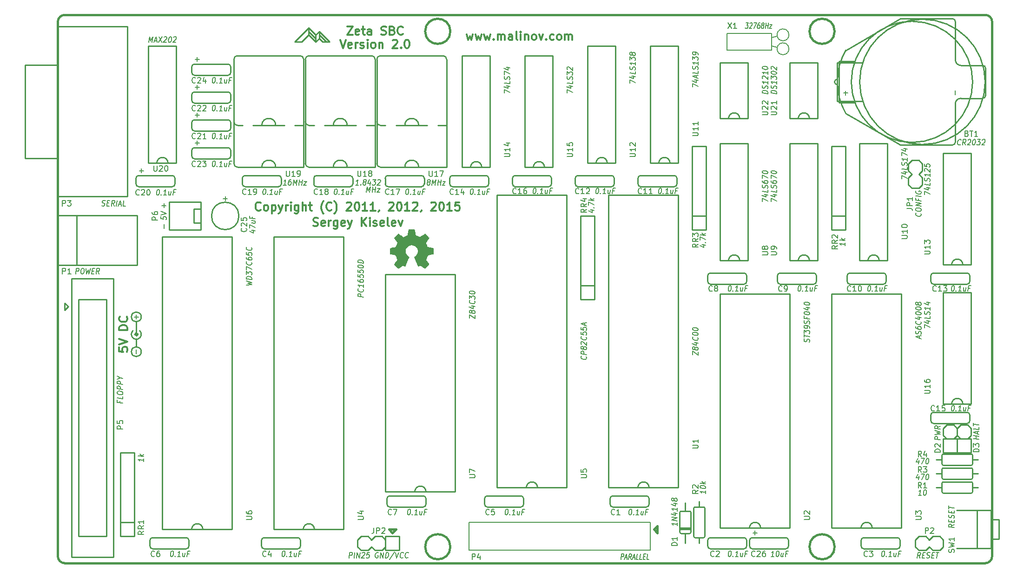
<source format=gto>
G04 (created by PCBNEW (2013-07-07 BZR 4022)-stable) date 2/19/2015 7:57:59 AM*
%MOIN*%
G04 Gerber Fmt 3.4, Leading zero omitted, Abs format*
%FSLAX34Y34*%
G01*
G70*
G90*
G04 APERTURE LIST*
%ADD10C,0.00590551*%
%ADD11C,0.008*%
%ADD12C,0.012*%
%ADD13C,0.015*%
%ADD14C,0.01*%
%ADD15C,0.02*%
%ADD16C,0.0001*%
%ADD17C,0.006*%
G04 APERTURE END LIST*
G54D10*
G54D11*
X42127Y-32811D02*
X42177Y-32411D01*
X42262Y-32697D01*
X42417Y-32411D01*
X42367Y-32811D01*
X42539Y-32811D02*
X42589Y-32411D01*
X42565Y-32602D02*
X42771Y-32602D01*
X42745Y-32811D02*
X42795Y-32411D01*
X42915Y-32545D02*
X43104Y-32545D01*
X42882Y-32811D01*
X43070Y-32811D01*
G54D12*
X24392Y-43942D02*
X24392Y-44228D01*
X24678Y-44257D01*
X24650Y-44228D01*
X24621Y-44171D01*
X24621Y-44028D01*
X24650Y-43971D01*
X24678Y-43942D01*
X24735Y-43914D01*
X24878Y-43914D01*
X24935Y-43942D01*
X24964Y-43971D01*
X24992Y-44028D01*
X24992Y-44171D01*
X24964Y-44228D01*
X24935Y-44257D01*
X24392Y-43742D02*
X24992Y-43542D01*
X24392Y-43342D01*
X24992Y-42685D02*
X24392Y-42685D01*
X24392Y-42542D01*
X24421Y-42457D01*
X24478Y-42400D01*
X24535Y-42371D01*
X24650Y-42342D01*
X24735Y-42342D01*
X24850Y-42371D01*
X24907Y-42400D01*
X24964Y-42457D01*
X24992Y-42542D01*
X24992Y-42685D01*
X24935Y-41742D02*
X24964Y-41771D01*
X24992Y-41857D01*
X24992Y-41914D01*
X24964Y-42000D01*
X24907Y-42057D01*
X24850Y-42085D01*
X24735Y-42114D01*
X24650Y-42114D01*
X24535Y-42085D01*
X24478Y-42057D01*
X24421Y-42000D01*
X24392Y-41914D01*
X24392Y-41857D01*
X24421Y-41771D01*
X24450Y-41742D01*
G54D13*
X86500Y-59435D02*
G75*
G03X87000Y-58935I0J500D01*
G74*
G01*
X20500Y-20065D02*
G75*
G03X20000Y-20565I0J-500D01*
G74*
G01*
X87000Y-20565D02*
G75*
G03X86500Y-20065I-500J0D01*
G74*
G01*
X20000Y-58935D02*
G75*
G03X20500Y-59435I500J0D01*
G74*
G01*
G54D11*
X26152Y-31259D02*
X25847Y-31259D01*
X26000Y-31411D02*
X26000Y-31107D01*
X30152Y-29259D02*
X29847Y-29259D01*
X30000Y-29411D02*
X30000Y-29107D01*
X30152Y-25259D02*
X29847Y-25259D01*
X30000Y-25411D02*
X30000Y-25107D01*
X30152Y-23259D02*
X29847Y-23259D01*
X30000Y-23411D02*
X30000Y-23107D01*
X30152Y-27259D02*
X29847Y-27259D01*
X30000Y-27411D02*
X30000Y-27107D01*
G54D12*
X38314Y-35214D02*
X38399Y-35242D01*
X38542Y-35242D01*
X38599Y-35214D01*
X38628Y-35185D01*
X38657Y-35128D01*
X38657Y-35071D01*
X38628Y-35014D01*
X38599Y-34985D01*
X38542Y-34957D01*
X38428Y-34928D01*
X38371Y-34900D01*
X38342Y-34871D01*
X38314Y-34814D01*
X38314Y-34757D01*
X38342Y-34700D01*
X38371Y-34671D01*
X38428Y-34642D01*
X38571Y-34642D01*
X38657Y-34671D01*
X39142Y-35214D02*
X39085Y-35242D01*
X38971Y-35242D01*
X38914Y-35214D01*
X38885Y-35157D01*
X38885Y-34928D01*
X38914Y-34871D01*
X38971Y-34842D01*
X39085Y-34842D01*
X39142Y-34871D01*
X39171Y-34928D01*
X39171Y-34985D01*
X38885Y-35042D01*
X39428Y-35242D02*
X39428Y-34842D01*
X39428Y-34957D02*
X39457Y-34900D01*
X39485Y-34871D01*
X39542Y-34842D01*
X39600Y-34842D01*
X40057Y-34842D02*
X40057Y-35328D01*
X40028Y-35385D01*
X40000Y-35414D01*
X39942Y-35442D01*
X39857Y-35442D01*
X39800Y-35414D01*
X40057Y-35214D02*
X40000Y-35242D01*
X39885Y-35242D01*
X39828Y-35214D01*
X39800Y-35185D01*
X39771Y-35128D01*
X39771Y-34957D01*
X39800Y-34900D01*
X39828Y-34871D01*
X39885Y-34842D01*
X40000Y-34842D01*
X40057Y-34871D01*
X40571Y-35214D02*
X40514Y-35242D01*
X40400Y-35242D01*
X40342Y-35214D01*
X40314Y-35157D01*
X40314Y-34928D01*
X40342Y-34871D01*
X40400Y-34842D01*
X40514Y-34842D01*
X40571Y-34871D01*
X40600Y-34928D01*
X40600Y-34985D01*
X40314Y-35042D01*
X40800Y-34842D02*
X40942Y-35242D01*
X41085Y-34842D02*
X40942Y-35242D01*
X40885Y-35385D01*
X40857Y-35414D01*
X40800Y-35442D01*
X41771Y-35242D02*
X41771Y-34642D01*
X42114Y-35242D02*
X41857Y-34900D01*
X42114Y-34642D02*
X41771Y-34985D01*
X42371Y-35242D02*
X42371Y-34842D01*
X42371Y-34642D02*
X42342Y-34671D01*
X42371Y-34700D01*
X42400Y-34671D01*
X42371Y-34642D01*
X42371Y-34700D01*
X42628Y-35214D02*
X42685Y-35242D01*
X42800Y-35242D01*
X42857Y-35214D01*
X42885Y-35157D01*
X42885Y-35128D01*
X42857Y-35071D01*
X42800Y-35042D01*
X42714Y-35042D01*
X42657Y-35014D01*
X42628Y-34957D01*
X42628Y-34928D01*
X42657Y-34871D01*
X42714Y-34842D01*
X42800Y-34842D01*
X42857Y-34871D01*
X43371Y-35214D02*
X43314Y-35242D01*
X43200Y-35242D01*
X43142Y-35214D01*
X43114Y-35157D01*
X43114Y-34928D01*
X43142Y-34871D01*
X43200Y-34842D01*
X43314Y-34842D01*
X43371Y-34871D01*
X43400Y-34928D01*
X43400Y-34985D01*
X43114Y-35042D01*
X43742Y-35242D02*
X43685Y-35214D01*
X43657Y-35157D01*
X43657Y-34642D01*
X44200Y-35214D02*
X44142Y-35242D01*
X44028Y-35242D01*
X43971Y-35214D01*
X43942Y-35157D01*
X43942Y-34928D01*
X43971Y-34871D01*
X44028Y-34842D01*
X44142Y-34842D01*
X44200Y-34871D01*
X44228Y-34928D01*
X44228Y-34985D01*
X43942Y-35042D01*
X44428Y-34842D02*
X44571Y-35242D01*
X44714Y-34842D01*
G54D14*
X25625Y-43900D02*
X25625Y-43350D01*
X25625Y-42900D02*
X25625Y-42100D01*
G54D15*
X25695Y-43000D02*
G75*
G03X25695Y-43000I-70J0D01*
G74*
G01*
G54D14*
X25875Y-43250D02*
G75*
G03X25875Y-42750I-250J250D01*
G74*
G01*
X25375Y-43250D02*
G75*
G03X25875Y-43250I250J250D01*
G74*
G01*
X25375Y-42750D02*
G75*
G03X25375Y-43250I250J-250D01*
G74*
G01*
G54D11*
X25472Y-41759D02*
X25777Y-41759D01*
X25625Y-41911D02*
X25625Y-41607D01*
X25634Y-44402D02*
X25634Y-44097D01*
G54D14*
X25978Y-41750D02*
G75*
G03X25978Y-41750I-353J0D01*
G74*
G01*
X25978Y-44250D02*
G75*
G03X25978Y-44250I-353J0D01*
G74*
G01*
G54D12*
X40735Y-20892D02*
X41135Y-20892D01*
X40735Y-21492D01*
X41135Y-21492D01*
X41592Y-21464D02*
X41535Y-21492D01*
X41421Y-21492D01*
X41364Y-21464D01*
X41335Y-21407D01*
X41335Y-21178D01*
X41364Y-21121D01*
X41421Y-21092D01*
X41535Y-21092D01*
X41592Y-21121D01*
X41621Y-21178D01*
X41621Y-21235D01*
X41335Y-21292D01*
X41792Y-21092D02*
X42021Y-21092D01*
X41878Y-20892D02*
X41878Y-21407D01*
X41907Y-21464D01*
X41964Y-21492D01*
X42021Y-21492D01*
X42478Y-21492D02*
X42478Y-21178D01*
X42450Y-21121D01*
X42392Y-21092D01*
X42278Y-21092D01*
X42221Y-21121D01*
X42478Y-21464D02*
X42421Y-21492D01*
X42278Y-21492D01*
X42221Y-21464D01*
X42192Y-21407D01*
X42192Y-21350D01*
X42221Y-21292D01*
X42278Y-21264D01*
X42421Y-21264D01*
X42478Y-21235D01*
X43192Y-21464D02*
X43278Y-21492D01*
X43421Y-21492D01*
X43478Y-21464D01*
X43507Y-21435D01*
X43535Y-21378D01*
X43535Y-21321D01*
X43507Y-21264D01*
X43478Y-21235D01*
X43421Y-21207D01*
X43307Y-21178D01*
X43250Y-21150D01*
X43221Y-21121D01*
X43192Y-21064D01*
X43192Y-21007D01*
X43221Y-20950D01*
X43250Y-20921D01*
X43307Y-20892D01*
X43450Y-20892D01*
X43535Y-20921D01*
X43992Y-21178D02*
X44078Y-21207D01*
X44107Y-21235D01*
X44135Y-21292D01*
X44135Y-21378D01*
X44107Y-21435D01*
X44078Y-21464D01*
X44021Y-21492D01*
X43792Y-21492D01*
X43792Y-20892D01*
X43992Y-20892D01*
X44050Y-20921D01*
X44078Y-20950D01*
X44107Y-21007D01*
X44107Y-21064D01*
X44078Y-21121D01*
X44050Y-21150D01*
X43992Y-21178D01*
X43792Y-21178D01*
X44735Y-21435D02*
X44707Y-21464D01*
X44621Y-21492D01*
X44564Y-21492D01*
X44478Y-21464D01*
X44421Y-21407D01*
X44392Y-21350D01*
X44364Y-21235D01*
X44364Y-21150D01*
X44392Y-21035D01*
X44421Y-20978D01*
X44478Y-20921D01*
X44564Y-20892D01*
X44621Y-20892D01*
X44707Y-20921D01*
X44735Y-20950D01*
X40235Y-21852D02*
X40435Y-22452D01*
X40635Y-21852D01*
X41064Y-22424D02*
X41007Y-22452D01*
X40892Y-22452D01*
X40835Y-22424D01*
X40807Y-22367D01*
X40807Y-22138D01*
X40835Y-22081D01*
X40892Y-22052D01*
X41007Y-22052D01*
X41064Y-22081D01*
X41092Y-22138D01*
X41092Y-22195D01*
X40807Y-22252D01*
X41350Y-22452D02*
X41350Y-22052D01*
X41350Y-22167D02*
X41378Y-22110D01*
X41407Y-22081D01*
X41464Y-22052D01*
X41521Y-22052D01*
X41692Y-22424D02*
X41750Y-22452D01*
X41864Y-22452D01*
X41921Y-22424D01*
X41950Y-22367D01*
X41950Y-22338D01*
X41921Y-22281D01*
X41864Y-22252D01*
X41778Y-22252D01*
X41721Y-22224D01*
X41692Y-22167D01*
X41692Y-22138D01*
X41721Y-22081D01*
X41778Y-22052D01*
X41864Y-22052D01*
X41921Y-22081D01*
X42207Y-22452D02*
X42207Y-22052D01*
X42207Y-21852D02*
X42178Y-21881D01*
X42207Y-21910D01*
X42235Y-21881D01*
X42207Y-21852D01*
X42207Y-21910D01*
X42578Y-22452D02*
X42521Y-22424D01*
X42492Y-22395D01*
X42464Y-22338D01*
X42464Y-22167D01*
X42492Y-22110D01*
X42521Y-22081D01*
X42578Y-22052D01*
X42664Y-22052D01*
X42721Y-22081D01*
X42750Y-22110D01*
X42778Y-22167D01*
X42778Y-22338D01*
X42750Y-22395D01*
X42721Y-22424D01*
X42664Y-22452D01*
X42578Y-22452D01*
X43035Y-22052D02*
X43035Y-22452D01*
X43035Y-22110D02*
X43064Y-22081D01*
X43121Y-22052D01*
X43207Y-22052D01*
X43264Y-22081D01*
X43292Y-22138D01*
X43292Y-22452D01*
X44007Y-21910D02*
X44035Y-21881D01*
X44092Y-21852D01*
X44235Y-21852D01*
X44292Y-21881D01*
X44321Y-21910D01*
X44350Y-21967D01*
X44350Y-22024D01*
X44321Y-22110D01*
X43978Y-22452D01*
X44350Y-22452D01*
X44607Y-22395D02*
X44635Y-22424D01*
X44607Y-22452D01*
X44578Y-22424D01*
X44607Y-22395D01*
X44607Y-22452D01*
X45007Y-21852D02*
X45064Y-21852D01*
X45121Y-21881D01*
X45150Y-21910D01*
X45178Y-21967D01*
X45207Y-22081D01*
X45207Y-22224D01*
X45178Y-22338D01*
X45150Y-22395D01*
X45121Y-22424D01*
X45064Y-22452D01*
X45007Y-22452D01*
X44950Y-22424D01*
X44921Y-22395D01*
X44892Y-22338D01*
X44864Y-22224D01*
X44864Y-22081D01*
X44892Y-21967D01*
X44921Y-21910D01*
X44950Y-21881D01*
X45007Y-21852D01*
G54D14*
X38750Y-21500D02*
X39250Y-22000D01*
X38000Y-21250D02*
X38500Y-21750D01*
X38750Y-21250D02*
X38750Y-21750D01*
X38500Y-21500D02*
X38500Y-22000D01*
X38000Y-21000D02*
X38000Y-21500D01*
X37500Y-22000D02*
X37000Y-22000D01*
X38000Y-21500D02*
X37500Y-22000D01*
X38500Y-22000D02*
X38000Y-21500D01*
X38750Y-21750D02*
X38500Y-22000D01*
X39000Y-22000D02*
X38750Y-21750D01*
X39500Y-22000D02*
X39000Y-22000D01*
X38750Y-21250D02*
X39500Y-22000D01*
X38500Y-21500D02*
X38750Y-21250D01*
X38000Y-21000D02*
X38500Y-21500D01*
X37000Y-22000D02*
X38000Y-21000D01*
G54D12*
X49310Y-21467D02*
X49425Y-21867D01*
X49539Y-21582D01*
X49653Y-21867D01*
X49767Y-21467D01*
X49939Y-21467D02*
X50053Y-21867D01*
X50167Y-21582D01*
X50282Y-21867D01*
X50396Y-21467D01*
X50567Y-21467D02*
X50682Y-21867D01*
X50796Y-21582D01*
X50910Y-21867D01*
X51025Y-21467D01*
X51253Y-21810D02*
X51282Y-21839D01*
X51253Y-21867D01*
X51225Y-21839D01*
X51253Y-21810D01*
X51253Y-21867D01*
X51539Y-21867D02*
X51539Y-21467D01*
X51539Y-21525D02*
X51567Y-21496D01*
X51624Y-21467D01*
X51710Y-21467D01*
X51767Y-21496D01*
X51796Y-21553D01*
X51796Y-21867D01*
X51796Y-21553D02*
X51824Y-21496D01*
X51882Y-21467D01*
X51967Y-21467D01*
X52024Y-21496D01*
X52053Y-21553D01*
X52053Y-21867D01*
X52596Y-21867D02*
X52596Y-21553D01*
X52567Y-21496D01*
X52510Y-21467D01*
X52396Y-21467D01*
X52339Y-21496D01*
X52596Y-21839D02*
X52539Y-21867D01*
X52396Y-21867D01*
X52339Y-21839D01*
X52310Y-21782D01*
X52310Y-21725D01*
X52339Y-21667D01*
X52396Y-21639D01*
X52539Y-21639D01*
X52596Y-21610D01*
X52967Y-21867D02*
X52910Y-21839D01*
X52882Y-21782D01*
X52882Y-21267D01*
X53196Y-21867D02*
X53196Y-21467D01*
X53196Y-21267D02*
X53167Y-21296D01*
X53196Y-21325D01*
X53225Y-21296D01*
X53196Y-21267D01*
X53196Y-21325D01*
X53482Y-21467D02*
X53482Y-21867D01*
X53482Y-21525D02*
X53510Y-21496D01*
X53567Y-21467D01*
X53653Y-21467D01*
X53710Y-21496D01*
X53739Y-21553D01*
X53739Y-21867D01*
X54110Y-21867D02*
X54053Y-21839D01*
X54024Y-21810D01*
X53996Y-21753D01*
X53996Y-21582D01*
X54024Y-21525D01*
X54053Y-21496D01*
X54110Y-21467D01*
X54196Y-21467D01*
X54253Y-21496D01*
X54282Y-21525D01*
X54310Y-21582D01*
X54310Y-21753D01*
X54282Y-21810D01*
X54253Y-21839D01*
X54196Y-21867D01*
X54110Y-21867D01*
X54510Y-21467D02*
X54653Y-21867D01*
X54796Y-21467D01*
X55024Y-21810D02*
X55053Y-21839D01*
X55024Y-21867D01*
X54996Y-21839D01*
X55024Y-21810D01*
X55024Y-21867D01*
X55567Y-21839D02*
X55510Y-21867D01*
X55396Y-21867D01*
X55339Y-21839D01*
X55310Y-21810D01*
X55282Y-21753D01*
X55282Y-21582D01*
X55310Y-21525D01*
X55339Y-21496D01*
X55396Y-21467D01*
X55510Y-21467D01*
X55567Y-21496D01*
X55910Y-21867D02*
X55853Y-21839D01*
X55824Y-21810D01*
X55796Y-21753D01*
X55796Y-21582D01*
X55824Y-21525D01*
X55853Y-21496D01*
X55910Y-21467D01*
X55996Y-21467D01*
X56053Y-21496D01*
X56082Y-21525D01*
X56110Y-21582D01*
X56110Y-21753D01*
X56082Y-21810D01*
X56053Y-21839D01*
X55996Y-21867D01*
X55910Y-21867D01*
X56367Y-21867D02*
X56367Y-21467D01*
X56367Y-21525D02*
X56396Y-21496D01*
X56453Y-21467D01*
X56539Y-21467D01*
X56596Y-21496D01*
X56624Y-21553D01*
X56624Y-21867D01*
X56624Y-21553D02*
X56653Y-21496D01*
X56710Y-21467D01*
X56796Y-21467D01*
X56853Y-21496D01*
X56882Y-21553D01*
X56882Y-21867D01*
X34542Y-34060D02*
X34514Y-34089D01*
X34428Y-34117D01*
X34371Y-34117D01*
X34285Y-34089D01*
X34228Y-34032D01*
X34199Y-33975D01*
X34171Y-33860D01*
X34171Y-33775D01*
X34199Y-33660D01*
X34228Y-33603D01*
X34285Y-33546D01*
X34371Y-33517D01*
X34428Y-33517D01*
X34514Y-33546D01*
X34542Y-33575D01*
X34885Y-34117D02*
X34828Y-34089D01*
X34799Y-34060D01*
X34771Y-34003D01*
X34771Y-33832D01*
X34799Y-33775D01*
X34828Y-33746D01*
X34885Y-33717D01*
X34971Y-33717D01*
X35028Y-33746D01*
X35057Y-33775D01*
X35085Y-33832D01*
X35085Y-34003D01*
X35057Y-34060D01*
X35028Y-34089D01*
X34971Y-34117D01*
X34885Y-34117D01*
X35342Y-33717D02*
X35342Y-34317D01*
X35342Y-33746D02*
X35399Y-33717D01*
X35514Y-33717D01*
X35571Y-33746D01*
X35599Y-33775D01*
X35628Y-33832D01*
X35628Y-34003D01*
X35599Y-34060D01*
X35571Y-34089D01*
X35514Y-34117D01*
X35399Y-34117D01*
X35342Y-34089D01*
X35828Y-33717D02*
X35971Y-34117D01*
X36114Y-33717D02*
X35971Y-34117D01*
X35914Y-34260D01*
X35885Y-34289D01*
X35828Y-34317D01*
X36342Y-34117D02*
X36342Y-33717D01*
X36342Y-33832D02*
X36371Y-33775D01*
X36399Y-33746D01*
X36457Y-33717D01*
X36514Y-33717D01*
X36714Y-34117D02*
X36714Y-33717D01*
X36714Y-33517D02*
X36685Y-33546D01*
X36714Y-33575D01*
X36742Y-33546D01*
X36714Y-33517D01*
X36714Y-33575D01*
X37257Y-33717D02*
X37257Y-34203D01*
X37228Y-34260D01*
X37199Y-34289D01*
X37142Y-34317D01*
X37057Y-34317D01*
X36999Y-34289D01*
X37257Y-34089D02*
X37199Y-34117D01*
X37085Y-34117D01*
X37028Y-34089D01*
X36999Y-34060D01*
X36971Y-34003D01*
X36971Y-33832D01*
X36999Y-33775D01*
X37028Y-33746D01*
X37085Y-33717D01*
X37199Y-33717D01*
X37257Y-33746D01*
X37542Y-34117D02*
X37542Y-33517D01*
X37799Y-34117D02*
X37799Y-33803D01*
X37771Y-33746D01*
X37714Y-33717D01*
X37628Y-33717D01*
X37571Y-33746D01*
X37542Y-33775D01*
X37999Y-33717D02*
X38228Y-33717D01*
X38085Y-33517D02*
X38085Y-34032D01*
X38114Y-34089D01*
X38171Y-34117D01*
X38228Y-34117D01*
X39057Y-34346D02*
X39028Y-34317D01*
X38971Y-34232D01*
X38942Y-34175D01*
X38914Y-34089D01*
X38885Y-33946D01*
X38885Y-33832D01*
X38914Y-33689D01*
X38942Y-33603D01*
X38971Y-33546D01*
X39028Y-33460D01*
X39057Y-33432D01*
X39628Y-34060D02*
X39599Y-34089D01*
X39514Y-34117D01*
X39457Y-34117D01*
X39371Y-34089D01*
X39314Y-34032D01*
X39285Y-33975D01*
X39257Y-33860D01*
X39257Y-33775D01*
X39285Y-33660D01*
X39314Y-33603D01*
X39371Y-33546D01*
X39457Y-33517D01*
X39514Y-33517D01*
X39599Y-33546D01*
X39628Y-33575D01*
X39828Y-34346D02*
X39857Y-34317D01*
X39914Y-34232D01*
X39942Y-34175D01*
X39971Y-34089D01*
X39999Y-33946D01*
X39999Y-33832D01*
X39971Y-33689D01*
X39942Y-33603D01*
X39914Y-33546D01*
X39857Y-33460D01*
X39828Y-33432D01*
X40714Y-33575D02*
X40742Y-33546D01*
X40799Y-33517D01*
X40942Y-33517D01*
X40999Y-33546D01*
X41028Y-33575D01*
X41057Y-33632D01*
X41057Y-33689D01*
X41028Y-33775D01*
X40685Y-34117D01*
X41057Y-34117D01*
X41428Y-33517D02*
X41485Y-33517D01*
X41542Y-33546D01*
X41571Y-33575D01*
X41599Y-33632D01*
X41628Y-33746D01*
X41628Y-33889D01*
X41599Y-34003D01*
X41571Y-34060D01*
X41542Y-34089D01*
X41485Y-34117D01*
X41428Y-34117D01*
X41371Y-34089D01*
X41342Y-34060D01*
X41314Y-34003D01*
X41285Y-33889D01*
X41285Y-33746D01*
X41314Y-33632D01*
X41342Y-33575D01*
X41371Y-33546D01*
X41428Y-33517D01*
X42199Y-34117D02*
X41857Y-34117D01*
X42028Y-34117D02*
X42028Y-33517D01*
X41971Y-33603D01*
X41914Y-33660D01*
X41857Y-33689D01*
X42771Y-34117D02*
X42428Y-34117D01*
X42599Y-34117D02*
X42599Y-33517D01*
X42542Y-33603D01*
X42485Y-33660D01*
X42428Y-33689D01*
X43057Y-34089D02*
X43057Y-34117D01*
X43028Y-34175D01*
X43000Y-34203D01*
X43742Y-33575D02*
X43771Y-33546D01*
X43828Y-33517D01*
X43971Y-33517D01*
X44028Y-33546D01*
X44057Y-33575D01*
X44085Y-33632D01*
X44085Y-33689D01*
X44057Y-33775D01*
X43714Y-34117D01*
X44085Y-34117D01*
X44457Y-33517D02*
X44514Y-33517D01*
X44571Y-33546D01*
X44600Y-33575D01*
X44628Y-33632D01*
X44657Y-33746D01*
X44657Y-33889D01*
X44628Y-34003D01*
X44600Y-34060D01*
X44571Y-34089D01*
X44514Y-34117D01*
X44457Y-34117D01*
X44400Y-34089D01*
X44371Y-34060D01*
X44342Y-34003D01*
X44314Y-33889D01*
X44314Y-33746D01*
X44342Y-33632D01*
X44371Y-33575D01*
X44400Y-33546D01*
X44457Y-33517D01*
X45228Y-34117D02*
X44885Y-34117D01*
X45057Y-34117D02*
X45057Y-33517D01*
X45000Y-33603D01*
X44942Y-33660D01*
X44885Y-33689D01*
X45457Y-33575D02*
X45485Y-33546D01*
X45542Y-33517D01*
X45685Y-33517D01*
X45742Y-33546D01*
X45771Y-33575D01*
X45800Y-33632D01*
X45800Y-33689D01*
X45771Y-33775D01*
X45428Y-34117D01*
X45800Y-34117D01*
X46085Y-34089D02*
X46085Y-34117D01*
X46057Y-34175D01*
X46028Y-34203D01*
X46771Y-33575D02*
X46800Y-33546D01*
X46857Y-33517D01*
X47000Y-33517D01*
X47057Y-33546D01*
X47085Y-33575D01*
X47114Y-33632D01*
X47114Y-33689D01*
X47085Y-33775D01*
X46742Y-34117D01*
X47114Y-34117D01*
X47485Y-33517D02*
X47542Y-33517D01*
X47600Y-33546D01*
X47628Y-33575D01*
X47657Y-33632D01*
X47685Y-33746D01*
X47685Y-33889D01*
X47657Y-34003D01*
X47628Y-34060D01*
X47600Y-34089D01*
X47542Y-34117D01*
X47485Y-34117D01*
X47428Y-34089D01*
X47400Y-34060D01*
X47371Y-34003D01*
X47342Y-33889D01*
X47342Y-33746D01*
X47371Y-33632D01*
X47400Y-33575D01*
X47428Y-33546D01*
X47485Y-33517D01*
X48257Y-34117D02*
X47914Y-34117D01*
X48085Y-34117D02*
X48085Y-33517D01*
X48028Y-33603D01*
X47971Y-33660D01*
X47914Y-33689D01*
X48800Y-33517D02*
X48514Y-33517D01*
X48485Y-33803D01*
X48514Y-33775D01*
X48571Y-33746D01*
X48714Y-33746D01*
X48771Y-33775D01*
X48800Y-33803D01*
X48828Y-33860D01*
X48828Y-34003D01*
X48800Y-34060D01*
X48771Y-34089D01*
X48714Y-34117D01*
X48571Y-34117D01*
X48514Y-34089D01*
X48485Y-34060D01*
G54D13*
X63000Y-57250D02*
X63000Y-56750D01*
X62750Y-57000D02*
X63000Y-57250D01*
X63000Y-56750D02*
X62750Y-57000D01*
X44250Y-57000D02*
X43750Y-57000D01*
X44000Y-57250D02*
X44250Y-57000D01*
X43750Y-57000D02*
X44000Y-57250D01*
G54D11*
X27615Y-35097D02*
X27615Y-35402D01*
X27615Y-33597D02*
X27615Y-33902D01*
X27463Y-33750D02*
X27767Y-33750D01*
G54D13*
X20000Y-20565D02*
X20000Y-58935D01*
X20500Y-59435D02*
X86500Y-59435D01*
X86500Y-20065D02*
X20500Y-20065D01*
X87000Y-58935D02*
X87000Y-20565D01*
G54D14*
X84900Y-48000D02*
G75*
G03X84500Y-47600I-400J0D01*
G74*
G01*
X84500Y-47600D02*
G75*
G03X84100Y-48000I0J-400D01*
G74*
G01*
X83500Y-40000D02*
X83500Y-48000D01*
X83500Y-48000D02*
X85500Y-48000D01*
X85500Y-48000D02*
X85500Y-40000D01*
X85500Y-40000D02*
X83500Y-40000D01*
G54D16*
G36*
X44421Y-38289D02*
X44437Y-38281D01*
X44474Y-38258D01*
X44527Y-38223D01*
X44589Y-38182D01*
X44651Y-38139D01*
X44702Y-38105D01*
X44738Y-38082D01*
X44753Y-38074D01*
X44761Y-38076D01*
X44791Y-38091D01*
X44834Y-38113D01*
X44859Y-38126D01*
X44898Y-38143D01*
X44918Y-38147D01*
X44921Y-38141D01*
X44936Y-38111D01*
X44958Y-38059D01*
X44988Y-37991D01*
X45022Y-37911D01*
X45059Y-37825D01*
X45095Y-37737D01*
X45130Y-37653D01*
X45161Y-37578D01*
X45186Y-37517D01*
X45202Y-37474D01*
X45208Y-37456D01*
X45206Y-37452D01*
X45186Y-37433D01*
X45152Y-37407D01*
X45077Y-37346D01*
X45004Y-37254D01*
X44959Y-37150D01*
X44944Y-37034D01*
X44957Y-36927D01*
X44999Y-36824D01*
X45071Y-36731D01*
X45158Y-36662D01*
X45260Y-36618D01*
X45375Y-36604D01*
X45485Y-36616D01*
X45590Y-36658D01*
X45683Y-36729D01*
X45722Y-36774D01*
X45776Y-36868D01*
X45807Y-36969D01*
X45810Y-36994D01*
X45806Y-37105D01*
X45773Y-37211D01*
X45715Y-37306D01*
X45634Y-37383D01*
X45623Y-37391D01*
X45586Y-37419D01*
X45561Y-37438D01*
X45541Y-37454D01*
X45682Y-37793D01*
X45704Y-37847D01*
X45743Y-37940D01*
X45777Y-38020D01*
X45804Y-38083D01*
X45823Y-38126D01*
X45831Y-38143D01*
X45832Y-38144D01*
X45844Y-38146D01*
X45870Y-38136D01*
X45917Y-38113D01*
X45949Y-38097D01*
X45985Y-38080D01*
X46001Y-38074D01*
X46015Y-38081D01*
X46049Y-38104D01*
X46100Y-38137D01*
X46160Y-38178D01*
X46218Y-38218D01*
X46271Y-38253D01*
X46310Y-38277D01*
X46329Y-38288D01*
X46332Y-38288D01*
X46348Y-38278D01*
X46379Y-38253D01*
X46425Y-38209D01*
X46490Y-38145D01*
X46500Y-38135D01*
X46554Y-38080D01*
X46598Y-38034D01*
X46627Y-38002D01*
X46637Y-37987D01*
X46637Y-37987D01*
X46628Y-37968D01*
X46603Y-37930D01*
X46568Y-37876D01*
X46525Y-37813D01*
X46413Y-37650D01*
X46475Y-37496D01*
X46494Y-37449D01*
X46518Y-37392D01*
X46535Y-37351D01*
X46545Y-37333D01*
X46561Y-37327D01*
X46604Y-37317D01*
X46665Y-37304D01*
X46737Y-37291D01*
X46807Y-37278D01*
X46870Y-37266D01*
X46915Y-37257D01*
X46935Y-37253D01*
X46940Y-37250D01*
X46944Y-37240D01*
X46947Y-37219D01*
X46948Y-37181D01*
X46949Y-37121D01*
X46949Y-37034D01*
X46949Y-37025D01*
X46948Y-36942D01*
X46947Y-36876D01*
X46945Y-36833D01*
X46942Y-36816D01*
X46942Y-36816D01*
X46922Y-36811D01*
X46878Y-36802D01*
X46815Y-36789D01*
X46740Y-36775D01*
X46736Y-36774D01*
X46661Y-36760D01*
X46599Y-36747D01*
X46555Y-36737D01*
X46537Y-36731D01*
X46533Y-36726D01*
X46518Y-36697D01*
X46496Y-36651D01*
X46472Y-36594D01*
X46447Y-36536D01*
X46426Y-36483D01*
X46412Y-36444D01*
X46408Y-36426D01*
X46408Y-36426D01*
X46419Y-36408D01*
X46445Y-36369D01*
X46481Y-36316D01*
X46525Y-36252D01*
X46528Y-36247D01*
X46571Y-36184D01*
X46606Y-36131D01*
X46629Y-36093D01*
X46637Y-36076D01*
X46637Y-36075D01*
X46623Y-36056D01*
X46591Y-36021D01*
X46545Y-35973D01*
X46490Y-35917D01*
X46472Y-35900D01*
X46411Y-35840D01*
X46369Y-35801D01*
X46342Y-35780D01*
X46329Y-35775D01*
X46329Y-35776D01*
X46310Y-35787D01*
X46270Y-35813D01*
X46216Y-35850D01*
X46152Y-35893D01*
X46148Y-35896D01*
X46085Y-35939D01*
X46033Y-35974D01*
X45995Y-35999D01*
X45979Y-36009D01*
X45976Y-36009D01*
X45951Y-36001D01*
X45906Y-35986D01*
X45851Y-35964D01*
X45793Y-35941D01*
X45740Y-35919D01*
X45700Y-35900D01*
X45681Y-35890D01*
X45681Y-35889D01*
X45674Y-35866D01*
X45663Y-35819D01*
X45650Y-35754D01*
X45635Y-35677D01*
X45633Y-35665D01*
X45619Y-35590D01*
X45607Y-35528D01*
X45598Y-35485D01*
X45593Y-35467D01*
X45583Y-35465D01*
X45546Y-35462D01*
X45490Y-35461D01*
X45422Y-35460D01*
X45351Y-35461D01*
X45282Y-35462D01*
X45222Y-35464D01*
X45180Y-35467D01*
X45162Y-35471D01*
X45161Y-35472D01*
X45155Y-35495D01*
X45145Y-35542D01*
X45131Y-35607D01*
X45116Y-35685D01*
X45114Y-35698D01*
X45100Y-35773D01*
X45087Y-35834D01*
X45078Y-35877D01*
X45073Y-35893D01*
X45067Y-35897D01*
X45036Y-35910D01*
X44986Y-35931D01*
X44923Y-35956D01*
X44779Y-36015D01*
X44603Y-35893D01*
X44586Y-35882D01*
X44523Y-35839D01*
X44470Y-35804D01*
X44434Y-35781D01*
X44419Y-35772D01*
X44418Y-35773D01*
X44400Y-35788D01*
X44365Y-35821D01*
X44317Y-35868D01*
X44262Y-35923D01*
X44221Y-35964D01*
X44172Y-36014D01*
X44141Y-36047D01*
X44124Y-36069D01*
X44118Y-36082D01*
X44120Y-36090D01*
X44131Y-36108D01*
X44157Y-36147D01*
X44193Y-36201D01*
X44236Y-36263D01*
X44272Y-36316D01*
X44310Y-36375D01*
X44335Y-36417D01*
X44344Y-36438D01*
X44342Y-36447D01*
X44329Y-36481D01*
X44308Y-36534D01*
X44282Y-36596D01*
X44220Y-36736D01*
X44128Y-36753D01*
X44073Y-36764D01*
X43995Y-36779D01*
X43921Y-36793D01*
X43805Y-36816D01*
X43801Y-37242D01*
X43819Y-37250D01*
X43836Y-37255D01*
X43879Y-37264D01*
X43940Y-37276D01*
X44013Y-37290D01*
X44074Y-37302D01*
X44137Y-37313D01*
X44181Y-37322D01*
X44201Y-37326D01*
X44206Y-37333D01*
X44222Y-37363D01*
X44244Y-37411D01*
X44268Y-37469D01*
X44293Y-37528D01*
X44315Y-37583D01*
X44331Y-37625D01*
X44336Y-37647D01*
X44328Y-37664D01*
X44304Y-37700D01*
X44270Y-37752D01*
X44228Y-37814D01*
X44185Y-37876D01*
X44150Y-37929D01*
X44125Y-37967D01*
X44115Y-37984D01*
X44120Y-37996D01*
X44144Y-38026D01*
X44191Y-38074D01*
X44260Y-38143D01*
X44272Y-38154D01*
X44327Y-38207D01*
X44374Y-38250D01*
X44406Y-38279D01*
X44421Y-38289D01*
X44421Y-38289D01*
G37*
G54D11*
X62500Y-56500D02*
X49500Y-56500D01*
X49500Y-58500D02*
X62500Y-58500D01*
X62500Y-58500D02*
X62500Y-56500D01*
X49500Y-56500D02*
X49500Y-58500D01*
G54D13*
X75703Y-58254D02*
G75*
G03X75703Y-58254I-900J0D01*
G74*
G01*
X75703Y-21246D02*
G75*
G03X75703Y-21246I-900J0D01*
G74*
G01*
X48144Y-58254D02*
G75*
G03X48144Y-58254I-900J0D01*
G74*
G01*
X48144Y-21246D02*
G75*
G03X48144Y-21246I-900J0D01*
G74*
G01*
G54D11*
X71200Y-22300D02*
X71600Y-22400D01*
X71200Y-21700D02*
X71600Y-21600D01*
X71200Y-21400D02*
X68000Y-21400D01*
X68000Y-21400D02*
X68000Y-22600D01*
X68000Y-22600D02*
X71200Y-22600D01*
X71200Y-22600D02*
X71200Y-21400D01*
X72424Y-22500D02*
G75*
G03X72424Y-22500I-424J0D01*
G74*
G01*
X72424Y-21500D02*
G75*
G03X72424Y-21500I-424J0D01*
G74*
G01*
G54D14*
X46275Y-32200D02*
X46275Y-31800D01*
X43675Y-32400D02*
X46075Y-32400D01*
X43675Y-31600D02*
X46075Y-31600D01*
X46075Y-32400D02*
G75*
G03X46275Y-32200I0J200D01*
G74*
G01*
X46275Y-31800D02*
G75*
G03X46075Y-31600I-200J0D01*
G74*
G01*
X43475Y-32200D02*
G75*
G03X43675Y-32400I200J0D01*
G74*
G01*
X43675Y-31600D02*
G75*
G03X43475Y-31800I0J-200D01*
G74*
G01*
X43475Y-32200D02*
X43475Y-31800D01*
X41150Y-32200D02*
X41150Y-31800D01*
X38550Y-32400D02*
X40950Y-32400D01*
X38550Y-31600D02*
X40950Y-31600D01*
X40950Y-32400D02*
G75*
G03X41150Y-32200I0J200D01*
G74*
G01*
X41150Y-31800D02*
G75*
G03X40950Y-31600I-200J0D01*
G74*
G01*
X38350Y-32200D02*
G75*
G03X38550Y-32400I200J0D01*
G74*
G01*
X38550Y-31600D02*
G75*
G03X38350Y-31800I0J-200D01*
G74*
G01*
X38350Y-32200D02*
X38350Y-31800D01*
X36025Y-32200D02*
X36025Y-31800D01*
X33425Y-32400D02*
X35825Y-32400D01*
X33425Y-31600D02*
X35825Y-31600D01*
X35825Y-32400D02*
G75*
G03X36025Y-32200I0J200D01*
G74*
G01*
X36025Y-31800D02*
G75*
G03X35825Y-31600I-200J0D01*
G74*
G01*
X33225Y-32200D02*
G75*
G03X33425Y-32400I200J0D01*
G74*
G01*
X33425Y-31600D02*
G75*
G03X33225Y-31800I0J-200D01*
G74*
G01*
X33225Y-32200D02*
X33225Y-31800D01*
X55400Y-32200D02*
X55400Y-31800D01*
X52800Y-32400D02*
X55200Y-32400D01*
X52800Y-31600D02*
X55200Y-31600D01*
X55200Y-32400D02*
G75*
G03X55400Y-32200I0J200D01*
G74*
G01*
X55400Y-31800D02*
G75*
G03X55200Y-31600I-200J0D01*
G74*
G01*
X52600Y-32200D02*
G75*
G03X52800Y-32400I200J0D01*
G74*
G01*
X52800Y-31600D02*
G75*
G03X52600Y-31800I0J-200D01*
G74*
G01*
X52600Y-32200D02*
X52600Y-31800D01*
X64400Y-32200D02*
X64400Y-31800D01*
X61800Y-32400D02*
X64200Y-32400D01*
X61800Y-31600D02*
X64200Y-31600D01*
X64200Y-32400D02*
G75*
G03X64400Y-32200I0J200D01*
G74*
G01*
X64400Y-31800D02*
G75*
G03X64200Y-31600I-200J0D01*
G74*
G01*
X61600Y-32200D02*
G75*
G03X61800Y-32400I200J0D01*
G74*
G01*
X61800Y-31600D02*
G75*
G03X61600Y-31800I0J-200D01*
G74*
G01*
X61600Y-32200D02*
X61600Y-31800D01*
X85400Y-49200D02*
X85400Y-48800D01*
X82800Y-49400D02*
X85200Y-49400D01*
X82800Y-48600D02*
X85200Y-48600D01*
X85200Y-49400D02*
G75*
G03X85400Y-49200I0J200D01*
G74*
G01*
X85400Y-48800D02*
G75*
G03X85200Y-48600I-200J0D01*
G74*
G01*
X82600Y-49200D02*
G75*
G03X82800Y-49400I200J0D01*
G74*
G01*
X82800Y-48600D02*
G75*
G03X82600Y-48800I0J-200D01*
G74*
G01*
X82600Y-49200D02*
X82600Y-48800D01*
X50900Y-32200D02*
X50900Y-31800D01*
X48300Y-32400D02*
X50700Y-32400D01*
X48300Y-31600D02*
X50700Y-31600D01*
X50700Y-32400D02*
G75*
G03X50900Y-32200I0J200D01*
G74*
G01*
X50900Y-31800D02*
G75*
G03X50700Y-31600I-200J0D01*
G74*
G01*
X48100Y-32200D02*
G75*
G03X48300Y-32400I200J0D01*
G74*
G01*
X48300Y-31600D02*
G75*
G03X48100Y-31800I0J-200D01*
G74*
G01*
X48100Y-32200D02*
X48100Y-31800D01*
X85400Y-39200D02*
X85400Y-38800D01*
X82800Y-39400D02*
X85200Y-39400D01*
X82800Y-38600D02*
X85200Y-38600D01*
X85200Y-39400D02*
G75*
G03X85400Y-39200I0J200D01*
G74*
G01*
X85400Y-38800D02*
G75*
G03X85200Y-38600I-200J0D01*
G74*
G01*
X82600Y-39200D02*
G75*
G03X82800Y-39400I200J0D01*
G74*
G01*
X82800Y-38600D02*
G75*
G03X82600Y-38800I0J-200D01*
G74*
G01*
X82600Y-39200D02*
X82600Y-38800D01*
X59900Y-32200D02*
X59900Y-31800D01*
X57300Y-32400D02*
X59700Y-32400D01*
X57300Y-31600D02*
X59700Y-31600D01*
X59700Y-32400D02*
G75*
G03X59900Y-32200I0J200D01*
G74*
G01*
X59900Y-31800D02*
G75*
G03X59700Y-31600I-200J0D01*
G74*
G01*
X57100Y-32200D02*
G75*
G03X57300Y-32400I200J0D01*
G74*
G01*
X57300Y-31600D02*
G75*
G03X57100Y-31800I0J-200D01*
G74*
G01*
X57100Y-32200D02*
X57100Y-31800D01*
X79400Y-39200D02*
X79400Y-38800D01*
X76800Y-39400D02*
X79200Y-39400D01*
X76800Y-38600D02*
X79200Y-38600D01*
X79200Y-39400D02*
G75*
G03X79400Y-39200I0J200D01*
G74*
G01*
X79400Y-38800D02*
G75*
G03X79200Y-38600I-200J0D01*
G74*
G01*
X76600Y-39200D02*
G75*
G03X76800Y-39400I200J0D01*
G74*
G01*
X76800Y-38600D02*
G75*
G03X76600Y-38800I0J-200D01*
G74*
G01*
X76600Y-39200D02*
X76600Y-38800D01*
X74400Y-39200D02*
X74400Y-38800D01*
X71800Y-39400D02*
X74200Y-39400D01*
X71800Y-38600D02*
X74200Y-38600D01*
X74200Y-39400D02*
G75*
G03X74400Y-39200I0J200D01*
G74*
G01*
X74400Y-38800D02*
G75*
G03X74200Y-38600I-200J0D01*
G74*
G01*
X71600Y-39200D02*
G75*
G03X71800Y-39400I200J0D01*
G74*
G01*
X71800Y-38600D02*
G75*
G03X71600Y-38800I0J-200D01*
G74*
G01*
X71600Y-39200D02*
X71600Y-38800D01*
X69400Y-39200D02*
X69400Y-38800D01*
X66800Y-39400D02*
X69200Y-39400D01*
X66800Y-38600D02*
X69200Y-38600D01*
X69200Y-39400D02*
G75*
G03X69400Y-39200I0J200D01*
G74*
G01*
X69400Y-38800D02*
G75*
G03X69200Y-38600I-200J0D01*
G74*
G01*
X66600Y-39200D02*
G75*
G03X66800Y-39400I200J0D01*
G74*
G01*
X66800Y-38600D02*
G75*
G03X66600Y-38800I0J-200D01*
G74*
G01*
X66600Y-39200D02*
X66600Y-38800D01*
X53400Y-55200D02*
X53400Y-54800D01*
X50800Y-55400D02*
X53200Y-55400D01*
X50800Y-54600D02*
X53200Y-54600D01*
X53200Y-55400D02*
G75*
G03X53400Y-55200I0J200D01*
G74*
G01*
X53400Y-54800D02*
G75*
G03X53200Y-54600I-200J0D01*
G74*
G01*
X50600Y-55200D02*
G75*
G03X50800Y-55400I200J0D01*
G74*
G01*
X50800Y-54600D02*
G75*
G03X50600Y-54800I0J-200D01*
G74*
G01*
X50600Y-55200D02*
X50600Y-54800D01*
X46400Y-55200D02*
X46400Y-54800D01*
X43800Y-55400D02*
X46200Y-55400D01*
X43800Y-54600D02*
X46200Y-54600D01*
X46200Y-55400D02*
G75*
G03X46400Y-55200I0J200D01*
G74*
G01*
X46400Y-54800D02*
G75*
G03X46200Y-54600I-200J0D01*
G74*
G01*
X43600Y-55200D02*
G75*
G03X43800Y-55400I200J0D01*
G74*
G01*
X43800Y-54600D02*
G75*
G03X43600Y-54800I0J-200D01*
G74*
G01*
X43600Y-55200D02*
X43600Y-54800D01*
X59600Y-54800D02*
X59600Y-55200D01*
X62200Y-54600D02*
X59800Y-54600D01*
X62200Y-55400D02*
X59800Y-55400D01*
X59800Y-54600D02*
G75*
G03X59600Y-54800I0J-200D01*
G74*
G01*
X59600Y-55200D02*
G75*
G03X59800Y-55400I200J0D01*
G74*
G01*
X62400Y-54800D02*
G75*
G03X62200Y-54600I-200J0D01*
G74*
G01*
X62200Y-55400D02*
G75*
G03X62400Y-55200I0J200D01*
G74*
G01*
X62400Y-54800D02*
X62400Y-55200D01*
X69400Y-58200D02*
X69400Y-57800D01*
X66800Y-58400D02*
X69200Y-58400D01*
X66800Y-57600D02*
X69200Y-57600D01*
X69200Y-58400D02*
G75*
G03X69400Y-58200I0J200D01*
G74*
G01*
X69400Y-57800D02*
G75*
G03X69200Y-57600I-200J0D01*
G74*
G01*
X66600Y-58200D02*
G75*
G03X66800Y-58400I200J0D01*
G74*
G01*
X66800Y-57600D02*
G75*
G03X66600Y-57800I0J-200D01*
G74*
G01*
X66600Y-58200D02*
X66600Y-57800D01*
X80400Y-58200D02*
X80400Y-57800D01*
X77800Y-58400D02*
X80200Y-58400D01*
X77800Y-57600D02*
X80200Y-57600D01*
X80200Y-58400D02*
G75*
G03X80400Y-58200I0J200D01*
G74*
G01*
X80400Y-57800D02*
G75*
G03X80200Y-57600I-200J0D01*
G74*
G01*
X77600Y-58200D02*
G75*
G03X77800Y-58400I200J0D01*
G74*
G01*
X77800Y-57600D02*
G75*
G03X77600Y-57800I0J-200D01*
G74*
G01*
X77600Y-58200D02*
X77600Y-57800D01*
X37400Y-58200D02*
X37400Y-57800D01*
X34800Y-58400D02*
X37200Y-58400D01*
X34800Y-57600D02*
X37200Y-57600D01*
X37200Y-58400D02*
G75*
G03X37400Y-58200I0J200D01*
G74*
G01*
X37400Y-57800D02*
G75*
G03X37200Y-57600I-200J0D01*
G74*
G01*
X34600Y-58200D02*
G75*
G03X34800Y-58400I200J0D01*
G74*
G01*
X34800Y-57600D02*
G75*
G03X34600Y-57800I0J-200D01*
G74*
G01*
X34600Y-58200D02*
X34600Y-57800D01*
X29400Y-58200D02*
X29400Y-57800D01*
X26800Y-58400D02*
X29200Y-58400D01*
X26800Y-57600D02*
X29200Y-57600D01*
X29200Y-58400D02*
G75*
G03X29400Y-58200I0J200D01*
G74*
G01*
X29400Y-57800D02*
G75*
G03X29200Y-57600I-200J0D01*
G74*
G01*
X26600Y-58200D02*
G75*
G03X26800Y-58400I200J0D01*
G74*
G01*
X26800Y-57600D02*
G75*
G03X26600Y-57800I0J-200D01*
G74*
G01*
X26600Y-58200D02*
X26600Y-57800D01*
X64600Y-56900D02*
X65400Y-56900D01*
X64600Y-57000D02*
X65400Y-57000D01*
X64600Y-57200D02*
G75*
G03X64700Y-57300I100J0D01*
G74*
G01*
X65300Y-57300D02*
G75*
G03X65400Y-57200I0J100D01*
G74*
G01*
X64700Y-55700D02*
G75*
G03X64600Y-55800I0J-100D01*
G74*
G01*
X65400Y-55800D02*
G75*
G03X65300Y-55700I-100J0D01*
G74*
G01*
X65300Y-57300D02*
X64700Y-57300D01*
X64700Y-55700D02*
X65300Y-55700D01*
X65400Y-55800D02*
X65400Y-57200D01*
X64600Y-57200D02*
X64600Y-55800D01*
X65000Y-57300D02*
X65000Y-58000D01*
X65000Y-55100D02*
X65000Y-55700D01*
X63900Y-30700D02*
G75*
G03X63500Y-30300I-400J0D01*
G74*
G01*
X63500Y-30300D02*
G75*
G03X63100Y-30700I0J-400D01*
G74*
G01*
X62500Y-30700D02*
X62500Y-22300D01*
X62500Y-22300D02*
X64500Y-22300D01*
X64500Y-22300D02*
X64500Y-30700D01*
X64500Y-30700D02*
X62500Y-30700D01*
X68900Y-37700D02*
G75*
G03X68500Y-37300I-400J0D01*
G74*
G01*
X68500Y-37300D02*
G75*
G03X68100Y-37700I0J-400D01*
G74*
G01*
X67500Y-37700D02*
X67500Y-29300D01*
X67500Y-29300D02*
X69500Y-29300D01*
X69500Y-29300D02*
X69500Y-37700D01*
X69500Y-37700D02*
X67500Y-37700D01*
X59400Y-30700D02*
G75*
G03X59000Y-30300I-400J0D01*
G74*
G01*
X59000Y-30300D02*
G75*
G03X58600Y-30700I0J-400D01*
G74*
G01*
X58000Y-30700D02*
X58000Y-22300D01*
X58000Y-22300D02*
X60000Y-22300D01*
X60000Y-22300D02*
X60000Y-30700D01*
X60000Y-30700D02*
X58000Y-30700D01*
X78400Y-56900D02*
G75*
G03X78000Y-56500I-400J0D01*
G74*
G01*
X78000Y-56500D02*
G75*
G03X77600Y-56900I0J-400D01*
G74*
G01*
X75500Y-56900D02*
X75500Y-40100D01*
X75500Y-40100D02*
X80500Y-40100D01*
X80500Y-40100D02*
X80500Y-56900D01*
X80500Y-56900D02*
X75500Y-56900D01*
X70400Y-56900D02*
G75*
G03X70000Y-56500I-400J0D01*
G74*
G01*
X70000Y-56500D02*
G75*
G03X69600Y-56900I0J-400D01*
G74*
G01*
X67500Y-56900D02*
X67500Y-40100D01*
X67500Y-40100D02*
X72500Y-40100D01*
X72500Y-40100D02*
X72500Y-56900D01*
X72500Y-56900D02*
X67500Y-56900D01*
X38400Y-57000D02*
G75*
G03X38000Y-56600I-400J0D01*
G74*
G01*
X38000Y-56600D02*
G75*
G03X37600Y-57000I0J-400D01*
G74*
G01*
X35500Y-57000D02*
X35500Y-36000D01*
X35500Y-36000D02*
X40500Y-36000D01*
X40500Y-36000D02*
X40500Y-57000D01*
X40500Y-57000D02*
X35500Y-57000D01*
X30400Y-57000D02*
G75*
G03X30000Y-56600I-400J0D01*
G74*
G01*
X30000Y-56600D02*
G75*
G03X29600Y-57000I0J-400D01*
G74*
G01*
X27500Y-57000D02*
X27500Y-36000D01*
X27500Y-36000D02*
X32500Y-36000D01*
X32500Y-36000D02*
X32500Y-57000D01*
X32500Y-57000D02*
X27500Y-57000D01*
X54400Y-54000D02*
G75*
G03X54000Y-53600I-400J0D01*
G74*
G01*
X54000Y-53600D02*
G75*
G03X53600Y-54000I0J-400D01*
G74*
G01*
X51500Y-54000D02*
X51500Y-33000D01*
X51500Y-33000D02*
X56500Y-33000D01*
X56500Y-33000D02*
X56500Y-54000D01*
X56500Y-54000D02*
X51500Y-54000D01*
X62400Y-54000D02*
G75*
G03X62000Y-53600I-400J0D01*
G74*
G01*
X62000Y-53600D02*
G75*
G03X61600Y-54000I0J-400D01*
G74*
G01*
X59500Y-54000D02*
X59500Y-33000D01*
X59500Y-33000D02*
X64500Y-33000D01*
X64500Y-33000D02*
X64500Y-54000D01*
X64500Y-54000D02*
X59500Y-54000D01*
X82500Y-57750D02*
X82250Y-57500D01*
X82250Y-57500D02*
X81750Y-57500D01*
X81750Y-57500D02*
X81500Y-57750D01*
X81500Y-57750D02*
X81500Y-58250D01*
X81500Y-58250D02*
X81750Y-58500D01*
X81750Y-58500D02*
X82250Y-58500D01*
X82250Y-58500D02*
X82500Y-58250D01*
X82500Y-57750D02*
X82750Y-57500D01*
X82750Y-57500D02*
X83250Y-57500D01*
X83250Y-57500D02*
X83500Y-57750D01*
X83500Y-57750D02*
X83500Y-58250D01*
X83500Y-58250D02*
X83250Y-58500D01*
X83250Y-58500D02*
X82750Y-58500D01*
X82750Y-58500D02*
X82500Y-58250D01*
X81750Y-31500D02*
X82000Y-31250D01*
X82000Y-31250D02*
X82000Y-30750D01*
X82000Y-30750D02*
X81750Y-30500D01*
X81750Y-30500D02*
X81250Y-30500D01*
X81250Y-30500D02*
X81000Y-30750D01*
X81000Y-30750D02*
X81000Y-31250D01*
X81000Y-31250D02*
X81250Y-31500D01*
X81750Y-31500D02*
X82000Y-31750D01*
X82000Y-31750D02*
X82000Y-32250D01*
X82000Y-32250D02*
X81750Y-32500D01*
X81750Y-32500D02*
X81250Y-32500D01*
X81250Y-32500D02*
X81000Y-32250D01*
X81000Y-32250D02*
X81000Y-31750D01*
X81000Y-31750D02*
X81250Y-31500D01*
X83500Y-51600D02*
X85500Y-51600D01*
X83400Y-52300D02*
X83400Y-51700D01*
X85500Y-52400D02*
X83500Y-52400D01*
X85600Y-51700D02*
X85600Y-52300D01*
X83500Y-51600D02*
G75*
G03X83400Y-51700I0J-100D01*
G74*
G01*
X83400Y-52300D02*
G75*
G03X83500Y-52400I100J0D01*
G74*
G01*
X85600Y-51700D02*
G75*
G03X85500Y-51600I-100J0D01*
G74*
G01*
X85500Y-52400D02*
G75*
G03X85600Y-52300I0J100D01*
G74*
G01*
X83400Y-52000D02*
X83000Y-52000D01*
X86000Y-52000D02*
X85600Y-52000D01*
X83500Y-53600D02*
X85500Y-53600D01*
X83400Y-54300D02*
X83400Y-53700D01*
X85500Y-54400D02*
X83500Y-54400D01*
X85600Y-53700D02*
X85600Y-54300D01*
X83500Y-53600D02*
G75*
G03X83400Y-53700I0J-100D01*
G74*
G01*
X83400Y-54300D02*
G75*
G03X83500Y-54400I100J0D01*
G74*
G01*
X85600Y-53700D02*
G75*
G03X85500Y-53600I-100J0D01*
G74*
G01*
X85500Y-54400D02*
G75*
G03X85600Y-54300I0J100D01*
G74*
G01*
X83400Y-54000D02*
X83000Y-54000D01*
X86000Y-54000D02*
X85600Y-54000D01*
X66400Y-55500D02*
X66400Y-57500D01*
X65700Y-55400D02*
X66300Y-55400D01*
X65600Y-57500D02*
X65600Y-55500D01*
X66300Y-57600D02*
X65700Y-57600D01*
X66400Y-55500D02*
G75*
G03X66300Y-55400I-100J0D01*
G74*
G01*
X65700Y-55400D02*
G75*
G03X65600Y-55500I0J-100D01*
G74*
G01*
X66300Y-57600D02*
G75*
G03X66400Y-57500I0J100D01*
G74*
G01*
X65600Y-57500D02*
G75*
G03X65700Y-57600I100J0D01*
G74*
G01*
X66000Y-55400D02*
X66000Y-55000D01*
X66000Y-58000D02*
X66000Y-57600D01*
X83500Y-52600D02*
X85500Y-52600D01*
X83400Y-53300D02*
X83400Y-52700D01*
X85500Y-53400D02*
X83500Y-53400D01*
X85600Y-52700D02*
X85600Y-53300D01*
X83500Y-52600D02*
G75*
G03X83400Y-52700I0J-100D01*
G74*
G01*
X83400Y-53300D02*
G75*
G03X83500Y-53400I100J0D01*
G74*
G01*
X85600Y-52700D02*
G75*
G03X85500Y-52600I-100J0D01*
G74*
G01*
X85500Y-53400D02*
G75*
G03X85600Y-53300I0J100D01*
G74*
G01*
X83400Y-53000D02*
X83000Y-53000D01*
X86000Y-53000D02*
X85600Y-53000D01*
X84500Y-50500D02*
X83500Y-50500D01*
X84500Y-51500D02*
X83500Y-51500D01*
X83500Y-51500D02*
X83500Y-50500D01*
X83750Y-50500D02*
X83500Y-50250D01*
X83500Y-50250D02*
X83500Y-49750D01*
X83500Y-49750D02*
X83750Y-49500D01*
X83750Y-49500D02*
X84250Y-49500D01*
X84250Y-49500D02*
X84500Y-49750D01*
X84500Y-49750D02*
X84500Y-50250D01*
X84500Y-50250D02*
X84250Y-50500D01*
X84500Y-50500D02*
X84500Y-51500D01*
X85500Y-50500D02*
X84500Y-50500D01*
X85500Y-51500D02*
X84500Y-51500D01*
X84500Y-51500D02*
X84500Y-50500D01*
X84750Y-50500D02*
X84500Y-50250D01*
X84500Y-50250D02*
X84500Y-49750D01*
X84500Y-49750D02*
X84750Y-49500D01*
X84750Y-49500D02*
X85250Y-49500D01*
X85250Y-49500D02*
X85500Y-49750D01*
X85500Y-49750D02*
X85500Y-50250D01*
X85500Y-50250D02*
X85250Y-50500D01*
X85500Y-50500D02*
X85500Y-51500D01*
X25500Y-57500D02*
X24500Y-57500D01*
X24500Y-57500D02*
X24500Y-51500D01*
X24500Y-51500D02*
X25500Y-51500D01*
X25500Y-51500D02*
X25500Y-57500D01*
X25500Y-56500D02*
X24500Y-56500D01*
X58500Y-40500D02*
X57500Y-40500D01*
X57500Y-40500D02*
X57500Y-34500D01*
X57500Y-34500D02*
X58500Y-34500D01*
X58500Y-34500D02*
X58500Y-40500D01*
X58500Y-39500D02*
X57500Y-39500D01*
X30250Y-34000D02*
X29750Y-34000D01*
X29750Y-34000D02*
X29750Y-35000D01*
X29750Y-35000D02*
X30250Y-35000D01*
X28000Y-35500D02*
X30250Y-35500D01*
X30250Y-35500D02*
X30250Y-33500D01*
X30250Y-33500D02*
X28000Y-33500D01*
X28000Y-35500D02*
X28000Y-33500D01*
X32984Y-34500D02*
G75*
G03X32984Y-34500I-984J0D01*
G74*
G01*
X72400Y-58200D02*
X72400Y-57800D01*
X69800Y-58400D02*
X72200Y-58400D01*
X69800Y-57600D02*
X72200Y-57600D01*
X72200Y-58400D02*
G75*
G03X72400Y-58200I0J200D01*
G74*
G01*
X72400Y-57800D02*
G75*
G03X72200Y-57600I-200J0D01*
G74*
G01*
X69600Y-58200D02*
G75*
G03X69800Y-58400I200J0D01*
G74*
G01*
X69800Y-57600D02*
G75*
G03X69600Y-57800I0J-200D01*
G74*
G01*
X69600Y-58200D02*
X69600Y-57800D01*
X73900Y-37700D02*
G75*
G03X73500Y-37300I-400J0D01*
G74*
G01*
X73500Y-37300D02*
G75*
G03X73100Y-37700I0J-400D01*
G74*
G01*
X72500Y-37700D02*
X72500Y-29300D01*
X72500Y-29300D02*
X74500Y-29300D01*
X74500Y-29300D02*
X74500Y-37700D01*
X74500Y-37700D02*
X72500Y-37700D01*
X78900Y-37700D02*
G75*
G03X78500Y-37300I-400J0D01*
G74*
G01*
X78500Y-37300D02*
G75*
G03X78100Y-37700I0J-400D01*
G74*
G01*
X77500Y-37700D02*
X77500Y-29300D01*
X77500Y-29300D02*
X79500Y-29300D01*
X79500Y-29300D02*
X79500Y-37700D01*
X79500Y-37700D02*
X77500Y-37700D01*
X84900Y-38000D02*
G75*
G03X84500Y-37600I-400J0D01*
G74*
G01*
X84500Y-37600D02*
G75*
G03X84100Y-38000I0J-400D01*
G74*
G01*
X83500Y-30000D02*
X83500Y-38000D01*
X83500Y-38000D02*
X85500Y-38000D01*
X85500Y-38000D02*
X85500Y-30000D01*
X85500Y-30000D02*
X83500Y-30000D01*
X54900Y-31000D02*
G75*
G03X54500Y-30600I-400J0D01*
G74*
G01*
X54500Y-30600D02*
G75*
G03X54100Y-31000I0J-400D01*
G74*
G01*
X53500Y-23000D02*
X53500Y-31000D01*
X53500Y-31000D02*
X55500Y-31000D01*
X55500Y-31000D02*
X55500Y-23000D01*
X55500Y-23000D02*
X53500Y-23000D01*
X27900Y-30700D02*
G75*
G03X27500Y-30300I-400J0D01*
G74*
G01*
X27500Y-30300D02*
G75*
G03X27100Y-30700I0J-400D01*
G74*
G01*
X26500Y-30700D02*
X26500Y-22300D01*
X26500Y-22300D02*
X28500Y-22300D01*
X28500Y-22300D02*
X28500Y-30700D01*
X28500Y-30700D02*
X26500Y-30700D01*
X73900Y-27500D02*
G75*
G03X73500Y-27100I-400J0D01*
G74*
G01*
X73500Y-27100D02*
G75*
G03X73100Y-27500I0J-400D01*
G74*
G01*
X74500Y-27500D02*
X72500Y-27500D01*
X72500Y-27500D02*
X72500Y-23500D01*
X72500Y-23500D02*
X74500Y-23500D01*
X74500Y-23500D02*
X74500Y-27500D01*
X68900Y-27500D02*
G75*
G03X68500Y-27100I-400J0D01*
G74*
G01*
X68500Y-27100D02*
G75*
G03X68100Y-27500I0J-400D01*
G74*
G01*
X69500Y-27500D02*
X67500Y-27500D01*
X67500Y-27500D02*
X67500Y-23500D01*
X67500Y-23500D02*
X69500Y-23500D01*
X69500Y-23500D02*
X69500Y-27500D01*
X50400Y-31000D02*
G75*
G03X50000Y-30600I-400J0D01*
G74*
G01*
X50000Y-30600D02*
G75*
G03X49600Y-31000I0J-400D01*
G74*
G01*
X49000Y-23000D02*
X49000Y-31000D01*
X49000Y-31000D02*
X51000Y-31000D01*
X51000Y-31000D02*
X51000Y-23000D01*
X51000Y-23000D02*
X49000Y-23000D01*
X21346Y-34478D02*
X21346Y-38022D01*
X19969Y-34478D02*
X25677Y-34478D01*
X25677Y-34478D02*
X25677Y-38022D01*
X25677Y-38022D02*
X19969Y-38022D01*
X19969Y-38022D02*
X19969Y-34478D01*
X43500Y-58500D02*
X43500Y-57500D01*
X44500Y-57500D02*
X44500Y-58500D01*
X44500Y-58500D02*
X43500Y-58500D01*
X43500Y-58250D02*
X43250Y-58500D01*
X43250Y-58500D02*
X42750Y-58500D01*
X42750Y-58500D02*
X42500Y-58250D01*
X42500Y-58250D02*
X42250Y-58500D01*
X42250Y-58500D02*
X41750Y-58500D01*
X41750Y-58500D02*
X41500Y-58250D01*
X41500Y-58250D02*
X41500Y-57750D01*
X41500Y-57750D02*
X41750Y-57500D01*
X41750Y-57500D02*
X42250Y-57500D01*
X42250Y-57500D02*
X42500Y-57750D01*
X42500Y-57750D02*
X42750Y-57500D01*
X42750Y-57500D02*
X43250Y-57500D01*
X43250Y-57500D02*
X43500Y-57750D01*
X43500Y-57500D02*
X44500Y-57500D01*
X28400Y-32200D02*
X28400Y-31800D01*
X25800Y-32400D02*
X28200Y-32400D01*
X25800Y-31600D02*
X28200Y-31600D01*
X28200Y-32400D02*
G75*
G03X28400Y-32200I0J200D01*
G74*
G01*
X28400Y-31800D02*
G75*
G03X28200Y-31600I-200J0D01*
G74*
G01*
X25600Y-32200D02*
G75*
G03X25800Y-32400I200J0D01*
G74*
G01*
X25800Y-31600D02*
G75*
G03X25600Y-31800I0J-200D01*
G74*
G01*
X25600Y-32200D02*
X25600Y-31800D01*
X32400Y-28200D02*
X32400Y-27800D01*
X29800Y-28400D02*
X32200Y-28400D01*
X29800Y-27600D02*
X32200Y-27600D01*
X32200Y-28400D02*
G75*
G03X32400Y-28200I0J200D01*
G74*
G01*
X32400Y-27800D02*
G75*
G03X32200Y-27600I-200J0D01*
G74*
G01*
X29600Y-28200D02*
G75*
G03X29800Y-28400I200J0D01*
G74*
G01*
X29800Y-27600D02*
G75*
G03X29600Y-27800I0J-200D01*
G74*
G01*
X29600Y-28200D02*
X29600Y-27800D01*
X32400Y-26200D02*
X32400Y-25800D01*
X29800Y-26400D02*
X32200Y-26400D01*
X29800Y-25600D02*
X32200Y-25600D01*
X32200Y-26400D02*
G75*
G03X32400Y-26200I0J200D01*
G74*
G01*
X32400Y-25800D02*
G75*
G03X32200Y-25600I-200J0D01*
G74*
G01*
X29600Y-26200D02*
G75*
G03X29800Y-26400I200J0D01*
G74*
G01*
X29800Y-25600D02*
G75*
G03X29600Y-25800I0J-200D01*
G74*
G01*
X29600Y-26200D02*
X29600Y-25800D01*
X32400Y-30200D02*
X32400Y-29800D01*
X29800Y-30400D02*
X32200Y-30400D01*
X29800Y-29600D02*
X32200Y-29600D01*
X32200Y-30400D02*
G75*
G03X32400Y-30200I0J200D01*
G74*
G01*
X32400Y-29800D02*
G75*
G03X32200Y-29600I-200J0D01*
G74*
G01*
X29600Y-30200D02*
G75*
G03X29800Y-30400I200J0D01*
G74*
G01*
X29800Y-29600D02*
G75*
G03X29600Y-29800I0J-200D01*
G74*
G01*
X29600Y-30200D02*
X29600Y-29800D01*
X32400Y-24200D02*
X32400Y-23800D01*
X29800Y-24400D02*
X32200Y-24400D01*
X29800Y-23600D02*
X32200Y-23600D01*
X32200Y-24400D02*
G75*
G03X32400Y-24200I0J200D01*
G74*
G01*
X32400Y-23800D02*
G75*
G03X32200Y-23600I-200J0D01*
G74*
G01*
X29600Y-24200D02*
G75*
G03X29800Y-24400I200J0D01*
G74*
G01*
X29800Y-23600D02*
G75*
G03X29600Y-23800I0J-200D01*
G74*
G01*
X29600Y-24200D02*
X29600Y-23800D01*
X46400Y-54300D02*
G75*
G03X46000Y-53900I-400J0D01*
G74*
G01*
X46000Y-53900D02*
G75*
G03X45600Y-54300I0J-400D01*
G74*
G01*
X43500Y-54300D02*
X43500Y-38700D01*
X43500Y-38700D02*
X48500Y-38700D01*
X48500Y-38700D02*
X48500Y-54300D01*
X48500Y-54300D02*
X43500Y-54300D01*
X76500Y-35500D02*
X75500Y-35500D01*
X75500Y-35500D02*
X75500Y-29500D01*
X75500Y-29500D02*
X76500Y-29500D01*
X76500Y-29500D02*
X76500Y-35500D01*
X76500Y-34500D02*
X75500Y-34500D01*
X66500Y-35500D02*
X65500Y-35500D01*
X65500Y-35500D02*
X65500Y-29500D01*
X65500Y-29500D02*
X66500Y-29500D01*
X66500Y-29500D02*
X66500Y-35500D01*
X66500Y-34500D02*
X65500Y-34500D01*
X85925Y-55622D02*
X85925Y-58378D01*
X86909Y-56311D02*
X86909Y-57689D01*
X86909Y-58378D02*
X84449Y-58378D01*
X86909Y-55622D02*
X84449Y-55622D01*
X86909Y-58083D02*
X86909Y-58378D01*
X86909Y-55917D02*
X86909Y-55622D01*
X86909Y-57689D02*
X86909Y-58083D01*
X86909Y-56311D02*
X86909Y-55917D01*
X86909Y-57689D02*
X87500Y-57689D01*
X87500Y-57689D02*
X87500Y-57591D01*
X87500Y-56311D02*
X86909Y-56311D01*
X87500Y-56311D02*
X87500Y-57591D01*
X17650Y-23650D02*
X20000Y-23650D01*
X20000Y-30350D02*
X17650Y-30350D01*
X17650Y-30350D02*
X17650Y-23650D01*
X25000Y-33100D02*
X20000Y-33100D01*
X20000Y-33100D02*
X20000Y-20900D01*
X20000Y-20900D02*
X25000Y-20900D01*
X25000Y-33100D02*
X25000Y-20900D01*
X76504Y-27138D02*
G75*
G02X75897Y-24875I3920J2263D01*
G74*
G01*
X76504Y-22611D02*
G75*
G03X75897Y-24875I3920J-2263D01*
G74*
G01*
X76488Y-27129D02*
X80425Y-29402D01*
X76488Y-22620D02*
X80425Y-20347D01*
X86527Y-23890D02*
G75*
G03X86330Y-23693I-196J0D01*
G74*
G01*
X86330Y-26056D02*
G75*
G03X86527Y-25859I0J196D01*
G74*
G01*
X86527Y-23890D02*
X86527Y-25859D01*
X84755Y-23693D02*
X86330Y-23693D01*
X84362Y-23300D02*
X84362Y-20544D01*
X84755Y-26056D02*
X86330Y-26056D01*
X84362Y-29205D02*
X84362Y-26449D01*
X84165Y-29402D02*
G75*
G03X84362Y-29205I0J196D01*
G74*
G01*
X80425Y-29402D02*
X84165Y-29402D01*
X80425Y-20347D02*
X84165Y-20347D01*
X84362Y-20544D02*
G75*
G03X84165Y-20347I-196J0D01*
G74*
G01*
X84362Y-23300D02*
G75*
G03X84755Y-23693I393J0D01*
G74*
G01*
X84755Y-26056D02*
G75*
G03X84362Y-26449I0J-393D01*
G74*
G01*
X76033Y-26351D02*
X77150Y-26351D01*
X76033Y-23398D02*
X77150Y-23398D01*
X76033Y-23398D02*
X76033Y-26351D01*
X85600Y-24875D02*
G75*
G03X85600Y-24875I-4350J0D01*
G74*
G01*
X75701Y-24875D02*
G75*
G03X75898Y-25072I197J0D01*
G74*
G01*
X75898Y-24678D02*
G75*
G03X75701Y-24875I0J-197D01*
G74*
G01*
X77700Y-23497D02*
X75898Y-23497D01*
X75898Y-23497D02*
X75898Y-26253D01*
X75898Y-26253D02*
X77700Y-26253D01*
X86500Y-24875D02*
G75*
G03X86500Y-24875I-4500J0D01*
G74*
G01*
X34000Y-28000D02*
X36250Y-28000D01*
X37625Y-28000D02*
X37000Y-28000D01*
X32875Y-28000D02*
X33250Y-28000D01*
X35625Y-31000D02*
G75*
G03X34625Y-31000I-500J0D01*
G74*
G01*
X35625Y-28000D02*
G75*
G03X34625Y-28000I-500J0D01*
G74*
G01*
X32625Y-27750D02*
G75*
G03X32875Y-28000I250J0D01*
G74*
G01*
X37625Y-23250D02*
G75*
G03X37375Y-23000I-250J0D01*
G74*
G01*
X32875Y-23000D02*
G75*
G03X32625Y-23250I0J-250D01*
G74*
G01*
X32625Y-30750D02*
G75*
G03X32875Y-31000I250J0D01*
G74*
G01*
X37625Y-23250D02*
X37625Y-31000D01*
X37625Y-31000D02*
X32875Y-31000D01*
X32875Y-23000D02*
X37375Y-23000D01*
X32625Y-30750D02*
X32625Y-23250D01*
X39125Y-28000D02*
X41375Y-28000D01*
X42750Y-28000D02*
X42125Y-28000D01*
X38000Y-28000D02*
X38375Y-28000D01*
X40750Y-31000D02*
G75*
G03X39750Y-31000I-500J0D01*
G74*
G01*
X40750Y-28000D02*
G75*
G03X39750Y-28000I-500J0D01*
G74*
G01*
X37750Y-27750D02*
G75*
G03X38000Y-28000I250J0D01*
G74*
G01*
X42750Y-23250D02*
G75*
G03X42500Y-23000I-250J0D01*
G74*
G01*
X38000Y-23000D02*
G75*
G03X37750Y-23250I0J-250D01*
G74*
G01*
X37750Y-30750D02*
G75*
G03X38000Y-31000I250J0D01*
G74*
G01*
X42750Y-23250D02*
X42750Y-31000D01*
X42750Y-31000D02*
X38000Y-31000D01*
X38000Y-23000D02*
X42500Y-23000D01*
X37750Y-30750D02*
X37750Y-23250D01*
X44250Y-28000D02*
X46500Y-28000D01*
X47875Y-28000D02*
X47250Y-28000D01*
X43125Y-28000D02*
X43500Y-28000D01*
X45875Y-31000D02*
G75*
G03X44875Y-31000I-500J0D01*
G74*
G01*
X45875Y-28000D02*
G75*
G03X44875Y-28000I-500J0D01*
G74*
G01*
X42875Y-27750D02*
G75*
G03X43125Y-28000I250J0D01*
G74*
G01*
X47875Y-23250D02*
G75*
G03X47625Y-23000I-250J0D01*
G74*
G01*
X43125Y-23000D02*
G75*
G03X42875Y-23250I0J-250D01*
G74*
G01*
X42875Y-30750D02*
G75*
G03X43125Y-31000I250J0D01*
G74*
G01*
X47875Y-23250D02*
X47875Y-31000D01*
X47875Y-31000D02*
X43125Y-31000D01*
X43125Y-23000D02*
X47625Y-23000D01*
X42875Y-30750D02*
X42875Y-23250D01*
X20500Y-40750D02*
X20750Y-41000D01*
X20750Y-41000D02*
X20500Y-41250D01*
X20500Y-41250D02*
X20500Y-40750D01*
X24000Y-39000D02*
X24000Y-59000D01*
X24000Y-59000D02*
X21000Y-59000D01*
X21000Y-59000D02*
X21000Y-39000D01*
X21000Y-39000D02*
X24000Y-39000D01*
X21500Y-40500D02*
X21500Y-57500D01*
X23500Y-57500D02*
X23500Y-40500D01*
X21500Y-40500D02*
X23500Y-40500D01*
X23500Y-57500D02*
X21500Y-57500D01*
G54D11*
X82136Y-47245D02*
X82460Y-47245D01*
X82498Y-47226D01*
X82517Y-47207D01*
X82536Y-47169D01*
X82536Y-47092D01*
X82517Y-47054D01*
X82498Y-47035D01*
X82460Y-47016D01*
X82136Y-47016D01*
X82536Y-46616D02*
X82536Y-46845D01*
X82536Y-46730D02*
X82136Y-46730D01*
X82194Y-46769D01*
X82232Y-46807D01*
X82251Y-46845D01*
X82136Y-46273D02*
X82136Y-46349D01*
X82155Y-46388D01*
X82175Y-46407D01*
X82232Y-46445D01*
X82308Y-46464D01*
X82460Y-46464D01*
X82498Y-46445D01*
X82517Y-46426D01*
X82536Y-46388D01*
X82536Y-46311D01*
X82517Y-46273D01*
X82498Y-46254D01*
X82460Y-46235D01*
X82365Y-46235D01*
X82327Y-46254D01*
X82308Y-46273D01*
X82289Y-46311D01*
X82289Y-46388D01*
X82308Y-46426D01*
X82327Y-46445D01*
X82365Y-46464D01*
X82136Y-42544D02*
X82136Y-42304D01*
X82536Y-42508D01*
X82270Y-42029D02*
X82536Y-42062D01*
X82117Y-42096D02*
X82403Y-42217D01*
X82403Y-41994D01*
X82536Y-41702D02*
X82536Y-41874D01*
X82136Y-41824D01*
X82517Y-41597D02*
X82536Y-41548D01*
X82536Y-41462D01*
X82517Y-41426D01*
X82498Y-41406D01*
X82460Y-41384D01*
X82422Y-41379D01*
X82384Y-41392D01*
X82365Y-41407D01*
X82346Y-41438D01*
X82327Y-41505D01*
X82308Y-41537D01*
X82289Y-41551D01*
X82251Y-41564D01*
X82213Y-41559D01*
X82175Y-41537D01*
X82155Y-41517D01*
X82136Y-41481D01*
X82136Y-41395D01*
X82155Y-41346D01*
X82536Y-41051D02*
X82536Y-41257D01*
X82536Y-41154D02*
X82136Y-41104D01*
X82194Y-41145D01*
X82232Y-41184D01*
X82251Y-41221D01*
X82270Y-40709D02*
X82536Y-40742D01*
X82117Y-40776D02*
X82403Y-40897D01*
X82403Y-40674D01*
X49704Y-59161D02*
X49704Y-58761D01*
X49857Y-58761D01*
X49895Y-58780D01*
X49914Y-58800D01*
X49933Y-58838D01*
X49933Y-58895D01*
X49914Y-58933D01*
X49895Y-58952D01*
X49857Y-58971D01*
X49704Y-58971D01*
X50276Y-58895D02*
X50276Y-59161D01*
X50180Y-58742D02*
X50085Y-59028D01*
X50333Y-59028D01*
G54D17*
X60375Y-59161D02*
X60425Y-58761D01*
X60539Y-58761D01*
X60565Y-58780D01*
X60577Y-58800D01*
X60587Y-58838D01*
X60580Y-58895D01*
X60561Y-58933D01*
X60544Y-58952D01*
X60513Y-58971D01*
X60399Y-58971D01*
X60675Y-59047D02*
X60818Y-59047D01*
X60632Y-59161D02*
X60782Y-58761D01*
X60832Y-59161D01*
X61103Y-59161D02*
X61027Y-58971D01*
X60932Y-59161D02*
X60982Y-58761D01*
X61096Y-58761D01*
X61122Y-58780D01*
X61134Y-58800D01*
X61144Y-58838D01*
X61137Y-58895D01*
X61118Y-58933D01*
X61101Y-58952D01*
X61070Y-58971D01*
X60956Y-58971D01*
X61232Y-59047D02*
X61375Y-59047D01*
X61189Y-59161D02*
X61339Y-58761D01*
X61389Y-59161D01*
X61632Y-59161D02*
X61489Y-59161D01*
X61539Y-58761D01*
X61875Y-59161D02*
X61732Y-59161D01*
X61782Y-58761D01*
X62001Y-58952D02*
X62101Y-58952D01*
X62118Y-59161D02*
X61975Y-59161D01*
X62025Y-58761D01*
X62168Y-58761D01*
X62389Y-59161D02*
X62246Y-59161D01*
X62296Y-58761D01*
G54D11*
X68051Y-20636D02*
X68317Y-21036D01*
X68317Y-20636D02*
X68051Y-21036D01*
X68679Y-21036D02*
X68451Y-21036D01*
X68565Y-21036D02*
X68565Y-20636D01*
X68527Y-20694D01*
X68489Y-20732D01*
X68451Y-20751D01*
G54D17*
X69336Y-20636D02*
X69521Y-20636D01*
X69402Y-20789D01*
X69445Y-20789D01*
X69471Y-20808D01*
X69483Y-20827D01*
X69493Y-20865D01*
X69481Y-20960D01*
X69462Y-20998D01*
X69445Y-21017D01*
X69414Y-21036D01*
X69328Y-21036D01*
X69302Y-21017D01*
X69290Y-20998D01*
X69631Y-20675D02*
X69647Y-20655D01*
X69678Y-20636D01*
X69750Y-20636D01*
X69776Y-20655D01*
X69788Y-20675D01*
X69797Y-20713D01*
X69793Y-20751D01*
X69771Y-20808D01*
X69571Y-21036D01*
X69757Y-21036D01*
X69907Y-20636D02*
X70107Y-20636D01*
X69928Y-21036D01*
X70350Y-20636D02*
X70293Y-20636D01*
X70262Y-20655D01*
X70245Y-20675D01*
X70209Y-20732D01*
X70186Y-20808D01*
X70166Y-20960D01*
X70176Y-20998D01*
X70188Y-21017D01*
X70214Y-21036D01*
X70271Y-21036D01*
X70302Y-21017D01*
X70319Y-20998D01*
X70338Y-20960D01*
X70350Y-20865D01*
X70340Y-20827D01*
X70328Y-20808D01*
X70302Y-20789D01*
X70245Y-20789D01*
X70214Y-20808D01*
X70197Y-20827D01*
X70178Y-20865D01*
X70528Y-20808D02*
X70502Y-20789D01*
X70490Y-20770D01*
X70481Y-20732D01*
X70483Y-20713D01*
X70502Y-20675D01*
X70519Y-20655D01*
X70550Y-20636D01*
X70607Y-20636D01*
X70633Y-20655D01*
X70645Y-20675D01*
X70655Y-20713D01*
X70652Y-20732D01*
X70633Y-20770D01*
X70616Y-20789D01*
X70586Y-20808D01*
X70528Y-20808D01*
X70497Y-20827D01*
X70481Y-20846D01*
X70462Y-20884D01*
X70452Y-20960D01*
X70462Y-20998D01*
X70474Y-21017D01*
X70500Y-21036D01*
X70557Y-21036D01*
X70588Y-21017D01*
X70605Y-20998D01*
X70624Y-20960D01*
X70633Y-20884D01*
X70624Y-20846D01*
X70612Y-20827D01*
X70586Y-20808D01*
X70743Y-21036D02*
X70793Y-20636D01*
X70769Y-20827D02*
X70940Y-20827D01*
X70914Y-21036D02*
X70964Y-20636D01*
X71062Y-20770D02*
X71219Y-20770D01*
X71028Y-21036D01*
X71186Y-21036D01*
G54D11*
X43742Y-32923D02*
X43723Y-32942D01*
X43666Y-32961D01*
X43628Y-32961D01*
X43571Y-32942D01*
X43533Y-32904D01*
X43514Y-32866D01*
X43495Y-32790D01*
X43495Y-32733D01*
X43514Y-32657D01*
X43533Y-32619D01*
X43571Y-32580D01*
X43628Y-32561D01*
X43666Y-32561D01*
X43723Y-32580D01*
X43742Y-32600D01*
X44123Y-32961D02*
X43895Y-32961D01*
X44009Y-32961D02*
X44009Y-32561D01*
X43971Y-32619D01*
X43933Y-32657D01*
X43895Y-32676D01*
X44257Y-32561D02*
X44523Y-32561D01*
X44352Y-32961D01*
X45065Y-32561D02*
X45100Y-32561D01*
X45132Y-32580D01*
X45146Y-32600D01*
X45159Y-32638D01*
X45166Y-32714D01*
X45154Y-32809D01*
X45128Y-32885D01*
X45106Y-32923D01*
X45086Y-32942D01*
X45050Y-32961D01*
X45015Y-32961D01*
X44983Y-32942D01*
X44969Y-32923D01*
X44956Y-32885D01*
X44949Y-32809D01*
X44961Y-32714D01*
X44987Y-32638D01*
X45009Y-32600D01*
X45029Y-32580D01*
X45065Y-32561D01*
X45294Y-32923D02*
X45309Y-32942D01*
X45290Y-32961D01*
X45275Y-32942D01*
X45294Y-32923D01*
X45290Y-32961D01*
X45650Y-32961D02*
X45444Y-32961D01*
X45547Y-32961D02*
X45597Y-32561D01*
X45555Y-32619D01*
X45516Y-32657D01*
X45480Y-32676D01*
X45992Y-32695D02*
X45958Y-32961D01*
X45837Y-32695D02*
X45811Y-32904D01*
X45823Y-32942D01*
X45855Y-32961D01*
X45907Y-32961D01*
X45943Y-32942D01*
X45963Y-32923D01*
X46276Y-32752D02*
X46156Y-32752D01*
X46130Y-32961D02*
X46180Y-32561D01*
X46351Y-32561D01*
X38617Y-32923D02*
X38598Y-32942D01*
X38541Y-32961D01*
X38503Y-32961D01*
X38446Y-32942D01*
X38408Y-32904D01*
X38389Y-32866D01*
X38370Y-32790D01*
X38370Y-32733D01*
X38389Y-32657D01*
X38408Y-32619D01*
X38446Y-32580D01*
X38503Y-32561D01*
X38541Y-32561D01*
X38598Y-32580D01*
X38617Y-32600D01*
X38998Y-32961D02*
X38770Y-32961D01*
X38884Y-32961D02*
X38884Y-32561D01*
X38846Y-32619D01*
X38808Y-32657D01*
X38770Y-32676D01*
X39227Y-32733D02*
X39189Y-32714D01*
X39170Y-32695D01*
X39151Y-32657D01*
X39151Y-32638D01*
X39170Y-32600D01*
X39189Y-32580D01*
X39227Y-32561D01*
X39303Y-32561D01*
X39341Y-32580D01*
X39360Y-32600D01*
X39379Y-32638D01*
X39379Y-32657D01*
X39360Y-32695D01*
X39341Y-32714D01*
X39303Y-32733D01*
X39227Y-32733D01*
X39189Y-32752D01*
X39170Y-32771D01*
X39151Y-32809D01*
X39151Y-32885D01*
X39170Y-32923D01*
X39189Y-32942D01*
X39227Y-32961D01*
X39303Y-32961D01*
X39341Y-32942D01*
X39360Y-32923D01*
X39379Y-32885D01*
X39379Y-32809D01*
X39360Y-32771D01*
X39341Y-32752D01*
X39303Y-32733D01*
X39940Y-32561D02*
X39975Y-32561D01*
X40007Y-32580D01*
X40021Y-32600D01*
X40034Y-32638D01*
X40041Y-32714D01*
X40029Y-32809D01*
X40003Y-32885D01*
X39981Y-32923D01*
X39961Y-32942D01*
X39925Y-32961D01*
X39890Y-32961D01*
X39858Y-32942D01*
X39844Y-32923D01*
X39831Y-32885D01*
X39824Y-32809D01*
X39836Y-32714D01*
X39862Y-32638D01*
X39884Y-32600D01*
X39904Y-32580D01*
X39940Y-32561D01*
X40169Y-32923D02*
X40184Y-32942D01*
X40165Y-32961D01*
X40150Y-32942D01*
X40169Y-32923D01*
X40165Y-32961D01*
X40525Y-32961D02*
X40319Y-32961D01*
X40422Y-32961D02*
X40472Y-32561D01*
X40430Y-32619D01*
X40391Y-32657D01*
X40355Y-32676D01*
X40867Y-32695D02*
X40833Y-32961D01*
X40712Y-32695D02*
X40686Y-32904D01*
X40698Y-32942D01*
X40730Y-32961D01*
X40782Y-32961D01*
X40818Y-32942D01*
X40838Y-32923D01*
X41151Y-32752D02*
X41031Y-32752D01*
X41005Y-32961D02*
X41055Y-32561D01*
X41226Y-32561D01*
X33492Y-32923D02*
X33473Y-32942D01*
X33416Y-32961D01*
X33378Y-32961D01*
X33321Y-32942D01*
X33283Y-32904D01*
X33264Y-32866D01*
X33245Y-32790D01*
X33245Y-32733D01*
X33264Y-32657D01*
X33283Y-32619D01*
X33321Y-32580D01*
X33378Y-32561D01*
X33416Y-32561D01*
X33473Y-32580D01*
X33492Y-32600D01*
X33873Y-32961D02*
X33645Y-32961D01*
X33759Y-32961D02*
X33759Y-32561D01*
X33721Y-32619D01*
X33683Y-32657D01*
X33645Y-32676D01*
X34064Y-32961D02*
X34140Y-32961D01*
X34178Y-32942D01*
X34197Y-32923D01*
X34235Y-32866D01*
X34254Y-32790D01*
X34254Y-32638D01*
X34235Y-32600D01*
X34216Y-32580D01*
X34178Y-32561D01*
X34102Y-32561D01*
X34064Y-32580D01*
X34045Y-32600D01*
X34026Y-32638D01*
X34026Y-32733D01*
X34045Y-32771D01*
X34064Y-32790D01*
X34102Y-32809D01*
X34178Y-32809D01*
X34216Y-32790D01*
X34235Y-32771D01*
X34254Y-32733D01*
X34815Y-32561D02*
X34850Y-32561D01*
X34882Y-32580D01*
X34896Y-32600D01*
X34909Y-32638D01*
X34916Y-32714D01*
X34904Y-32809D01*
X34878Y-32885D01*
X34856Y-32923D01*
X34836Y-32942D01*
X34800Y-32961D01*
X34765Y-32961D01*
X34733Y-32942D01*
X34719Y-32923D01*
X34706Y-32885D01*
X34699Y-32809D01*
X34711Y-32714D01*
X34737Y-32638D01*
X34759Y-32600D01*
X34779Y-32580D01*
X34815Y-32561D01*
X35044Y-32923D02*
X35059Y-32942D01*
X35040Y-32961D01*
X35025Y-32942D01*
X35044Y-32923D01*
X35040Y-32961D01*
X35400Y-32961D02*
X35194Y-32961D01*
X35297Y-32961D02*
X35347Y-32561D01*
X35305Y-32619D01*
X35266Y-32657D01*
X35230Y-32676D01*
X35742Y-32695D02*
X35708Y-32961D01*
X35587Y-32695D02*
X35561Y-32904D01*
X35573Y-32942D01*
X35605Y-32961D01*
X35657Y-32961D01*
X35693Y-32942D01*
X35713Y-32923D01*
X36026Y-32752D02*
X35906Y-32752D01*
X35880Y-32961D02*
X35930Y-32561D01*
X36101Y-32561D01*
X52867Y-32873D02*
X52848Y-32892D01*
X52791Y-32911D01*
X52753Y-32911D01*
X52696Y-32892D01*
X52658Y-32854D01*
X52639Y-32816D01*
X52620Y-32740D01*
X52620Y-32683D01*
X52639Y-32607D01*
X52658Y-32569D01*
X52696Y-32530D01*
X52753Y-32511D01*
X52791Y-32511D01*
X52848Y-32530D01*
X52867Y-32550D01*
X53248Y-32911D02*
X53020Y-32911D01*
X53134Y-32911D02*
X53134Y-32511D01*
X53096Y-32569D01*
X53058Y-32607D01*
X53020Y-32626D01*
X53591Y-32511D02*
X53515Y-32511D01*
X53477Y-32530D01*
X53458Y-32550D01*
X53420Y-32607D01*
X53401Y-32683D01*
X53401Y-32835D01*
X53420Y-32873D01*
X53439Y-32892D01*
X53477Y-32911D01*
X53553Y-32911D01*
X53591Y-32892D01*
X53610Y-32873D01*
X53629Y-32835D01*
X53629Y-32740D01*
X53610Y-32702D01*
X53591Y-32683D01*
X53553Y-32664D01*
X53477Y-32664D01*
X53439Y-32683D01*
X53420Y-32702D01*
X53401Y-32740D01*
X54190Y-32511D02*
X54225Y-32511D01*
X54257Y-32530D01*
X54271Y-32550D01*
X54284Y-32588D01*
X54291Y-32664D01*
X54279Y-32759D01*
X54253Y-32835D01*
X54231Y-32873D01*
X54211Y-32892D01*
X54175Y-32911D01*
X54140Y-32911D01*
X54108Y-32892D01*
X54094Y-32873D01*
X54081Y-32835D01*
X54074Y-32759D01*
X54086Y-32664D01*
X54112Y-32588D01*
X54134Y-32550D01*
X54154Y-32530D01*
X54190Y-32511D01*
X54419Y-32873D02*
X54434Y-32892D01*
X54415Y-32911D01*
X54400Y-32892D01*
X54419Y-32873D01*
X54415Y-32911D01*
X54775Y-32911D02*
X54569Y-32911D01*
X54672Y-32911D02*
X54722Y-32511D01*
X54680Y-32569D01*
X54641Y-32607D01*
X54605Y-32626D01*
X55117Y-32645D02*
X55083Y-32911D01*
X54962Y-32645D02*
X54936Y-32854D01*
X54948Y-32892D01*
X54980Y-32911D01*
X55032Y-32911D01*
X55068Y-32892D01*
X55088Y-32873D01*
X55401Y-32702D02*
X55281Y-32702D01*
X55255Y-32911D02*
X55305Y-32511D01*
X55476Y-32511D01*
X61867Y-32873D02*
X61848Y-32892D01*
X61791Y-32911D01*
X61753Y-32911D01*
X61696Y-32892D01*
X61658Y-32854D01*
X61639Y-32816D01*
X61620Y-32740D01*
X61620Y-32683D01*
X61639Y-32607D01*
X61658Y-32569D01*
X61696Y-32530D01*
X61753Y-32511D01*
X61791Y-32511D01*
X61848Y-32530D01*
X61867Y-32550D01*
X62248Y-32911D02*
X62020Y-32911D01*
X62134Y-32911D02*
X62134Y-32511D01*
X62096Y-32569D01*
X62058Y-32607D01*
X62020Y-32626D01*
X62629Y-32911D02*
X62401Y-32911D01*
X62515Y-32911D02*
X62515Y-32511D01*
X62477Y-32569D01*
X62439Y-32607D01*
X62401Y-32626D01*
X63190Y-32511D02*
X63225Y-32511D01*
X63257Y-32530D01*
X63271Y-32550D01*
X63284Y-32588D01*
X63291Y-32664D01*
X63279Y-32759D01*
X63253Y-32835D01*
X63231Y-32873D01*
X63211Y-32892D01*
X63175Y-32911D01*
X63140Y-32911D01*
X63108Y-32892D01*
X63094Y-32873D01*
X63081Y-32835D01*
X63074Y-32759D01*
X63086Y-32664D01*
X63112Y-32588D01*
X63134Y-32550D01*
X63154Y-32530D01*
X63190Y-32511D01*
X63419Y-32873D02*
X63434Y-32892D01*
X63415Y-32911D01*
X63400Y-32892D01*
X63419Y-32873D01*
X63415Y-32911D01*
X63775Y-32911D02*
X63569Y-32911D01*
X63672Y-32911D02*
X63722Y-32511D01*
X63680Y-32569D01*
X63641Y-32607D01*
X63605Y-32626D01*
X64117Y-32645D02*
X64083Y-32911D01*
X63962Y-32645D02*
X63936Y-32854D01*
X63948Y-32892D01*
X63980Y-32911D01*
X64032Y-32911D01*
X64068Y-32892D01*
X64088Y-32873D01*
X64401Y-32702D02*
X64281Y-32702D01*
X64255Y-32911D02*
X64305Y-32511D01*
X64476Y-32511D01*
X82867Y-48473D02*
X82848Y-48492D01*
X82791Y-48511D01*
X82753Y-48511D01*
X82696Y-48492D01*
X82658Y-48454D01*
X82639Y-48416D01*
X82620Y-48340D01*
X82620Y-48283D01*
X82639Y-48207D01*
X82658Y-48169D01*
X82696Y-48130D01*
X82753Y-48111D01*
X82791Y-48111D01*
X82848Y-48130D01*
X82867Y-48150D01*
X83248Y-48511D02*
X83020Y-48511D01*
X83134Y-48511D02*
X83134Y-48111D01*
X83096Y-48169D01*
X83058Y-48207D01*
X83020Y-48226D01*
X83610Y-48111D02*
X83420Y-48111D01*
X83401Y-48302D01*
X83420Y-48283D01*
X83458Y-48264D01*
X83553Y-48264D01*
X83591Y-48283D01*
X83610Y-48302D01*
X83629Y-48340D01*
X83629Y-48435D01*
X83610Y-48473D01*
X83591Y-48492D01*
X83553Y-48511D01*
X83458Y-48511D01*
X83420Y-48492D01*
X83401Y-48473D01*
X84190Y-48111D02*
X84225Y-48111D01*
X84257Y-48130D01*
X84271Y-48150D01*
X84284Y-48188D01*
X84291Y-48264D01*
X84279Y-48359D01*
X84253Y-48435D01*
X84231Y-48473D01*
X84211Y-48492D01*
X84175Y-48511D01*
X84140Y-48511D01*
X84108Y-48492D01*
X84094Y-48473D01*
X84081Y-48435D01*
X84074Y-48359D01*
X84086Y-48264D01*
X84112Y-48188D01*
X84134Y-48150D01*
X84154Y-48130D01*
X84190Y-48111D01*
X84419Y-48473D02*
X84434Y-48492D01*
X84415Y-48511D01*
X84400Y-48492D01*
X84419Y-48473D01*
X84415Y-48511D01*
X84775Y-48511D02*
X84569Y-48511D01*
X84672Y-48511D02*
X84722Y-48111D01*
X84680Y-48169D01*
X84641Y-48207D01*
X84605Y-48226D01*
X85117Y-48245D02*
X85083Y-48511D01*
X84962Y-48245D02*
X84936Y-48454D01*
X84948Y-48492D01*
X84980Y-48511D01*
X85032Y-48511D01*
X85068Y-48492D01*
X85088Y-48473D01*
X85401Y-48302D02*
X85281Y-48302D01*
X85255Y-48511D02*
X85305Y-48111D01*
X85476Y-48111D01*
X48367Y-32923D02*
X48348Y-32942D01*
X48291Y-32961D01*
X48253Y-32961D01*
X48196Y-32942D01*
X48158Y-32904D01*
X48139Y-32866D01*
X48120Y-32790D01*
X48120Y-32733D01*
X48139Y-32657D01*
X48158Y-32619D01*
X48196Y-32580D01*
X48253Y-32561D01*
X48291Y-32561D01*
X48348Y-32580D01*
X48367Y-32600D01*
X48748Y-32961D02*
X48520Y-32961D01*
X48634Y-32961D02*
X48634Y-32561D01*
X48596Y-32619D01*
X48558Y-32657D01*
X48520Y-32676D01*
X49091Y-32695D02*
X49091Y-32961D01*
X48996Y-32542D02*
X48901Y-32828D01*
X49148Y-32828D01*
X49690Y-32561D02*
X49725Y-32561D01*
X49757Y-32580D01*
X49771Y-32600D01*
X49784Y-32638D01*
X49791Y-32714D01*
X49779Y-32809D01*
X49753Y-32885D01*
X49731Y-32923D01*
X49711Y-32942D01*
X49675Y-32961D01*
X49640Y-32961D01*
X49608Y-32942D01*
X49594Y-32923D01*
X49581Y-32885D01*
X49574Y-32809D01*
X49586Y-32714D01*
X49612Y-32638D01*
X49634Y-32600D01*
X49654Y-32580D01*
X49690Y-32561D01*
X49919Y-32923D02*
X49934Y-32942D01*
X49915Y-32961D01*
X49900Y-32942D01*
X49919Y-32923D01*
X49915Y-32961D01*
X50275Y-32961D02*
X50069Y-32961D01*
X50172Y-32961D02*
X50222Y-32561D01*
X50180Y-32619D01*
X50141Y-32657D01*
X50105Y-32676D01*
X50617Y-32695D02*
X50583Y-32961D01*
X50462Y-32695D02*
X50436Y-32904D01*
X50448Y-32942D01*
X50480Y-32961D01*
X50532Y-32961D01*
X50568Y-32942D01*
X50588Y-32923D01*
X50901Y-32752D02*
X50781Y-32752D01*
X50755Y-32961D02*
X50805Y-32561D01*
X50976Y-32561D01*
X82992Y-39873D02*
X82973Y-39892D01*
X82916Y-39911D01*
X82878Y-39911D01*
X82821Y-39892D01*
X82783Y-39854D01*
X82764Y-39816D01*
X82745Y-39740D01*
X82745Y-39683D01*
X82764Y-39607D01*
X82783Y-39569D01*
X82821Y-39530D01*
X82878Y-39511D01*
X82916Y-39511D01*
X82973Y-39530D01*
X82992Y-39550D01*
X83373Y-39911D02*
X83145Y-39911D01*
X83259Y-39911D02*
X83259Y-39511D01*
X83221Y-39569D01*
X83183Y-39607D01*
X83145Y-39626D01*
X83507Y-39511D02*
X83754Y-39511D01*
X83621Y-39664D01*
X83678Y-39664D01*
X83716Y-39683D01*
X83735Y-39702D01*
X83754Y-39740D01*
X83754Y-39835D01*
X83735Y-39873D01*
X83716Y-39892D01*
X83678Y-39911D01*
X83564Y-39911D01*
X83526Y-39892D01*
X83507Y-39873D01*
X84190Y-39511D02*
X84225Y-39511D01*
X84257Y-39530D01*
X84271Y-39550D01*
X84284Y-39588D01*
X84291Y-39664D01*
X84279Y-39759D01*
X84253Y-39835D01*
X84231Y-39873D01*
X84211Y-39892D01*
X84175Y-39911D01*
X84140Y-39911D01*
X84108Y-39892D01*
X84094Y-39873D01*
X84081Y-39835D01*
X84074Y-39759D01*
X84086Y-39664D01*
X84112Y-39588D01*
X84134Y-39550D01*
X84154Y-39530D01*
X84190Y-39511D01*
X84419Y-39873D02*
X84434Y-39892D01*
X84415Y-39911D01*
X84400Y-39892D01*
X84419Y-39873D01*
X84415Y-39911D01*
X84775Y-39911D02*
X84569Y-39911D01*
X84672Y-39911D02*
X84722Y-39511D01*
X84680Y-39569D01*
X84641Y-39607D01*
X84605Y-39626D01*
X85117Y-39645D02*
X85083Y-39911D01*
X84962Y-39645D02*
X84936Y-39854D01*
X84948Y-39892D01*
X84980Y-39911D01*
X85032Y-39911D01*
X85068Y-39892D01*
X85088Y-39873D01*
X85401Y-39702D02*
X85281Y-39702D01*
X85255Y-39911D02*
X85305Y-39511D01*
X85476Y-39511D01*
X57367Y-32873D02*
X57348Y-32892D01*
X57291Y-32911D01*
X57253Y-32911D01*
X57196Y-32892D01*
X57158Y-32854D01*
X57139Y-32816D01*
X57120Y-32740D01*
X57120Y-32683D01*
X57139Y-32607D01*
X57158Y-32569D01*
X57196Y-32530D01*
X57253Y-32511D01*
X57291Y-32511D01*
X57348Y-32530D01*
X57367Y-32550D01*
X57748Y-32911D02*
X57520Y-32911D01*
X57634Y-32911D02*
X57634Y-32511D01*
X57596Y-32569D01*
X57558Y-32607D01*
X57520Y-32626D01*
X57901Y-32550D02*
X57920Y-32530D01*
X57958Y-32511D01*
X58053Y-32511D01*
X58091Y-32530D01*
X58110Y-32550D01*
X58129Y-32588D01*
X58129Y-32626D01*
X58110Y-32683D01*
X57882Y-32911D01*
X58129Y-32911D01*
X58690Y-32511D02*
X58725Y-32511D01*
X58757Y-32530D01*
X58771Y-32550D01*
X58784Y-32588D01*
X58791Y-32664D01*
X58779Y-32759D01*
X58753Y-32835D01*
X58731Y-32873D01*
X58711Y-32892D01*
X58675Y-32911D01*
X58640Y-32911D01*
X58608Y-32892D01*
X58594Y-32873D01*
X58581Y-32835D01*
X58574Y-32759D01*
X58586Y-32664D01*
X58612Y-32588D01*
X58634Y-32550D01*
X58654Y-32530D01*
X58690Y-32511D01*
X58919Y-32873D02*
X58934Y-32892D01*
X58915Y-32911D01*
X58900Y-32892D01*
X58919Y-32873D01*
X58915Y-32911D01*
X59275Y-32911D02*
X59069Y-32911D01*
X59172Y-32911D02*
X59222Y-32511D01*
X59180Y-32569D01*
X59141Y-32607D01*
X59105Y-32626D01*
X59617Y-32645D02*
X59583Y-32911D01*
X59462Y-32645D02*
X59436Y-32854D01*
X59448Y-32892D01*
X59480Y-32911D01*
X59532Y-32911D01*
X59568Y-32892D01*
X59588Y-32873D01*
X59901Y-32702D02*
X59781Y-32702D01*
X59755Y-32911D02*
X59805Y-32511D01*
X59976Y-32511D01*
X76867Y-39873D02*
X76848Y-39892D01*
X76791Y-39911D01*
X76753Y-39911D01*
X76696Y-39892D01*
X76658Y-39854D01*
X76639Y-39816D01*
X76620Y-39740D01*
X76620Y-39683D01*
X76639Y-39607D01*
X76658Y-39569D01*
X76696Y-39530D01*
X76753Y-39511D01*
X76791Y-39511D01*
X76848Y-39530D01*
X76867Y-39550D01*
X77248Y-39911D02*
X77020Y-39911D01*
X77134Y-39911D02*
X77134Y-39511D01*
X77096Y-39569D01*
X77058Y-39607D01*
X77020Y-39626D01*
X77496Y-39511D02*
X77534Y-39511D01*
X77572Y-39530D01*
X77591Y-39550D01*
X77610Y-39588D01*
X77629Y-39664D01*
X77629Y-39759D01*
X77610Y-39835D01*
X77591Y-39873D01*
X77572Y-39892D01*
X77534Y-39911D01*
X77496Y-39911D01*
X77458Y-39892D01*
X77439Y-39873D01*
X77420Y-39835D01*
X77401Y-39759D01*
X77401Y-39664D01*
X77420Y-39588D01*
X77439Y-39550D01*
X77458Y-39530D01*
X77496Y-39511D01*
X78190Y-39511D02*
X78225Y-39511D01*
X78257Y-39530D01*
X78271Y-39550D01*
X78284Y-39588D01*
X78291Y-39664D01*
X78279Y-39759D01*
X78253Y-39835D01*
X78231Y-39873D01*
X78211Y-39892D01*
X78175Y-39911D01*
X78140Y-39911D01*
X78108Y-39892D01*
X78094Y-39873D01*
X78081Y-39835D01*
X78074Y-39759D01*
X78086Y-39664D01*
X78112Y-39588D01*
X78134Y-39550D01*
X78154Y-39530D01*
X78190Y-39511D01*
X78419Y-39873D02*
X78434Y-39892D01*
X78415Y-39911D01*
X78400Y-39892D01*
X78419Y-39873D01*
X78415Y-39911D01*
X78775Y-39911D02*
X78569Y-39911D01*
X78672Y-39911D02*
X78722Y-39511D01*
X78680Y-39569D01*
X78641Y-39607D01*
X78605Y-39626D01*
X79117Y-39645D02*
X79083Y-39911D01*
X78962Y-39645D02*
X78936Y-39854D01*
X78948Y-39892D01*
X78980Y-39911D01*
X79032Y-39911D01*
X79068Y-39892D01*
X79088Y-39873D01*
X79401Y-39702D02*
X79281Y-39702D01*
X79255Y-39911D02*
X79305Y-39511D01*
X79476Y-39511D01*
X71933Y-39873D02*
X71914Y-39892D01*
X71857Y-39911D01*
X71819Y-39911D01*
X71761Y-39892D01*
X71723Y-39854D01*
X71704Y-39816D01*
X71685Y-39740D01*
X71685Y-39683D01*
X71704Y-39607D01*
X71723Y-39569D01*
X71761Y-39530D01*
X71819Y-39511D01*
X71857Y-39511D01*
X71914Y-39530D01*
X71933Y-39550D01*
X72123Y-39911D02*
X72200Y-39911D01*
X72238Y-39892D01*
X72257Y-39873D01*
X72295Y-39816D01*
X72314Y-39740D01*
X72314Y-39588D01*
X72295Y-39550D01*
X72276Y-39530D01*
X72238Y-39511D01*
X72161Y-39511D01*
X72123Y-39530D01*
X72104Y-39550D01*
X72085Y-39588D01*
X72085Y-39683D01*
X72104Y-39721D01*
X72123Y-39740D01*
X72161Y-39759D01*
X72238Y-39759D01*
X72276Y-39740D01*
X72295Y-39721D01*
X72314Y-39683D01*
X73190Y-39511D02*
X73225Y-39511D01*
X73257Y-39530D01*
X73271Y-39550D01*
X73284Y-39588D01*
X73291Y-39664D01*
X73279Y-39759D01*
X73253Y-39835D01*
X73231Y-39873D01*
X73211Y-39892D01*
X73175Y-39911D01*
X73140Y-39911D01*
X73108Y-39892D01*
X73094Y-39873D01*
X73081Y-39835D01*
X73074Y-39759D01*
X73086Y-39664D01*
X73112Y-39588D01*
X73134Y-39550D01*
X73154Y-39530D01*
X73190Y-39511D01*
X73419Y-39873D02*
X73434Y-39892D01*
X73415Y-39911D01*
X73400Y-39892D01*
X73419Y-39873D01*
X73415Y-39911D01*
X73775Y-39911D02*
X73569Y-39911D01*
X73672Y-39911D02*
X73722Y-39511D01*
X73680Y-39569D01*
X73641Y-39607D01*
X73605Y-39626D01*
X74117Y-39645D02*
X74083Y-39911D01*
X73962Y-39645D02*
X73936Y-39854D01*
X73948Y-39892D01*
X73980Y-39911D01*
X74032Y-39911D01*
X74068Y-39892D01*
X74088Y-39873D01*
X74401Y-39702D02*
X74281Y-39702D01*
X74255Y-39911D02*
X74305Y-39511D01*
X74476Y-39511D01*
X66933Y-39873D02*
X66914Y-39892D01*
X66857Y-39911D01*
X66819Y-39911D01*
X66761Y-39892D01*
X66723Y-39854D01*
X66704Y-39816D01*
X66685Y-39740D01*
X66685Y-39683D01*
X66704Y-39607D01*
X66723Y-39569D01*
X66761Y-39530D01*
X66819Y-39511D01*
X66857Y-39511D01*
X66914Y-39530D01*
X66933Y-39550D01*
X67161Y-39683D02*
X67123Y-39664D01*
X67104Y-39645D01*
X67085Y-39607D01*
X67085Y-39588D01*
X67104Y-39550D01*
X67123Y-39530D01*
X67161Y-39511D01*
X67238Y-39511D01*
X67276Y-39530D01*
X67295Y-39550D01*
X67314Y-39588D01*
X67314Y-39607D01*
X67295Y-39645D01*
X67276Y-39664D01*
X67238Y-39683D01*
X67161Y-39683D01*
X67123Y-39702D01*
X67104Y-39721D01*
X67085Y-39759D01*
X67085Y-39835D01*
X67104Y-39873D01*
X67123Y-39892D01*
X67161Y-39911D01*
X67238Y-39911D01*
X67276Y-39892D01*
X67295Y-39873D01*
X67314Y-39835D01*
X67314Y-39759D01*
X67295Y-39721D01*
X67276Y-39702D01*
X67238Y-39683D01*
X68190Y-39511D02*
X68225Y-39511D01*
X68257Y-39530D01*
X68271Y-39550D01*
X68284Y-39588D01*
X68291Y-39664D01*
X68279Y-39759D01*
X68253Y-39835D01*
X68231Y-39873D01*
X68211Y-39892D01*
X68175Y-39911D01*
X68140Y-39911D01*
X68108Y-39892D01*
X68094Y-39873D01*
X68081Y-39835D01*
X68074Y-39759D01*
X68086Y-39664D01*
X68112Y-39588D01*
X68134Y-39550D01*
X68154Y-39530D01*
X68190Y-39511D01*
X68419Y-39873D02*
X68434Y-39892D01*
X68415Y-39911D01*
X68400Y-39892D01*
X68419Y-39873D01*
X68415Y-39911D01*
X68775Y-39911D02*
X68569Y-39911D01*
X68672Y-39911D02*
X68722Y-39511D01*
X68680Y-39569D01*
X68641Y-39607D01*
X68605Y-39626D01*
X69117Y-39645D02*
X69083Y-39911D01*
X68962Y-39645D02*
X68936Y-39854D01*
X68948Y-39892D01*
X68980Y-39911D01*
X69032Y-39911D01*
X69068Y-39892D01*
X69088Y-39873D01*
X69401Y-39702D02*
X69281Y-39702D01*
X69255Y-39911D02*
X69305Y-39511D01*
X69476Y-39511D01*
X50933Y-55923D02*
X50914Y-55942D01*
X50857Y-55961D01*
X50819Y-55961D01*
X50761Y-55942D01*
X50723Y-55904D01*
X50704Y-55866D01*
X50685Y-55790D01*
X50685Y-55733D01*
X50704Y-55657D01*
X50723Y-55619D01*
X50761Y-55580D01*
X50819Y-55561D01*
X50857Y-55561D01*
X50914Y-55580D01*
X50933Y-55600D01*
X51295Y-55561D02*
X51104Y-55561D01*
X51085Y-55752D01*
X51104Y-55733D01*
X51142Y-55714D01*
X51238Y-55714D01*
X51276Y-55733D01*
X51295Y-55752D01*
X51314Y-55790D01*
X51314Y-55885D01*
X51295Y-55923D01*
X51276Y-55942D01*
X51238Y-55961D01*
X51142Y-55961D01*
X51104Y-55942D01*
X51085Y-55923D01*
X52190Y-55561D02*
X52225Y-55561D01*
X52257Y-55580D01*
X52271Y-55600D01*
X52284Y-55638D01*
X52291Y-55714D01*
X52279Y-55809D01*
X52253Y-55885D01*
X52231Y-55923D01*
X52211Y-55942D01*
X52175Y-55961D01*
X52140Y-55961D01*
X52108Y-55942D01*
X52094Y-55923D01*
X52081Y-55885D01*
X52074Y-55809D01*
X52086Y-55714D01*
X52112Y-55638D01*
X52134Y-55600D01*
X52154Y-55580D01*
X52190Y-55561D01*
X52419Y-55923D02*
X52434Y-55942D01*
X52415Y-55961D01*
X52400Y-55942D01*
X52419Y-55923D01*
X52415Y-55961D01*
X52775Y-55961D02*
X52569Y-55961D01*
X52672Y-55961D02*
X52722Y-55561D01*
X52680Y-55619D01*
X52641Y-55657D01*
X52605Y-55676D01*
X53117Y-55695D02*
X53083Y-55961D01*
X52962Y-55695D02*
X52936Y-55904D01*
X52948Y-55942D01*
X52980Y-55961D01*
X53032Y-55961D01*
X53068Y-55942D01*
X53088Y-55923D01*
X53401Y-55752D02*
X53281Y-55752D01*
X53255Y-55961D02*
X53305Y-55561D01*
X53476Y-55561D01*
X43933Y-55923D02*
X43914Y-55942D01*
X43857Y-55961D01*
X43819Y-55961D01*
X43761Y-55942D01*
X43723Y-55904D01*
X43704Y-55866D01*
X43685Y-55790D01*
X43685Y-55733D01*
X43704Y-55657D01*
X43723Y-55619D01*
X43761Y-55580D01*
X43819Y-55561D01*
X43857Y-55561D01*
X43914Y-55580D01*
X43933Y-55600D01*
X44066Y-55561D02*
X44333Y-55561D01*
X44161Y-55961D01*
X45190Y-55561D02*
X45225Y-55561D01*
X45257Y-55580D01*
X45271Y-55600D01*
X45284Y-55638D01*
X45291Y-55714D01*
X45279Y-55809D01*
X45253Y-55885D01*
X45231Y-55923D01*
X45211Y-55942D01*
X45175Y-55961D01*
X45140Y-55961D01*
X45108Y-55942D01*
X45094Y-55923D01*
X45081Y-55885D01*
X45074Y-55809D01*
X45086Y-55714D01*
X45112Y-55638D01*
X45134Y-55600D01*
X45154Y-55580D01*
X45190Y-55561D01*
X45419Y-55923D02*
X45434Y-55942D01*
X45415Y-55961D01*
X45400Y-55942D01*
X45419Y-55923D01*
X45415Y-55961D01*
X45775Y-55961D02*
X45569Y-55961D01*
X45672Y-55961D02*
X45722Y-55561D01*
X45680Y-55619D01*
X45641Y-55657D01*
X45605Y-55676D01*
X46117Y-55695D02*
X46083Y-55961D01*
X45962Y-55695D02*
X45936Y-55904D01*
X45948Y-55942D01*
X45980Y-55961D01*
X46032Y-55961D01*
X46068Y-55942D01*
X46088Y-55923D01*
X46401Y-55752D02*
X46281Y-55752D01*
X46255Y-55961D02*
X46305Y-55561D01*
X46476Y-55561D01*
X59933Y-55923D02*
X59914Y-55942D01*
X59857Y-55961D01*
X59819Y-55961D01*
X59761Y-55942D01*
X59723Y-55904D01*
X59704Y-55866D01*
X59685Y-55790D01*
X59685Y-55733D01*
X59704Y-55657D01*
X59723Y-55619D01*
X59761Y-55580D01*
X59819Y-55561D01*
X59857Y-55561D01*
X59914Y-55580D01*
X59933Y-55600D01*
X60314Y-55961D02*
X60085Y-55961D01*
X60200Y-55961D02*
X60200Y-55561D01*
X60161Y-55619D01*
X60123Y-55657D01*
X60085Y-55676D01*
X61065Y-55561D02*
X61100Y-55561D01*
X61132Y-55580D01*
X61146Y-55600D01*
X61159Y-55638D01*
X61166Y-55714D01*
X61154Y-55809D01*
X61128Y-55885D01*
X61106Y-55923D01*
X61086Y-55942D01*
X61050Y-55961D01*
X61015Y-55961D01*
X60983Y-55942D01*
X60969Y-55923D01*
X60956Y-55885D01*
X60949Y-55809D01*
X60961Y-55714D01*
X60987Y-55638D01*
X61009Y-55600D01*
X61029Y-55580D01*
X61065Y-55561D01*
X61294Y-55923D02*
X61309Y-55942D01*
X61290Y-55961D01*
X61275Y-55942D01*
X61294Y-55923D01*
X61290Y-55961D01*
X61650Y-55961D02*
X61444Y-55961D01*
X61547Y-55961D02*
X61597Y-55561D01*
X61555Y-55619D01*
X61516Y-55657D01*
X61480Y-55676D01*
X61992Y-55695D02*
X61958Y-55961D01*
X61837Y-55695D02*
X61811Y-55904D01*
X61823Y-55942D01*
X61855Y-55961D01*
X61907Y-55961D01*
X61943Y-55942D01*
X61963Y-55923D01*
X62276Y-55752D02*
X62156Y-55752D01*
X62130Y-55961D02*
X62180Y-55561D01*
X62351Y-55561D01*
X67058Y-58923D02*
X67039Y-58942D01*
X66982Y-58961D01*
X66944Y-58961D01*
X66886Y-58942D01*
X66848Y-58904D01*
X66829Y-58866D01*
X66810Y-58790D01*
X66810Y-58733D01*
X66829Y-58657D01*
X66848Y-58619D01*
X66886Y-58580D01*
X66944Y-58561D01*
X66982Y-58561D01*
X67039Y-58580D01*
X67058Y-58600D01*
X67210Y-58600D02*
X67229Y-58580D01*
X67267Y-58561D01*
X67363Y-58561D01*
X67401Y-58580D01*
X67420Y-58600D01*
X67439Y-58638D01*
X67439Y-58676D01*
X67420Y-58733D01*
X67191Y-58961D01*
X67439Y-58961D01*
X68190Y-58561D02*
X68225Y-58561D01*
X68257Y-58580D01*
X68271Y-58600D01*
X68284Y-58638D01*
X68291Y-58714D01*
X68279Y-58809D01*
X68253Y-58885D01*
X68231Y-58923D01*
X68211Y-58942D01*
X68175Y-58961D01*
X68140Y-58961D01*
X68108Y-58942D01*
X68094Y-58923D01*
X68081Y-58885D01*
X68074Y-58809D01*
X68086Y-58714D01*
X68112Y-58638D01*
X68134Y-58600D01*
X68154Y-58580D01*
X68190Y-58561D01*
X68419Y-58923D02*
X68434Y-58942D01*
X68415Y-58961D01*
X68400Y-58942D01*
X68419Y-58923D01*
X68415Y-58961D01*
X68775Y-58961D02*
X68569Y-58961D01*
X68672Y-58961D02*
X68722Y-58561D01*
X68680Y-58619D01*
X68641Y-58657D01*
X68605Y-58676D01*
X69117Y-58695D02*
X69083Y-58961D01*
X68962Y-58695D02*
X68936Y-58904D01*
X68948Y-58942D01*
X68980Y-58961D01*
X69032Y-58961D01*
X69068Y-58942D01*
X69088Y-58923D01*
X69401Y-58752D02*
X69281Y-58752D01*
X69255Y-58961D02*
X69305Y-58561D01*
X69476Y-58561D01*
X78058Y-58923D02*
X78039Y-58942D01*
X77982Y-58961D01*
X77944Y-58961D01*
X77886Y-58942D01*
X77848Y-58904D01*
X77829Y-58866D01*
X77810Y-58790D01*
X77810Y-58733D01*
X77829Y-58657D01*
X77848Y-58619D01*
X77886Y-58580D01*
X77944Y-58561D01*
X77982Y-58561D01*
X78039Y-58580D01*
X78058Y-58600D01*
X78191Y-58561D02*
X78439Y-58561D01*
X78305Y-58714D01*
X78363Y-58714D01*
X78401Y-58733D01*
X78420Y-58752D01*
X78439Y-58790D01*
X78439Y-58885D01*
X78420Y-58923D01*
X78401Y-58942D01*
X78363Y-58961D01*
X78248Y-58961D01*
X78210Y-58942D01*
X78191Y-58923D01*
X79190Y-58561D02*
X79225Y-58561D01*
X79257Y-58580D01*
X79271Y-58600D01*
X79284Y-58638D01*
X79291Y-58714D01*
X79279Y-58809D01*
X79253Y-58885D01*
X79231Y-58923D01*
X79211Y-58942D01*
X79175Y-58961D01*
X79140Y-58961D01*
X79108Y-58942D01*
X79094Y-58923D01*
X79081Y-58885D01*
X79074Y-58809D01*
X79086Y-58714D01*
X79112Y-58638D01*
X79134Y-58600D01*
X79154Y-58580D01*
X79190Y-58561D01*
X79419Y-58923D02*
X79434Y-58942D01*
X79415Y-58961D01*
X79400Y-58942D01*
X79419Y-58923D01*
X79415Y-58961D01*
X79775Y-58961D02*
X79569Y-58961D01*
X79672Y-58961D02*
X79722Y-58561D01*
X79680Y-58619D01*
X79641Y-58657D01*
X79605Y-58676D01*
X80117Y-58695D02*
X80083Y-58961D01*
X79962Y-58695D02*
X79936Y-58904D01*
X79948Y-58942D01*
X79980Y-58961D01*
X80032Y-58961D01*
X80068Y-58942D01*
X80088Y-58923D01*
X80401Y-58752D02*
X80281Y-58752D01*
X80255Y-58961D02*
X80305Y-58561D01*
X80476Y-58561D01*
X34933Y-58923D02*
X34914Y-58942D01*
X34857Y-58961D01*
X34819Y-58961D01*
X34761Y-58942D01*
X34723Y-58904D01*
X34704Y-58866D01*
X34685Y-58790D01*
X34685Y-58733D01*
X34704Y-58657D01*
X34723Y-58619D01*
X34761Y-58580D01*
X34819Y-58561D01*
X34857Y-58561D01*
X34914Y-58580D01*
X34933Y-58600D01*
X35276Y-58695D02*
X35276Y-58961D01*
X35180Y-58542D02*
X35085Y-58828D01*
X35333Y-58828D01*
X36190Y-58561D02*
X36225Y-58561D01*
X36257Y-58580D01*
X36271Y-58600D01*
X36284Y-58638D01*
X36291Y-58714D01*
X36279Y-58809D01*
X36253Y-58885D01*
X36231Y-58923D01*
X36211Y-58942D01*
X36175Y-58961D01*
X36140Y-58961D01*
X36108Y-58942D01*
X36094Y-58923D01*
X36081Y-58885D01*
X36074Y-58809D01*
X36086Y-58714D01*
X36112Y-58638D01*
X36134Y-58600D01*
X36154Y-58580D01*
X36190Y-58561D01*
X36419Y-58923D02*
X36434Y-58942D01*
X36415Y-58961D01*
X36400Y-58942D01*
X36419Y-58923D01*
X36415Y-58961D01*
X36775Y-58961D02*
X36569Y-58961D01*
X36672Y-58961D02*
X36722Y-58561D01*
X36680Y-58619D01*
X36641Y-58657D01*
X36605Y-58676D01*
X37117Y-58695D02*
X37083Y-58961D01*
X36962Y-58695D02*
X36936Y-58904D01*
X36948Y-58942D01*
X36980Y-58961D01*
X37032Y-58961D01*
X37068Y-58942D01*
X37088Y-58923D01*
X37401Y-58752D02*
X37281Y-58752D01*
X37255Y-58961D02*
X37305Y-58561D01*
X37476Y-58561D01*
X26933Y-58923D02*
X26914Y-58942D01*
X26857Y-58961D01*
X26819Y-58961D01*
X26761Y-58942D01*
X26723Y-58904D01*
X26704Y-58866D01*
X26685Y-58790D01*
X26685Y-58733D01*
X26704Y-58657D01*
X26723Y-58619D01*
X26761Y-58580D01*
X26819Y-58561D01*
X26857Y-58561D01*
X26914Y-58580D01*
X26933Y-58600D01*
X27276Y-58561D02*
X27200Y-58561D01*
X27161Y-58580D01*
X27142Y-58600D01*
X27104Y-58657D01*
X27085Y-58733D01*
X27085Y-58885D01*
X27104Y-58923D01*
X27123Y-58942D01*
X27161Y-58961D01*
X27238Y-58961D01*
X27276Y-58942D01*
X27295Y-58923D01*
X27314Y-58885D01*
X27314Y-58790D01*
X27295Y-58752D01*
X27276Y-58733D01*
X27238Y-58714D01*
X27161Y-58714D01*
X27123Y-58733D01*
X27104Y-58752D01*
X27085Y-58790D01*
X28190Y-58561D02*
X28225Y-58561D01*
X28257Y-58580D01*
X28271Y-58600D01*
X28284Y-58638D01*
X28291Y-58714D01*
X28279Y-58809D01*
X28253Y-58885D01*
X28231Y-58923D01*
X28211Y-58942D01*
X28175Y-58961D01*
X28140Y-58961D01*
X28108Y-58942D01*
X28094Y-58923D01*
X28081Y-58885D01*
X28074Y-58809D01*
X28086Y-58714D01*
X28112Y-58638D01*
X28134Y-58600D01*
X28154Y-58580D01*
X28190Y-58561D01*
X28419Y-58923D02*
X28434Y-58942D01*
X28415Y-58961D01*
X28400Y-58942D01*
X28419Y-58923D01*
X28415Y-58961D01*
X28775Y-58961D02*
X28569Y-58961D01*
X28672Y-58961D02*
X28722Y-58561D01*
X28680Y-58619D01*
X28641Y-58657D01*
X28605Y-58676D01*
X29117Y-58695D02*
X29083Y-58961D01*
X28962Y-58695D02*
X28936Y-58904D01*
X28948Y-58942D01*
X28980Y-58961D01*
X29032Y-58961D01*
X29068Y-58942D01*
X29088Y-58923D01*
X29401Y-58752D02*
X29281Y-58752D01*
X29255Y-58961D02*
X29305Y-58561D01*
X29476Y-58561D01*
X64411Y-58170D02*
X64011Y-58170D01*
X64011Y-58074D01*
X64030Y-58017D01*
X64069Y-57979D01*
X64107Y-57960D01*
X64183Y-57941D01*
X64240Y-57941D01*
X64316Y-57960D01*
X64354Y-57979D01*
X64392Y-58017D01*
X64411Y-58074D01*
X64411Y-58170D01*
X64411Y-57560D02*
X64411Y-57789D01*
X64411Y-57674D02*
X64011Y-57674D01*
X64069Y-57713D01*
X64107Y-57751D01*
X64126Y-57789D01*
X64411Y-56539D02*
X64411Y-56744D01*
X64411Y-56642D02*
X64011Y-56592D01*
X64069Y-56633D01*
X64107Y-56672D01*
X64126Y-56709D01*
X64411Y-56384D02*
X64011Y-56334D01*
X64411Y-56179D01*
X64011Y-56129D01*
X64145Y-55820D02*
X64411Y-55853D01*
X63992Y-55886D02*
X64278Y-56008D01*
X64278Y-55785D01*
X64411Y-55476D02*
X64411Y-55682D01*
X64411Y-55579D02*
X64011Y-55529D01*
X64069Y-55570D01*
X64107Y-55609D01*
X64126Y-55646D01*
X64145Y-55134D02*
X64411Y-55167D01*
X63992Y-55201D02*
X64278Y-55322D01*
X64278Y-55099D01*
X64183Y-54899D02*
X64164Y-54931D01*
X64145Y-54945D01*
X64107Y-54958D01*
X64088Y-54955D01*
X64050Y-54933D01*
X64030Y-54914D01*
X64011Y-54877D01*
X64011Y-54809D01*
X64030Y-54777D01*
X64050Y-54762D01*
X64088Y-54750D01*
X64107Y-54752D01*
X64145Y-54774D01*
X64164Y-54793D01*
X64183Y-54830D01*
X64183Y-54899D01*
X64202Y-54935D01*
X64221Y-54955D01*
X64259Y-54977D01*
X64335Y-54986D01*
X64373Y-54974D01*
X64392Y-54959D01*
X64411Y-54927D01*
X64411Y-54859D01*
X64392Y-54822D01*
X64373Y-54802D01*
X64335Y-54781D01*
X64259Y-54771D01*
X64221Y-54783D01*
X64202Y-54798D01*
X64183Y-54830D01*
X65511Y-28745D02*
X65835Y-28745D01*
X65873Y-28726D01*
X65892Y-28707D01*
X65911Y-28669D01*
X65911Y-28592D01*
X65892Y-28554D01*
X65873Y-28535D01*
X65835Y-28516D01*
X65511Y-28516D01*
X65911Y-28116D02*
X65911Y-28345D01*
X65911Y-28230D02*
X65511Y-28230D01*
X65569Y-28269D01*
X65607Y-28307D01*
X65626Y-28345D01*
X65911Y-27735D02*
X65911Y-27964D01*
X65911Y-27849D02*
X65511Y-27849D01*
X65569Y-27888D01*
X65607Y-27926D01*
X65626Y-27964D01*
X65511Y-25244D02*
X65511Y-25004D01*
X65911Y-25209D01*
X65645Y-24730D02*
X65911Y-24763D01*
X65492Y-24796D02*
X65778Y-24918D01*
X65778Y-24695D01*
X65797Y-24577D02*
X65797Y-24406D01*
X65911Y-24626D02*
X65511Y-24456D01*
X65911Y-24386D01*
X65911Y-24094D02*
X65911Y-24266D01*
X65511Y-24216D01*
X65892Y-23989D02*
X65911Y-23940D01*
X65911Y-23854D01*
X65892Y-23818D01*
X65873Y-23798D01*
X65835Y-23776D01*
X65797Y-23772D01*
X65759Y-23784D01*
X65740Y-23799D01*
X65721Y-23831D01*
X65702Y-23897D01*
X65683Y-23929D01*
X65664Y-23943D01*
X65626Y-23956D01*
X65588Y-23951D01*
X65550Y-23929D01*
X65530Y-23910D01*
X65511Y-23873D01*
X65511Y-23787D01*
X65530Y-23738D01*
X65911Y-23443D02*
X65911Y-23649D01*
X65911Y-23546D02*
X65511Y-23496D01*
X65569Y-23537D01*
X65607Y-23576D01*
X65626Y-23613D01*
X65511Y-23273D02*
X65511Y-23050D01*
X65664Y-23189D01*
X65664Y-23138D01*
X65683Y-23106D01*
X65702Y-23091D01*
X65740Y-23079D01*
X65835Y-23091D01*
X65873Y-23112D01*
X65892Y-23132D01*
X65911Y-23169D01*
X65911Y-23272D01*
X65892Y-23303D01*
X65873Y-23318D01*
X65911Y-22929D02*
X65911Y-22860D01*
X65892Y-22823D01*
X65873Y-22804D01*
X65816Y-22762D01*
X65740Y-22736D01*
X65588Y-22717D01*
X65550Y-22729D01*
X65530Y-22744D01*
X65511Y-22776D01*
X65511Y-22844D01*
X65530Y-22881D01*
X65550Y-22901D01*
X65588Y-22922D01*
X65683Y-22934D01*
X65721Y-22922D01*
X65740Y-22907D01*
X65759Y-22875D01*
X65759Y-22807D01*
X65740Y-22770D01*
X65721Y-22751D01*
X65683Y-22729D01*
X70511Y-37304D02*
X70835Y-37304D01*
X70873Y-37285D01*
X70892Y-37266D01*
X70911Y-37228D01*
X70911Y-37152D01*
X70892Y-37114D01*
X70873Y-37095D01*
X70835Y-37076D01*
X70511Y-37076D01*
X70683Y-36828D02*
X70664Y-36866D01*
X70645Y-36885D01*
X70607Y-36904D01*
X70588Y-36904D01*
X70550Y-36885D01*
X70530Y-36866D01*
X70511Y-36828D01*
X70511Y-36752D01*
X70530Y-36714D01*
X70550Y-36695D01*
X70588Y-36676D01*
X70607Y-36676D01*
X70645Y-36695D01*
X70664Y-36714D01*
X70683Y-36752D01*
X70683Y-36828D01*
X70702Y-36866D01*
X70721Y-36885D01*
X70759Y-36904D01*
X70835Y-36904D01*
X70873Y-36885D01*
X70892Y-36866D01*
X70911Y-36828D01*
X70911Y-36752D01*
X70892Y-36714D01*
X70873Y-36695D01*
X70835Y-36676D01*
X70759Y-36676D01*
X70721Y-36695D01*
X70702Y-36714D01*
X70683Y-36752D01*
X70511Y-33465D02*
X70511Y-33225D01*
X70911Y-33429D01*
X70645Y-32950D02*
X70911Y-32984D01*
X70492Y-33017D02*
X70778Y-33138D01*
X70778Y-32916D01*
X70911Y-32624D02*
X70911Y-32795D01*
X70511Y-32745D01*
X70892Y-32518D02*
X70911Y-32469D01*
X70911Y-32384D01*
X70892Y-32347D01*
X70873Y-32327D01*
X70835Y-32306D01*
X70797Y-32301D01*
X70759Y-32313D01*
X70740Y-32328D01*
X70721Y-32360D01*
X70702Y-32426D01*
X70683Y-32458D01*
X70664Y-32473D01*
X70626Y-32485D01*
X70588Y-32480D01*
X70550Y-32458D01*
X70530Y-32439D01*
X70511Y-32402D01*
X70511Y-32317D01*
X70530Y-32267D01*
X70511Y-31957D02*
X70511Y-32025D01*
X70530Y-32062D01*
X70550Y-32081D01*
X70607Y-32123D01*
X70683Y-32149D01*
X70835Y-32168D01*
X70873Y-32156D01*
X70892Y-32141D01*
X70911Y-32109D01*
X70911Y-32041D01*
X70892Y-32004D01*
X70873Y-31985D01*
X70835Y-31963D01*
X70740Y-31951D01*
X70702Y-31963D01*
X70683Y-31978D01*
X70664Y-32010D01*
X70664Y-32078D01*
X70683Y-32115D01*
X70702Y-32135D01*
X70740Y-32157D01*
X70511Y-31802D02*
X70511Y-31562D01*
X70911Y-31767D01*
X70511Y-31357D02*
X70511Y-31322D01*
X70530Y-31290D01*
X70550Y-31276D01*
X70588Y-31263D01*
X70664Y-31256D01*
X70759Y-31267D01*
X70835Y-31294D01*
X70873Y-31316D01*
X70892Y-31336D01*
X70911Y-31372D01*
X70911Y-31407D01*
X70892Y-31438D01*
X70873Y-31453D01*
X70835Y-31466D01*
X70759Y-31473D01*
X70664Y-31461D01*
X70588Y-31435D01*
X70550Y-31413D01*
X70530Y-31393D01*
X70511Y-31357D01*
X61011Y-30245D02*
X61335Y-30245D01*
X61373Y-30226D01*
X61392Y-30207D01*
X61411Y-30169D01*
X61411Y-30092D01*
X61392Y-30054D01*
X61373Y-30035D01*
X61335Y-30016D01*
X61011Y-30016D01*
X61411Y-29616D02*
X61411Y-29845D01*
X61411Y-29730D02*
X61011Y-29730D01*
X61069Y-29769D01*
X61107Y-29807D01*
X61126Y-29845D01*
X61050Y-29464D02*
X61030Y-29445D01*
X61011Y-29407D01*
X61011Y-29311D01*
X61030Y-29273D01*
X61050Y-29254D01*
X61088Y-29235D01*
X61126Y-29235D01*
X61183Y-29254D01*
X61411Y-29483D01*
X61411Y-29235D01*
X61011Y-24965D02*
X61011Y-24725D01*
X61411Y-24929D01*
X61145Y-24450D02*
X61411Y-24484D01*
X60992Y-24517D02*
X61278Y-24638D01*
X61278Y-24416D01*
X61411Y-24124D02*
X61411Y-24295D01*
X61011Y-24245D01*
X61392Y-24018D02*
X61411Y-23969D01*
X61411Y-23884D01*
X61392Y-23847D01*
X61373Y-23827D01*
X61335Y-23806D01*
X61297Y-23801D01*
X61259Y-23813D01*
X61240Y-23828D01*
X61221Y-23860D01*
X61202Y-23926D01*
X61183Y-23958D01*
X61164Y-23973D01*
X61126Y-23985D01*
X61088Y-23980D01*
X61050Y-23958D01*
X61030Y-23939D01*
X61011Y-23902D01*
X61011Y-23817D01*
X61030Y-23767D01*
X61411Y-23472D02*
X61411Y-23678D01*
X61411Y-23575D02*
X61011Y-23525D01*
X61069Y-23567D01*
X61107Y-23606D01*
X61126Y-23642D01*
X61011Y-23302D02*
X61011Y-23079D01*
X61164Y-23218D01*
X61164Y-23167D01*
X61183Y-23135D01*
X61202Y-23120D01*
X61240Y-23108D01*
X61335Y-23120D01*
X61373Y-23142D01*
X61392Y-23161D01*
X61411Y-23198D01*
X61411Y-23301D01*
X61392Y-23333D01*
X61373Y-23347D01*
X61183Y-22895D02*
X61164Y-22927D01*
X61145Y-22942D01*
X61107Y-22954D01*
X61088Y-22952D01*
X61050Y-22930D01*
X61030Y-22910D01*
X61011Y-22874D01*
X61011Y-22805D01*
X61030Y-22773D01*
X61050Y-22758D01*
X61088Y-22746D01*
X61107Y-22748D01*
X61145Y-22770D01*
X61164Y-22790D01*
X61183Y-22827D01*
X61183Y-22895D01*
X61202Y-22932D01*
X61221Y-22951D01*
X61259Y-22973D01*
X61335Y-22983D01*
X61373Y-22970D01*
X61392Y-22956D01*
X61411Y-22924D01*
X61411Y-22855D01*
X61392Y-22818D01*
X61373Y-22799D01*
X61335Y-22777D01*
X61259Y-22767D01*
X61221Y-22780D01*
X61202Y-22795D01*
X61183Y-22827D01*
X81511Y-56304D02*
X81835Y-56304D01*
X81873Y-56285D01*
X81892Y-56266D01*
X81911Y-56228D01*
X81911Y-56152D01*
X81892Y-56114D01*
X81873Y-56095D01*
X81835Y-56076D01*
X81511Y-56076D01*
X81511Y-55923D02*
X81511Y-55676D01*
X81664Y-55809D01*
X81664Y-55752D01*
X81683Y-55714D01*
X81702Y-55695D01*
X81740Y-55676D01*
X81835Y-55676D01*
X81873Y-55695D01*
X81892Y-55714D01*
X81911Y-55752D01*
X81911Y-55866D01*
X81892Y-55904D01*
X81873Y-55923D01*
X81797Y-43297D02*
X81797Y-43126D01*
X81911Y-43346D02*
X81511Y-43176D01*
X81911Y-43106D01*
X81892Y-43001D02*
X81911Y-42952D01*
X81911Y-42866D01*
X81892Y-42829D01*
X81873Y-42810D01*
X81835Y-42788D01*
X81797Y-42783D01*
X81759Y-42795D01*
X81740Y-42810D01*
X81721Y-42842D01*
X81702Y-42908D01*
X81683Y-42940D01*
X81664Y-42955D01*
X81626Y-42967D01*
X81588Y-42962D01*
X81550Y-42941D01*
X81530Y-42921D01*
X81511Y-42884D01*
X81511Y-42799D01*
X81530Y-42750D01*
X81511Y-42439D02*
X81511Y-42507D01*
X81530Y-42544D01*
X81550Y-42563D01*
X81607Y-42605D01*
X81683Y-42632D01*
X81835Y-42651D01*
X81873Y-42638D01*
X81892Y-42623D01*
X81911Y-42592D01*
X81911Y-42523D01*
X81892Y-42486D01*
X81873Y-42467D01*
X81835Y-42445D01*
X81740Y-42433D01*
X81702Y-42445D01*
X81683Y-42460D01*
X81664Y-42492D01*
X81664Y-42561D01*
X81683Y-42597D01*
X81702Y-42617D01*
X81740Y-42639D01*
X81873Y-42090D02*
X81892Y-42109D01*
X81911Y-42163D01*
X81911Y-42197D01*
X81892Y-42246D01*
X81854Y-42276D01*
X81816Y-42288D01*
X81740Y-42296D01*
X81683Y-42289D01*
X81607Y-42262D01*
X81569Y-42240D01*
X81530Y-42201D01*
X81511Y-42147D01*
X81511Y-42113D01*
X81530Y-42064D01*
X81550Y-42049D01*
X81645Y-41752D02*
X81911Y-41786D01*
X81492Y-41819D02*
X81778Y-41941D01*
X81778Y-41718D01*
X81511Y-41479D02*
X81511Y-41444D01*
X81530Y-41412D01*
X81550Y-41398D01*
X81588Y-41385D01*
X81664Y-41378D01*
X81759Y-41390D01*
X81835Y-41416D01*
X81873Y-41438D01*
X81892Y-41458D01*
X81911Y-41494D01*
X81911Y-41529D01*
X81892Y-41561D01*
X81873Y-41575D01*
X81835Y-41588D01*
X81759Y-41595D01*
X81664Y-41583D01*
X81588Y-41557D01*
X81550Y-41535D01*
X81530Y-41515D01*
X81511Y-41479D01*
X81511Y-41136D02*
X81511Y-41102D01*
X81530Y-41070D01*
X81550Y-41055D01*
X81588Y-41042D01*
X81664Y-41035D01*
X81759Y-41047D01*
X81835Y-41073D01*
X81873Y-41095D01*
X81892Y-41115D01*
X81911Y-41152D01*
X81911Y-41186D01*
X81892Y-41218D01*
X81873Y-41232D01*
X81835Y-41245D01*
X81759Y-41252D01*
X81664Y-41241D01*
X81588Y-41214D01*
X81550Y-41192D01*
X81530Y-41172D01*
X81511Y-41136D01*
X81683Y-40832D02*
X81664Y-40863D01*
X81645Y-40878D01*
X81607Y-40891D01*
X81588Y-40888D01*
X81550Y-40866D01*
X81530Y-40847D01*
X81511Y-40810D01*
X81511Y-40742D01*
X81530Y-40710D01*
X81550Y-40695D01*
X81588Y-40682D01*
X81607Y-40685D01*
X81645Y-40707D01*
X81664Y-40726D01*
X81683Y-40763D01*
X81683Y-40832D01*
X81702Y-40868D01*
X81721Y-40888D01*
X81759Y-40910D01*
X81835Y-40919D01*
X81873Y-40907D01*
X81892Y-40892D01*
X81911Y-40860D01*
X81911Y-40792D01*
X81892Y-40755D01*
X81873Y-40735D01*
X81835Y-40713D01*
X81759Y-40704D01*
X81721Y-40716D01*
X81702Y-40731D01*
X81683Y-40763D01*
X73511Y-56304D02*
X73835Y-56304D01*
X73873Y-56285D01*
X73892Y-56266D01*
X73911Y-56228D01*
X73911Y-56152D01*
X73892Y-56114D01*
X73873Y-56095D01*
X73835Y-56076D01*
X73511Y-56076D01*
X73550Y-55904D02*
X73530Y-55885D01*
X73511Y-55847D01*
X73511Y-55752D01*
X73530Y-55714D01*
X73550Y-55695D01*
X73588Y-55676D01*
X73626Y-55676D01*
X73683Y-55695D01*
X73911Y-55923D01*
X73911Y-55676D01*
X73892Y-43563D02*
X73911Y-43514D01*
X73911Y-43428D01*
X73892Y-43391D01*
X73873Y-43372D01*
X73835Y-43350D01*
X73797Y-43345D01*
X73759Y-43357D01*
X73740Y-43372D01*
X73721Y-43404D01*
X73702Y-43470D01*
X73683Y-43502D01*
X73664Y-43517D01*
X73626Y-43529D01*
X73588Y-43525D01*
X73550Y-43503D01*
X73530Y-43483D01*
X73511Y-43447D01*
X73511Y-43361D01*
X73530Y-43312D01*
X73511Y-43207D02*
X73511Y-43001D01*
X73911Y-43154D02*
X73511Y-43104D01*
X73511Y-42915D02*
X73511Y-42692D01*
X73664Y-42831D01*
X73664Y-42780D01*
X73683Y-42748D01*
X73702Y-42733D01*
X73740Y-42721D01*
X73835Y-42733D01*
X73873Y-42755D01*
X73892Y-42774D01*
X73911Y-42811D01*
X73911Y-42914D01*
X73892Y-42946D01*
X73873Y-42960D01*
X73911Y-42571D02*
X73911Y-42502D01*
X73892Y-42466D01*
X73873Y-42446D01*
X73816Y-42405D01*
X73740Y-42378D01*
X73588Y-42359D01*
X73550Y-42371D01*
X73530Y-42386D01*
X73511Y-42418D01*
X73511Y-42487D01*
X73530Y-42523D01*
X73550Y-42543D01*
X73588Y-42565D01*
X73683Y-42577D01*
X73721Y-42564D01*
X73740Y-42549D01*
X73759Y-42517D01*
X73759Y-42449D01*
X73740Y-42412D01*
X73721Y-42393D01*
X73683Y-42371D01*
X73892Y-42260D02*
X73911Y-42211D01*
X73911Y-42125D01*
X73892Y-42088D01*
X73873Y-42069D01*
X73835Y-42047D01*
X73797Y-42042D01*
X73759Y-42055D01*
X73740Y-42069D01*
X73721Y-42101D01*
X73702Y-42167D01*
X73683Y-42199D01*
X73664Y-42214D01*
X73626Y-42227D01*
X73588Y-42222D01*
X73550Y-42200D01*
X73530Y-42180D01*
X73511Y-42144D01*
X73511Y-42058D01*
X73530Y-42009D01*
X73702Y-41756D02*
X73702Y-41876D01*
X73911Y-41902D02*
X73511Y-41852D01*
X73511Y-41681D01*
X73511Y-41475D02*
X73511Y-41441D01*
X73530Y-41409D01*
X73550Y-41394D01*
X73588Y-41382D01*
X73664Y-41374D01*
X73759Y-41386D01*
X73835Y-41413D01*
X73873Y-41435D01*
X73892Y-41454D01*
X73911Y-41491D01*
X73911Y-41525D01*
X73892Y-41557D01*
X73873Y-41572D01*
X73835Y-41584D01*
X73759Y-41592D01*
X73664Y-41580D01*
X73588Y-41553D01*
X73550Y-41531D01*
X73530Y-41512D01*
X73511Y-41475D01*
X73645Y-41063D02*
X73911Y-41097D01*
X73492Y-41130D02*
X73778Y-41251D01*
X73778Y-41028D01*
X73511Y-40789D02*
X73511Y-40755D01*
X73530Y-40723D01*
X73550Y-40708D01*
X73588Y-40696D01*
X73664Y-40688D01*
X73759Y-40700D01*
X73835Y-40727D01*
X73873Y-40749D01*
X73892Y-40768D01*
X73911Y-40805D01*
X73911Y-40839D01*
X73892Y-40871D01*
X73873Y-40886D01*
X73835Y-40898D01*
X73759Y-40906D01*
X73664Y-40894D01*
X73588Y-40867D01*
X73550Y-40846D01*
X73530Y-40826D01*
X73511Y-40789D01*
X41511Y-56304D02*
X41835Y-56304D01*
X41873Y-56285D01*
X41892Y-56266D01*
X41911Y-56228D01*
X41911Y-56152D01*
X41892Y-56114D01*
X41873Y-56095D01*
X41835Y-56076D01*
X41511Y-56076D01*
X41645Y-55714D02*
X41911Y-55714D01*
X41492Y-55809D02*
X41778Y-55904D01*
X41778Y-55657D01*
X41911Y-40329D02*
X41511Y-40279D01*
X41511Y-40142D01*
X41530Y-40110D01*
X41550Y-40095D01*
X41588Y-40082D01*
X41645Y-40090D01*
X41683Y-40112D01*
X41702Y-40131D01*
X41721Y-40168D01*
X41721Y-40305D01*
X41873Y-39758D02*
X41892Y-39778D01*
X41911Y-39832D01*
X41911Y-39866D01*
X41892Y-39915D01*
X41854Y-39944D01*
X41816Y-39957D01*
X41740Y-39964D01*
X41683Y-39957D01*
X41607Y-39931D01*
X41569Y-39909D01*
X41530Y-39870D01*
X41511Y-39816D01*
X41511Y-39782D01*
X41530Y-39732D01*
X41550Y-39718D01*
X41911Y-39420D02*
X41911Y-39626D01*
X41911Y-39523D02*
X41511Y-39473D01*
X41569Y-39514D01*
X41607Y-39553D01*
X41626Y-39590D01*
X41511Y-39062D02*
X41511Y-39130D01*
X41530Y-39167D01*
X41550Y-39186D01*
X41607Y-39228D01*
X41683Y-39254D01*
X41835Y-39273D01*
X41873Y-39261D01*
X41892Y-39246D01*
X41911Y-39214D01*
X41911Y-39146D01*
X41892Y-39109D01*
X41873Y-39090D01*
X41835Y-39068D01*
X41740Y-39056D01*
X41702Y-39068D01*
X41683Y-39083D01*
X41664Y-39115D01*
X41664Y-39183D01*
X41683Y-39220D01*
X41702Y-39240D01*
X41740Y-39262D01*
X41511Y-38702D02*
X41511Y-38873D01*
X41702Y-38914D01*
X41683Y-38894D01*
X41664Y-38858D01*
X41664Y-38772D01*
X41683Y-38740D01*
X41702Y-38725D01*
X41740Y-38713D01*
X41835Y-38725D01*
X41873Y-38747D01*
X41892Y-38766D01*
X41911Y-38803D01*
X41911Y-38889D01*
X41892Y-38921D01*
X41873Y-38935D01*
X41511Y-38359D02*
X41511Y-38530D01*
X41702Y-38571D01*
X41683Y-38552D01*
X41664Y-38515D01*
X41664Y-38429D01*
X41683Y-38397D01*
X41702Y-38382D01*
X41740Y-38370D01*
X41835Y-38382D01*
X41873Y-38404D01*
X41892Y-38423D01*
X41911Y-38460D01*
X41911Y-38546D01*
X41892Y-38578D01*
X41873Y-38592D01*
X41511Y-38119D02*
X41511Y-38084D01*
X41530Y-38052D01*
X41550Y-38038D01*
X41588Y-38025D01*
X41664Y-38018D01*
X41759Y-38030D01*
X41835Y-38056D01*
X41873Y-38078D01*
X41892Y-38098D01*
X41911Y-38134D01*
X41911Y-38169D01*
X41892Y-38201D01*
X41873Y-38215D01*
X41835Y-38228D01*
X41759Y-38235D01*
X41664Y-38223D01*
X41588Y-38197D01*
X41550Y-38175D01*
X41530Y-38155D01*
X41511Y-38119D01*
X41911Y-37894D02*
X41511Y-37844D01*
X41511Y-37759D01*
X41530Y-37710D01*
X41569Y-37680D01*
X41607Y-37668D01*
X41683Y-37660D01*
X41740Y-37667D01*
X41816Y-37694D01*
X41854Y-37716D01*
X41892Y-37755D01*
X41911Y-37809D01*
X41911Y-37894D01*
X33511Y-56304D02*
X33835Y-56304D01*
X33873Y-56285D01*
X33892Y-56266D01*
X33911Y-56228D01*
X33911Y-56152D01*
X33892Y-56114D01*
X33873Y-56095D01*
X33835Y-56076D01*
X33511Y-56076D01*
X33511Y-55714D02*
X33511Y-55790D01*
X33530Y-55828D01*
X33550Y-55847D01*
X33607Y-55885D01*
X33683Y-55904D01*
X33835Y-55904D01*
X33873Y-55885D01*
X33892Y-55866D01*
X33911Y-55828D01*
X33911Y-55752D01*
X33892Y-55714D01*
X33873Y-55695D01*
X33835Y-55676D01*
X33740Y-55676D01*
X33702Y-55695D01*
X33683Y-55714D01*
X33664Y-55752D01*
X33664Y-55828D01*
X33683Y-55866D01*
X33702Y-55885D01*
X33740Y-55904D01*
X33511Y-39472D02*
X33911Y-39437D01*
X33626Y-39332D01*
X33911Y-39299D01*
X33511Y-39164D01*
X33911Y-39077D02*
X33511Y-39027D01*
X33511Y-38941D01*
X33530Y-38892D01*
X33569Y-38862D01*
X33607Y-38850D01*
X33683Y-38842D01*
X33740Y-38849D01*
X33816Y-38876D01*
X33854Y-38898D01*
X33892Y-38937D01*
X33911Y-38991D01*
X33911Y-39077D01*
X33511Y-38701D02*
X33511Y-38478D01*
X33664Y-38617D01*
X33664Y-38566D01*
X33683Y-38534D01*
X33702Y-38519D01*
X33740Y-38507D01*
X33835Y-38518D01*
X33873Y-38540D01*
X33892Y-38560D01*
X33911Y-38597D01*
X33911Y-38699D01*
X33892Y-38731D01*
X33873Y-38746D01*
X33511Y-38358D02*
X33511Y-38118D01*
X33911Y-38322D01*
X33873Y-37820D02*
X33892Y-37840D01*
X33911Y-37894D01*
X33911Y-37928D01*
X33892Y-37977D01*
X33854Y-38007D01*
X33816Y-38019D01*
X33740Y-38027D01*
X33683Y-38019D01*
X33607Y-37993D01*
X33569Y-37971D01*
X33530Y-37932D01*
X33511Y-37878D01*
X33511Y-37844D01*
X33530Y-37795D01*
X33550Y-37780D01*
X33511Y-37467D02*
X33511Y-37535D01*
X33530Y-37572D01*
X33550Y-37591D01*
X33607Y-37633D01*
X33683Y-37659D01*
X33835Y-37678D01*
X33873Y-37666D01*
X33892Y-37651D01*
X33911Y-37619D01*
X33911Y-37551D01*
X33892Y-37514D01*
X33873Y-37495D01*
X33835Y-37473D01*
X33740Y-37461D01*
X33702Y-37473D01*
X33683Y-37488D01*
X33664Y-37520D01*
X33664Y-37588D01*
X33683Y-37625D01*
X33702Y-37645D01*
X33740Y-37667D01*
X33511Y-37107D02*
X33511Y-37278D01*
X33702Y-37319D01*
X33683Y-37299D01*
X33664Y-37263D01*
X33664Y-37177D01*
X33683Y-37145D01*
X33702Y-37130D01*
X33740Y-37118D01*
X33835Y-37130D01*
X33873Y-37152D01*
X33892Y-37171D01*
X33911Y-37208D01*
X33911Y-37294D01*
X33892Y-37326D01*
X33873Y-37340D01*
X33873Y-36775D02*
X33892Y-36794D01*
X33911Y-36848D01*
X33911Y-36882D01*
X33892Y-36931D01*
X33854Y-36961D01*
X33816Y-36973D01*
X33740Y-36981D01*
X33683Y-36974D01*
X33607Y-36947D01*
X33569Y-36925D01*
X33530Y-36886D01*
X33511Y-36832D01*
X33511Y-36798D01*
X33530Y-36749D01*
X33550Y-36734D01*
X57511Y-53304D02*
X57835Y-53304D01*
X57873Y-53285D01*
X57892Y-53266D01*
X57911Y-53228D01*
X57911Y-53152D01*
X57892Y-53114D01*
X57873Y-53095D01*
X57835Y-53076D01*
X57511Y-53076D01*
X57511Y-52695D02*
X57511Y-52885D01*
X57702Y-52904D01*
X57683Y-52885D01*
X57664Y-52847D01*
X57664Y-52752D01*
X57683Y-52714D01*
X57702Y-52695D01*
X57740Y-52676D01*
X57835Y-52676D01*
X57873Y-52695D01*
X57892Y-52714D01*
X57911Y-52752D01*
X57911Y-52847D01*
X57892Y-52885D01*
X57873Y-52904D01*
X57873Y-44601D02*
X57892Y-44621D01*
X57911Y-44674D01*
X57911Y-44709D01*
X57892Y-44758D01*
X57854Y-44787D01*
X57816Y-44800D01*
X57740Y-44807D01*
X57683Y-44800D01*
X57607Y-44773D01*
X57569Y-44752D01*
X57530Y-44712D01*
X57511Y-44659D01*
X57511Y-44624D01*
X57530Y-44575D01*
X57550Y-44561D01*
X57911Y-44452D02*
X57511Y-44402D01*
X57511Y-44264D01*
X57530Y-44232D01*
X57550Y-44218D01*
X57588Y-44205D01*
X57645Y-44212D01*
X57683Y-44234D01*
X57702Y-44254D01*
X57721Y-44291D01*
X57721Y-44428D01*
X57683Y-44012D02*
X57664Y-44043D01*
X57645Y-44058D01*
X57607Y-44071D01*
X57588Y-44068D01*
X57550Y-44046D01*
X57530Y-44027D01*
X57511Y-43990D01*
X57511Y-43922D01*
X57530Y-43890D01*
X57550Y-43875D01*
X57588Y-43862D01*
X57607Y-43865D01*
X57645Y-43887D01*
X57664Y-43906D01*
X57683Y-43943D01*
X57683Y-44012D01*
X57702Y-44048D01*
X57721Y-44068D01*
X57759Y-44090D01*
X57835Y-44099D01*
X57873Y-44087D01*
X57892Y-44072D01*
X57911Y-44040D01*
X57911Y-43972D01*
X57892Y-43935D01*
X57873Y-43915D01*
X57835Y-43893D01*
X57759Y-43884D01*
X57721Y-43896D01*
X57702Y-43911D01*
X57683Y-43943D01*
X57550Y-43721D02*
X57530Y-43701D01*
X57511Y-43664D01*
X57511Y-43579D01*
X57530Y-43547D01*
X57550Y-43532D01*
X57588Y-43520D01*
X57626Y-43524D01*
X57683Y-43549D01*
X57911Y-43783D01*
X57911Y-43560D01*
X57873Y-43195D02*
X57892Y-43215D01*
X57911Y-43269D01*
X57911Y-43303D01*
X57892Y-43352D01*
X57854Y-43382D01*
X57816Y-43394D01*
X57740Y-43402D01*
X57683Y-43394D01*
X57607Y-43368D01*
X57569Y-43346D01*
X57530Y-43307D01*
X57511Y-43253D01*
X57511Y-43219D01*
X57530Y-43170D01*
X57550Y-43155D01*
X57511Y-42824D02*
X57511Y-42996D01*
X57702Y-43037D01*
X57683Y-43017D01*
X57664Y-42981D01*
X57664Y-42895D01*
X57683Y-42863D01*
X57702Y-42848D01*
X57740Y-42836D01*
X57835Y-42848D01*
X57873Y-42870D01*
X57892Y-42889D01*
X57911Y-42926D01*
X57911Y-43012D01*
X57892Y-43043D01*
X57873Y-43058D01*
X57511Y-42482D02*
X57511Y-42653D01*
X57702Y-42694D01*
X57683Y-42674D01*
X57664Y-42638D01*
X57664Y-42552D01*
X57683Y-42520D01*
X57702Y-42505D01*
X57740Y-42493D01*
X57835Y-42505D01*
X57873Y-42527D01*
X57892Y-42546D01*
X57911Y-42583D01*
X57911Y-42669D01*
X57892Y-42701D01*
X57873Y-42715D01*
X57797Y-42363D02*
X57797Y-42192D01*
X57911Y-42412D02*
X57511Y-42242D01*
X57911Y-42172D01*
X65511Y-51179D02*
X65835Y-51179D01*
X65873Y-51160D01*
X65892Y-51141D01*
X65911Y-51103D01*
X65911Y-51027D01*
X65892Y-50989D01*
X65873Y-50970D01*
X65835Y-50951D01*
X65511Y-50951D01*
X65911Y-50551D02*
X65911Y-50779D01*
X65911Y-50665D02*
X65511Y-50665D01*
X65569Y-50703D01*
X65607Y-50741D01*
X65626Y-50779D01*
X65511Y-44453D02*
X65511Y-44213D01*
X65911Y-44503D01*
X65911Y-44263D01*
X65683Y-44046D02*
X65664Y-44078D01*
X65645Y-44092D01*
X65607Y-44105D01*
X65588Y-44102D01*
X65550Y-44081D01*
X65530Y-44061D01*
X65511Y-44024D01*
X65511Y-43956D01*
X65530Y-43924D01*
X65550Y-43909D01*
X65588Y-43897D01*
X65607Y-43899D01*
X65645Y-43921D01*
X65664Y-43941D01*
X65683Y-43977D01*
X65683Y-44046D01*
X65702Y-44082D01*
X65721Y-44102D01*
X65759Y-44124D01*
X65835Y-44133D01*
X65873Y-44121D01*
X65892Y-44106D01*
X65911Y-44074D01*
X65911Y-44006D01*
X65892Y-43969D01*
X65873Y-43950D01*
X65835Y-43928D01*
X65759Y-43918D01*
X65721Y-43931D01*
X65702Y-43945D01*
X65683Y-43977D01*
X65645Y-43595D02*
X65911Y-43629D01*
X65492Y-43662D02*
X65778Y-43783D01*
X65778Y-43561D01*
X65873Y-43230D02*
X65892Y-43249D01*
X65911Y-43303D01*
X65911Y-43337D01*
X65892Y-43386D01*
X65854Y-43416D01*
X65816Y-43428D01*
X65740Y-43436D01*
X65683Y-43429D01*
X65607Y-43402D01*
X65569Y-43380D01*
X65530Y-43341D01*
X65511Y-43287D01*
X65511Y-43253D01*
X65530Y-43204D01*
X65550Y-43189D01*
X65511Y-42962D02*
X65511Y-42927D01*
X65530Y-42895D01*
X65550Y-42881D01*
X65588Y-42868D01*
X65664Y-42861D01*
X65759Y-42872D01*
X65835Y-42899D01*
X65873Y-42921D01*
X65892Y-42941D01*
X65911Y-42977D01*
X65911Y-43012D01*
X65892Y-43043D01*
X65873Y-43058D01*
X65835Y-43071D01*
X65759Y-43078D01*
X65664Y-43066D01*
X65588Y-43040D01*
X65550Y-43018D01*
X65530Y-42998D01*
X65511Y-42962D01*
X65511Y-42619D02*
X65511Y-42584D01*
X65530Y-42552D01*
X65550Y-42538D01*
X65588Y-42525D01*
X65664Y-42518D01*
X65759Y-42530D01*
X65835Y-42556D01*
X65873Y-42578D01*
X65892Y-42598D01*
X65911Y-42634D01*
X65911Y-42669D01*
X65892Y-42701D01*
X65873Y-42715D01*
X65835Y-42728D01*
X65759Y-42735D01*
X65664Y-42723D01*
X65588Y-42697D01*
X65550Y-42675D01*
X65530Y-42655D01*
X65511Y-42619D01*
X82204Y-57286D02*
X82204Y-56886D01*
X82357Y-56886D01*
X82395Y-56905D01*
X82414Y-56925D01*
X82433Y-56963D01*
X82433Y-57020D01*
X82414Y-57058D01*
X82395Y-57077D01*
X82357Y-57096D01*
X82204Y-57096D01*
X82585Y-56925D02*
X82604Y-56905D01*
X82642Y-56886D01*
X82738Y-56886D01*
X82776Y-56905D01*
X82795Y-56925D01*
X82814Y-56963D01*
X82814Y-57001D01*
X82795Y-57058D01*
X82566Y-57286D01*
X82814Y-57286D01*
X81834Y-59061D02*
X81738Y-58871D01*
X81628Y-59061D02*
X81678Y-58661D01*
X81815Y-58661D01*
X81847Y-58680D01*
X81862Y-58700D01*
X81874Y-58738D01*
X81867Y-58795D01*
X81845Y-58833D01*
X81826Y-58852D01*
X81789Y-58871D01*
X81652Y-58871D01*
X82014Y-58852D02*
X82134Y-58852D01*
X82160Y-59061D02*
X81988Y-59061D01*
X82038Y-58661D01*
X82210Y-58661D01*
X82299Y-59042D02*
X82348Y-59061D01*
X82434Y-59061D01*
X82471Y-59042D01*
X82490Y-59023D01*
X82512Y-58985D01*
X82517Y-58947D01*
X82504Y-58909D01*
X82490Y-58890D01*
X82458Y-58871D01*
X82392Y-58852D01*
X82360Y-58833D01*
X82345Y-58814D01*
X82332Y-58776D01*
X82337Y-58738D01*
X82359Y-58700D01*
X82379Y-58680D01*
X82415Y-58661D01*
X82501Y-58661D01*
X82550Y-58680D01*
X82683Y-58852D02*
X82803Y-58852D01*
X82828Y-59061D02*
X82657Y-59061D01*
X82707Y-58661D01*
X82878Y-58661D01*
X82981Y-58661D02*
X83187Y-58661D01*
X83034Y-59061D02*
X83084Y-58661D01*
X80886Y-33958D02*
X81172Y-33958D01*
X81229Y-33977D01*
X81267Y-34015D01*
X81286Y-34072D01*
X81286Y-34110D01*
X81286Y-33767D02*
X80886Y-33767D01*
X80886Y-33615D01*
X80905Y-33577D01*
X80925Y-33558D01*
X80963Y-33539D01*
X81020Y-33539D01*
X81058Y-33558D01*
X81077Y-33577D01*
X81096Y-33615D01*
X81096Y-33767D01*
X81286Y-33158D02*
X81286Y-33386D01*
X81286Y-33272D02*
X80886Y-33272D01*
X80944Y-33310D01*
X80982Y-33348D01*
X81001Y-33386D01*
X81873Y-34323D02*
X81892Y-34343D01*
X81911Y-34397D01*
X81911Y-34431D01*
X81892Y-34480D01*
X81854Y-34509D01*
X81816Y-34522D01*
X81740Y-34529D01*
X81683Y-34522D01*
X81607Y-34496D01*
X81569Y-34474D01*
X81530Y-34435D01*
X81511Y-34381D01*
X81511Y-34347D01*
X81530Y-34297D01*
X81550Y-34283D01*
X81511Y-34055D02*
X81511Y-33987D01*
X81530Y-33955D01*
X81569Y-33925D01*
X81645Y-33917D01*
X81778Y-33934D01*
X81854Y-33961D01*
X81892Y-34000D01*
X81911Y-34037D01*
X81911Y-34105D01*
X81892Y-34137D01*
X81854Y-34167D01*
X81778Y-34174D01*
X81645Y-34157D01*
X81569Y-34131D01*
X81530Y-34092D01*
X81511Y-34055D01*
X81911Y-33797D02*
X81511Y-33747D01*
X81911Y-33591D01*
X81511Y-33541D01*
X81702Y-33273D02*
X81702Y-33393D01*
X81911Y-33419D02*
X81511Y-33369D01*
X81511Y-33198D01*
X81911Y-33111D02*
X81511Y-33061D01*
X81530Y-32703D02*
X81511Y-32735D01*
X81511Y-32787D01*
X81530Y-32840D01*
X81569Y-32879D01*
X81607Y-32901D01*
X81683Y-32928D01*
X81740Y-32935D01*
X81816Y-32927D01*
X81854Y-32915D01*
X81892Y-32886D01*
X81911Y-32837D01*
X81911Y-32802D01*
X81892Y-32748D01*
X81873Y-32729D01*
X81740Y-32712D01*
X81740Y-32781D01*
X81933Y-51786D02*
X81800Y-51596D01*
X81704Y-51786D02*
X81704Y-51386D01*
X81857Y-51386D01*
X81895Y-51405D01*
X81914Y-51425D01*
X81933Y-51463D01*
X81933Y-51520D01*
X81914Y-51558D01*
X81895Y-51577D01*
X81857Y-51596D01*
X81704Y-51596D01*
X82276Y-51520D02*
X82276Y-51786D01*
X82180Y-51367D02*
X82085Y-51653D01*
X82333Y-51653D01*
X81741Y-52045D02*
X81707Y-52311D01*
X81674Y-51892D02*
X81553Y-52178D01*
X81776Y-52178D01*
X81912Y-51911D02*
X82152Y-51911D01*
X81947Y-52311D01*
X82357Y-51911D02*
X82392Y-51911D01*
X82424Y-51930D01*
X82438Y-51950D01*
X82451Y-51988D01*
X82458Y-52064D01*
X82447Y-52159D01*
X82420Y-52235D01*
X82398Y-52273D01*
X82378Y-52292D01*
X82342Y-52311D01*
X82307Y-52311D01*
X82276Y-52292D01*
X82261Y-52273D01*
X82248Y-52235D01*
X82241Y-52159D01*
X82253Y-52064D01*
X82279Y-51988D01*
X82301Y-51950D01*
X82321Y-51930D01*
X82357Y-51911D01*
X81933Y-54036D02*
X81800Y-53846D01*
X81704Y-54036D02*
X81704Y-53636D01*
X81857Y-53636D01*
X81895Y-53655D01*
X81914Y-53675D01*
X81933Y-53713D01*
X81933Y-53770D01*
X81914Y-53808D01*
X81895Y-53827D01*
X81857Y-53846D01*
X81704Y-53846D01*
X82314Y-54036D02*
X82085Y-54036D01*
X82200Y-54036D02*
X82200Y-53636D01*
X82161Y-53694D01*
X82123Y-53732D01*
X82085Y-53751D01*
X81913Y-54561D02*
X81707Y-54561D01*
X81810Y-54561D02*
X81860Y-54161D01*
X81819Y-54219D01*
X81780Y-54257D01*
X81743Y-54276D01*
X82186Y-54161D02*
X82220Y-54161D01*
X82252Y-54180D01*
X82267Y-54200D01*
X82279Y-54238D01*
X82287Y-54314D01*
X82275Y-54409D01*
X82248Y-54485D01*
X82227Y-54523D01*
X82207Y-54542D01*
X82170Y-54561D01*
X82136Y-54561D01*
X82104Y-54542D01*
X82089Y-54523D01*
X82077Y-54485D01*
X82069Y-54409D01*
X82081Y-54314D01*
X82108Y-54238D01*
X82130Y-54200D01*
X82149Y-54180D01*
X82186Y-54161D01*
X65911Y-54191D02*
X65721Y-54324D01*
X65911Y-54420D02*
X65511Y-54420D01*
X65511Y-54267D01*
X65530Y-54229D01*
X65550Y-54210D01*
X65588Y-54191D01*
X65645Y-54191D01*
X65683Y-54210D01*
X65702Y-54229D01*
X65721Y-54267D01*
X65721Y-54420D01*
X65550Y-54039D02*
X65530Y-54020D01*
X65511Y-53982D01*
X65511Y-53886D01*
X65530Y-53848D01*
X65550Y-53829D01*
X65588Y-53810D01*
X65626Y-53810D01*
X65683Y-53829D01*
X65911Y-54058D01*
X65911Y-53810D01*
X66461Y-54232D02*
X66461Y-54437D01*
X66461Y-54334D02*
X66061Y-54284D01*
X66119Y-54326D01*
X66157Y-54365D01*
X66176Y-54402D01*
X66061Y-53959D02*
X66061Y-53924D01*
X66080Y-53892D01*
X66100Y-53878D01*
X66138Y-53865D01*
X66214Y-53858D01*
X66309Y-53870D01*
X66385Y-53896D01*
X66423Y-53918D01*
X66442Y-53938D01*
X66461Y-53974D01*
X66461Y-54009D01*
X66442Y-54041D01*
X66423Y-54055D01*
X66385Y-54068D01*
X66309Y-54075D01*
X66214Y-54063D01*
X66138Y-54037D01*
X66100Y-54015D01*
X66080Y-53995D01*
X66061Y-53959D01*
X66461Y-53734D02*
X66061Y-53684D01*
X66309Y-53681D02*
X66461Y-53597D01*
X66195Y-53564D02*
X66347Y-53720D01*
X81933Y-52911D02*
X81800Y-52721D01*
X81704Y-52911D02*
X81704Y-52511D01*
X81857Y-52511D01*
X81895Y-52530D01*
X81914Y-52550D01*
X81933Y-52588D01*
X81933Y-52645D01*
X81914Y-52683D01*
X81895Y-52702D01*
X81857Y-52721D01*
X81704Y-52721D01*
X82066Y-52511D02*
X82314Y-52511D01*
X82180Y-52664D01*
X82238Y-52664D01*
X82276Y-52683D01*
X82295Y-52702D01*
X82314Y-52740D01*
X82314Y-52835D01*
X82295Y-52873D01*
X82276Y-52892D01*
X82238Y-52911D01*
X82123Y-52911D01*
X82085Y-52892D01*
X82066Y-52873D01*
X81741Y-53170D02*
X81707Y-53436D01*
X81674Y-53017D02*
X81553Y-53303D01*
X81776Y-53303D01*
X81912Y-53036D02*
X82152Y-53036D01*
X81947Y-53436D01*
X82357Y-53036D02*
X82392Y-53036D01*
X82424Y-53055D01*
X82438Y-53075D01*
X82451Y-53113D01*
X82458Y-53189D01*
X82447Y-53284D01*
X82420Y-53360D01*
X82398Y-53398D01*
X82378Y-53417D01*
X82342Y-53436D01*
X82307Y-53436D01*
X82276Y-53417D01*
X82261Y-53398D01*
X82248Y-53360D01*
X82241Y-53284D01*
X82253Y-53189D01*
X82279Y-53113D01*
X82301Y-53075D01*
X82321Y-53055D01*
X82357Y-53036D01*
X83286Y-51470D02*
X82886Y-51470D01*
X82886Y-51374D01*
X82905Y-51317D01*
X82944Y-51279D01*
X82982Y-51260D01*
X83058Y-51241D01*
X83115Y-51241D01*
X83191Y-51260D01*
X83229Y-51279D01*
X83267Y-51317D01*
X83286Y-51374D01*
X83286Y-51470D01*
X82925Y-51089D02*
X82905Y-51070D01*
X82886Y-51032D01*
X82886Y-50936D01*
X82905Y-50898D01*
X82925Y-50879D01*
X82963Y-50860D01*
X83001Y-50860D01*
X83058Y-50879D01*
X83286Y-51108D01*
X83286Y-50860D01*
X83286Y-50572D02*
X82886Y-50522D01*
X82886Y-50385D01*
X82905Y-50353D01*
X82925Y-50338D01*
X82963Y-50326D01*
X83020Y-50333D01*
X83058Y-50355D01*
X83077Y-50375D01*
X83096Y-50411D01*
X83096Y-50548D01*
X82886Y-50197D02*
X83286Y-50161D01*
X83001Y-50057D01*
X83286Y-50024D01*
X82886Y-49888D01*
X83286Y-49595D02*
X83096Y-49691D01*
X83286Y-49801D02*
X82886Y-49751D01*
X82886Y-49614D01*
X82905Y-49582D01*
X82925Y-49567D01*
X82963Y-49555D01*
X83020Y-49562D01*
X83058Y-49584D01*
X83077Y-49603D01*
X83096Y-49640D01*
X83096Y-49777D01*
X86061Y-51445D02*
X85661Y-51445D01*
X85661Y-51349D01*
X85680Y-51292D01*
X85719Y-51254D01*
X85757Y-51235D01*
X85833Y-51216D01*
X85890Y-51216D01*
X85966Y-51235D01*
X86004Y-51254D01*
X86042Y-51292D01*
X86061Y-51349D01*
X86061Y-51445D01*
X85661Y-51083D02*
X85661Y-50835D01*
X85814Y-50969D01*
X85814Y-50911D01*
X85833Y-50873D01*
X85852Y-50854D01*
X85890Y-50835D01*
X85985Y-50835D01*
X86023Y-50854D01*
X86042Y-50873D01*
X86061Y-50911D01*
X86061Y-51026D01*
X86042Y-51064D01*
X86023Y-51083D01*
X86061Y-50532D02*
X85661Y-50482D01*
X85852Y-50506D02*
X85852Y-50300D01*
X86061Y-50327D02*
X85661Y-50277D01*
X85947Y-50158D02*
X85947Y-49987D01*
X86061Y-50207D02*
X85661Y-50037D01*
X86061Y-49967D01*
X86061Y-49675D02*
X86061Y-49847D01*
X85661Y-49797D01*
X85661Y-49557D02*
X85661Y-49351D01*
X86061Y-49504D02*
X85661Y-49454D01*
X26161Y-57141D02*
X25971Y-57274D01*
X26161Y-57370D02*
X25761Y-57370D01*
X25761Y-57217D01*
X25780Y-57179D01*
X25800Y-57160D01*
X25838Y-57141D01*
X25895Y-57141D01*
X25933Y-57160D01*
X25952Y-57179D01*
X25971Y-57217D01*
X25971Y-57370D01*
X26161Y-56741D02*
X25971Y-56874D01*
X26161Y-56970D02*
X25761Y-56970D01*
X25761Y-56817D01*
X25780Y-56779D01*
X25800Y-56760D01*
X25838Y-56741D01*
X25895Y-56741D01*
X25933Y-56760D01*
X25952Y-56779D01*
X25971Y-56817D01*
X25971Y-56970D01*
X26161Y-56360D02*
X26161Y-56589D01*
X26161Y-56474D02*
X25761Y-56474D01*
X25819Y-56513D01*
X25857Y-56551D01*
X25876Y-56589D01*
X26161Y-51935D02*
X26161Y-52141D01*
X26161Y-52038D02*
X25761Y-51988D01*
X25819Y-52029D01*
X25857Y-52068D01*
X25876Y-52105D01*
X26161Y-51781D02*
X25761Y-51731D01*
X26009Y-51727D02*
X26161Y-51644D01*
X25895Y-51610D02*
X26047Y-51767D01*
X57911Y-34016D02*
X57721Y-34149D01*
X57911Y-34245D02*
X57511Y-34245D01*
X57511Y-34092D01*
X57530Y-34054D01*
X57550Y-34035D01*
X57588Y-34016D01*
X57645Y-34016D01*
X57683Y-34035D01*
X57702Y-34054D01*
X57721Y-34092D01*
X57721Y-34245D01*
X57911Y-33616D02*
X57721Y-33749D01*
X57911Y-33845D02*
X57511Y-33845D01*
X57511Y-33692D01*
X57530Y-33654D01*
X57550Y-33635D01*
X57588Y-33616D01*
X57645Y-33616D01*
X57683Y-33635D01*
X57702Y-33654D01*
X57721Y-33692D01*
X57721Y-33845D01*
X57645Y-33273D02*
X57911Y-33273D01*
X57492Y-33369D02*
X57778Y-33464D01*
X57778Y-33216D01*
X58195Y-34068D02*
X58461Y-34102D01*
X58042Y-34135D02*
X58328Y-34256D01*
X58328Y-34033D01*
X58423Y-33908D02*
X58442Y-33893D01*
X58461Y-33913D01*
X58442Y-33928D01*
X58423Y-33908D01*
X58461Y-33913D01*
X58061Y-33726D02*
X58061Y-33486D01*
X58461Y-33690D01*
X58461Y-33399D02*
X58061Y-33349D01*
X58309Y-33345D02*
X58461Y-33262D01*
X58195Y-33228D02*
X58347Y-33384D01*
X27161Y-34795D02*
X26761Y-34795D01*
X26761Y-34642D01*
X26780Y-34604D01*
X26800Y-34585D01*
X26838Y-34566D01*
X26895Y-34566D01*
X26933Y-34585D01*
X26952Y-34604D01*
X26971Y-34642D01*
X26971Y-34795D01*
X26761Y-34223D02*
X26761Y-34299D01*
X26780Y-34338D01*
X26800Y-34357D01*
X26857Y-34395D01*
X26933Y-34414D01*
X27085Y-34414D01*
X27123Y-34395D01*
X27142Y-34376D01*
X27161Y-34338D01*
X27161Y-34261D01*
X27142Y-34223D01*
X27123Y-34204D01*
X27085Y-34185D01*
X26990Y-34185D01*
X26952Y-34204D01*
X26933Y-34223D01*
X26914Y-34261D01*
X26914Y-34338D01*
X26933Y-34376D01*
X26952Y-34395D01*
X26990Y-34414D01*
X27386Y-34536D02*
X27386Y-34707D01*
X27577Y-34748D01*
X27558Y-34729D01*
X27539Y-34692D01*
X27539Y-34606D01*
X27558Y-34574D01*
X27577Y-34560D01*
X27615Y-34547D01*
X27710Y-34559D01*
X27748Y-34581D01*
X27767Y-34601D01*
X27786Y-34637D01*
X27786Y-34723D01*
X27767Y-34755D01*
X27748Y-34770D01*
X27386Y-34416D02*
X27786Y-34346D01*
X27386Y-34176D01*
X33498Y-35382D02*
X33517Y-35401D01*
X33536Y-35458D01*
X33536Y-35496D01*
X33517Y-35553D01*
X33479Y-35591D01*
X33441Y-35610D01*
X33365Y-35629D01*
X33308Y-35629D01*
X33232Y-35610D01*
X33194Y-35591D01*
X33155Y-35553D01*
X33136Y-35496D01*
X33136Y-35458D01*
X33155Y-35401D01*
X33175Y-35382D01*
X33175Y-35229D02*
X33155Y-35210D01*
X33136Y-35172D01*
X33136Y-35077D01*
X33155Y-35039D01*
X33175Y-35020D01*
X33213Y-35001D01*
X33251Y-35001D01*
X33308Y-35020D01*
X33536Y-35248D01*
X33536Y-35001D01*
X33136Y-34639D02*
X33136Y-34829D01*
X33327Y-34848D01*
X33308Y-34829D01*
X33289Y-34791D01*
X33289Y-34696D01*
X33308Y-34658D01*
X33327Y-34639D01*
X33365Y-34620D01*
X33460Y-34620D01*
X33498Y-34639D01*
X33517Y-34658D01*
X33536Y-34696D01*
X33536Y-34791D01*
X33517Y-34829D01*
X33498Y-34848D01*
X33895Y-35529D02*
X34161Y-35562D01*
X33742Y-35596D02*
X34028Y-35717D01*
X34028Y-35494D01*
X33761Y-35358D02*
X33761Y-35118D01*
X34161Y-35322D01*
X33895Y-34843D02*
X34161Y-34877D01*
X33895Y-34997D02*
X34104Y-35024D01*
X34142Y-35011D01*
X34161Y-34979D01*
X34161Y-34928D01*
X34142Y-34891D01*
X34123Y-34872D01*
X33952Y-34559D02*
X33952Y-34679D01*
X34161Y-34705D02*
X33761Y-34655D01*
X33761Y-34484D01*
X32009Y-33402D02*
X32009Y-33097D01*
X32161Y-33250D02*
X31857Y-33250D01*
X69992Y-58923D02*
X69973Y-58942D01*
X69916Y-58961D01*
X69878Y-58961D01*
X69821Y-58942D01*
X69783Y-58904D01*
X69764Y-58866D01*
X69745Y-58790D01*
X69745Y-58733D01*
X69764Y-58657D01*
X69783Y-58619D01*
X69821Y-58580D01*
X69878Y-58561D01*
X69916Y-58561D01*
X69973Y-58580D01*
X69992Y-58600D01*
X70145Y-58600D02*
X70164Y-58580D01*
X70202Y-58561D01*
X70297Y-58561D01*
X70335Y-58580D01*
X70354Y-58600D01*
X70373Y-58638D01*
X70373Y-58676D01*
X70354Y-58733D01*
X70126Y-58961D01*
X70373Y-58961D01*
X70716Y-58561D02*
X70640Y-58561D01*
X70602Y-58580D01*
X70583Y-58600D01*
X70545Y-58657D01*
X70526Y-58733D01*
X70526Y-58885D01*
X70545Y-58923D01*
X70564Y-58942D01*
X70602Y-58961D01*
X70678Y-58961D01*
X70716Y-58942D01*
X70735Y-58923D01*
X70754Y-58885D01*
X70754Y-58790D01*
X70735Y-58752D01*
X70716Y-58733D01*
X70678Y-58714D01*
X70602Y-58714D01*
X70564Y-58733D01*
X70545Y-58752D01*
X70526Y-58790D01*
X71346Y-58961D02*
X71140Y-58961D01*
X71243Y-58961D02*
X71293Y-58561D01*
X71252Y-58619D01*
X71213Y-58657D01*
X71176Y-58676D01*
X71619Y-58561D02*
X71653Y-58561D01*
X71685Y-58580D01*
X71700Y-58600D01*
X71712Y-58638D01*
X71720Y-58714D01*
X71708Y-58809D01*
X71681Y-58885D01*
X71659Y-58923D01*
X71640Y-58942D01*
X71603Y-58961D01*
X71569Y-58961D01*
X71537Y-58942D01*
X71522Y-58923D01*
X71510Y-58885D01*
X71502Y-58809D01*
X71514Y-58714D01*
X71541Y-58638D01*
X71563Y-58600D01*
X71582Y-58580D01*
X71619Y-58561D01*
X72031Y-58695D02*
X71997Y-58961D01*
X71877Y-58695D02*
X71850Y-58904D01*
X71863Y-58942D01*
X71895Y-58961D01*
X71946Y-58961D01*
X71983Y-58942D01*
X72002Y-58923D01*
X72315Y-58752D02*
X72195Y-58752D01*
X72169Y-58961D02*
X72219Y-58561D01*
X72390Y-58561D01*
X69847Y-57259D02*
X70152Y-57259D01*
X70000Y-57411D02*
X70000Y-57107D01*
X71136Y-37304D02*
X71460Y-37304D01*
X71498Y-37285D01*
X71517Y-37266D01*
X71536Y-37228D01*
X71536Y-37152D01*
X71517Y-37114D01*
X71498Y-37095D01*
X71460Y-37076D01*
X71136Y-37076D01*
X71536Y-36866D02*
X71536Y-36790D01*
X71517Y-36752D01*
X71498Y-36733D01*
X71441Y-36695D01*
X71365Y-36676D01*
X71213Y-36676D01*
X71175Y-36695D01*
X71155Y-36714D01*
X71136Y-36752D01*
X71136Y-36828D01*
X71155Y-36866D01*
X71175Y-36885D01*
X71213Y-36904D01*
X71308Y-36904D01*
X71346Y-36885D01*
X71365Y-36866D01*
X71384Y-36828D01*
X71384Y-36752D01*
X71365Y-36714D01*
X71346Y-36695D01*
X71308Y-36676D01*
X71136Y-33465D02*
X71136Y-33225D01*
X71536Y-33429D01*
X71270Y-32950D02*
X71536Y-32984D01*
X71117Y-33017D02*
X71403Y-33138D01*
X71403Y-32916D01*
X71536Y-32624D02*
X71536Y-32795D01*
X71136Y-32745D01*
X71517Y-32518D02*
X71536Y-32469D01*
X71536Y-32384D01*
X71517Y-32347D01*
X71498Y-32327D01*
X71460Y-32306D01*
X71422Y-32301D01*
X71384Y-32313D01*
X71365Y-32328D01*
X71346Y-32360D01*
X71327Y-32426D01*
X71308Y-32458D01*
X71289Y-32473D01*
X71251Y-32485D01*
X71213Y-32480D01*
X71175Y-32458D01*
X71155Y-32439D01*
X71136Y-32402D01*
X71136Y-32317D01*
X71155Y-32267D01*
X71136Y-31957D02*
X71136Y-32025D01*
X71155Y-32062D01*
X71175Y-32081D01*
X71232Y-32123D01*
X71308Y-32149D01*
X71460Y-32168D01*
X71498Y-32156D01*
X71517Y-32141D01*
X71536Y-32109D01*
X71536Y-32041D01*
X71517Y-32004D01*
X71498Y-31985D01*
X71460Y-31963D01*
X71365Y-31951D01*
X71327Y-31963D01*
X71308Y-31978D01*
X71289Y-32010D01*
X71289Y-32078D01*
X71308Y-32115D01*
X71327Y-32135D01*
X71365Y-32157D01*
X71136Y-31802D02*
X71136Y-31562D01*
X71536Y-31767D01*
X71136Y-31357D02*
X71136Y-31322D01*
X71155Y-31290D01*
X71175Y-31276D01*
X71213Y-31263D01*
X71289Y-31256D01*
X71384Y-31267D01*
X71460Y-31294D01*
X71498Y-31316D01*
X71517Y-31336D01*
X71536Y-31372D01*
X71536Y-31407D01*
X71517Y-31438D01*
X71498Y-31453D01*
X71460Y-31466D01*
X71384Y-31473D01*
X71289Y-31461D01*
X71213Y-31435D01*
X71175Y-31413D01*
X71155Y-31393D01*
X71136Y-31357D01*
X80511Y-36120D02*
X80835Y-36120D01*
X80873Y-36101D01*
X80892Y-36082D01*
X80911Y-36044D01*
X80911Y-35967D01*
X80892Y-35929D01*
X80873Y-35910D01*
X80835Y-35891D01*
X80511Y-35891D01*
X80911Y-35491D02*
X80911Y-35720D01*
X80911Y-35605D02*
X80511Y-35605D01*
X80569Y-35644D01*
X80607Y-35682D01*
X80626Y-35720D01*
X80511Y-35244D02*
X80511Y-35205D01*
X80530Y-35167D01*
X80550Y-35148D01*
X80588Y-35129D01*
X80664Y-35110D01*
X80759Y-35110D01*
X80835Y-35129D01*
X80873Y-35148D01*
X80892Y-35167D01*
X80911Y-35205D01*
X80911Y-35244D01*
X80892Y-35282D01*
X80873Y-35301D01*
X80835Y-35320D01*
X80759Y-35339D01*
X80664Y-35339D01*
X80588Y-35320D01*
X80550Y-35301D01*
X80530Y-35282D01*
X80511Y-35244D01*
X80511Y-31840D02*
X80511Y-31600D01*
X80911Y-31804D01*
X80645Y-31325D02*
X80911Y-31359D01*
X80492Y-31392D02*
X80778Y-31513D01*
X80778Y-31291D01*
X80911Y-30999D02*
X80911Y-31170D01*
X80511Y-31120D01*
X80892Y-30893D02*
X80911Y-30844D01*
X80911Y-30759D01*
X80892Y-30722D01*
X80873Y-30702D01*
X80835Y-30681D01*
X80797Y-30676D01*
X80759Y-30688D01*
X80740Y-30703D01*
X80721Y-30735D01*
X80702Y-30801D01*
X80683Y-30833D01*
X80664Y-30848D01*
X80626Y-30860D01*
X80588Y-30855D01*
X80550Y-30833D01*
X80530Y-30814D01*
X80511Y-30777D01*
X80511Y-30692D01*
X80530Y-30642D01*
X80911Y-30347D02*
X80911Y-30553D01*
X80911Y-30450D02*
X80511Y-30400D01*
X80569Y-30442D01*
X80607Y-30481D01*
X80626Y-30517D01*
X80511Y-30177D02*
X80511Y-29937D01*
X80911Y-30142D01*
X80645Y-29662D02*
X80911Y-29696D01*
X80492Y-29729D02*
X80778Y-29851D01*
X80778Y-29628D01*
X82136Y-37245D02*
X82460Y-37245D01*
X82498Y-37226D01*
X82517Y-37207D01*
X82536Y-37169D01*
X82536Y-37092D01*
X82517Y-37054D01*
X82498Y-37035D01*
X82460Y-37016D01*
X82136Y-37016D01*
X82536Y-36616D02*
X82536Y-36845D01*
X82536Y-36730D02*
X82136Y-36730D01*
X82194Y-36769D01*
X82232Y-36807D01*
X82251Y-36845D01*
X82136Y-36483D02*
X82136Y-36235D01*
X82289Y-36369D01*
X82289Y-36311D01*
X82308Y-36273D01*
X82327Y-36254D01*
X82365Y-36235D01*
X82460Y-36235D01*
X82498Y-36254D01*
X82517Y-36273D01*
X82536Y-36311D01*
X82536Y-36426D01*
X82517Y-36464D01*
X82498Y-36483D01*
X82136Y-32965D02*
X82136Y-32725D01*
X82536Y-32929D01*
X82270Y-32450D02*
X82536Y-32484D01*
X82117Y-32517D02*
X82403Y-32638D01*
X82403Y-32416D01*
X82536Y-32124D02*
X82536Y-32295D01*
X82136Y-32245D01*
X82517Y-32018D02*
X82536Y-31969D01*
X82536Y-31884D01*
X82517Y-31847D01*
X82498Y-31827D01*
X82460Y-31806D01*
X82422Y-31801D01*
X82384Y-31813D01*
X82365Y-31828D01*
X82346Y-31860D01*
X82327Y-31926D01*
X82308Y-31958D01*
X82289Y-31973D01*
X82251Y-31985D01*
X82213Y-31980D01*
X82175Y-31958D01*
X82155Y-31939D01*
X82136Y-31902D01*
X82136Y-31817D01*
X82155Y-31767D01*
X82536Y-31472D02*
X82536Y-31678D01*
X82536Y-31575D02*
X82136Y-31525D01*
X82194Y-31567D01*
X82232Y-31606D01*
X82251Y-31642D01*
X82175Y-31290D02*
X82155Y-31270D01*
X82136Y-31234D01*
X82136Y-31148D01*
X82155Y-31116D01*
X82175Y-31101D01*
X82213Y-31089D01*
X82251Y-31094D01*
X82308Y-31118D01*
X82536Y-31352D01*
X82536Y-31129D01*
X82136Y-30754D02*
X82136Y-30925D01*
X82327Y-30966D01*
X82308Y-30947D01*
X82289Y-30910D01*
X82289Y-30824D01*
X82308Y-30792D01*
X82327Y-30777D01*
X82365Y-30765D01*
X82460Y-30777D01*
X82498Y-30799D01*
X82517Y-30818D01*
X82536Y-30855D01*
X82536Y-30941D01*
X82517Y-30973D01*
X82498Y-30987D01*
X56511Y-30245D02*
X56835Y-30245D01*
X56873Y-30226D01*
X56892Y-30207D01*
X56911Y-30169D01*
X56911Y-30092D01*
X56892Y-30054D01*
X56873Y-30035D01*
X56835Y-30016D01*
X56511Y-30016D01*
X56911Y-29616D02*
X56911Y-29845D01*
X56911Y-29730D02*
X56511Y-29730D01*
X56569Y-29769D01*
X56607Y-29807D01*
X56626Y-29845D01*
X56511Y-29254D02*
X56511Y-29445D01*
X56702Y-29464D01*
X56683Y-29445D01*
X56664Y-29407D01*
X56664Y-29311D01*
X56683Y-29273D01*
X56702Y-29254D01*
X56740Y-29235D01*
X56835Y-29235D01*
X56873Y-29254D01*
X56892Y-29273D01*
X56911Y-29311D01*
X56911Y-29407D01*
X56892Y-29445D01*
X56873Y-29464D01*
X56511Y-25669D02*
X56511Y-25429D01*
X56911Y-25633D01*
X56645Y-25154D02*
X56911Y-25187D01*
X56492Y-25221D02*
X56778Y-25342D01*
X56778Y-25119D01*
X56911Y-24827D02*
X56911Y-24999D01*
X56511Y-24949D01*
X56892Y-24722D02*
X56911Y-24673D01*
X56911Y-24587D01*
X56892Y-24551D01*
X56873Y-24531D01*
X56835Y-24509D01*
X56797Y-24504D01*
X56759Y-24517D01*
X56740Y-24532D01*
X56721Y-24563D01*
X56702Y-24630D01*
X56683Y-24662D01*
X56664Y-24676D01*
X56626Y-24689D01*
X56588Y-24684D01*
X56550Y-24662D01*
X56530Y-24642D01*
X56511Y-24606D01*
X56511Y-24520D01*
X56530Y-24471D01*
X56511Y-24349D02*
X56511Y-24126D01*
X56664Y-24265D01*
X56664Y-24213D01*
X56683Y-24182D01*
X56702Y-24167D01*
X56740Y-24154D01*
X56835Y-24166D01*
X56873Y-24188D01*
X56892Y-24208D01*
X56911Y-24244D01*
X56911Y-24347D01*
X56892Y-24379D01*
X56873Y-24394D01*
X56550Y-23993D02*
X56530Y-23974D01*
X56511Y-23937D01*
X56511Y-23852D01*
X56530Y-23820D01*
X56550Y-23805D01*
X56588Y-23792D01*
X56626Y-23797D01*
X56683Y-23822D01*
X56911Y-24056D01*
X56911Y-23833D01*
X26879Y-30886D02*
X26879Y-31210D01*
X26898Y-31248D01*
X26917Y-31267D01*
X26955Y-31286D01*
X27032Y-31286D01*
X27070Y-31267D01*
X27089Y-31248D01*
X27108Y-31210D01*
X27108Y-30886D01*
X27279Y-30925D02*
X27298Y-30905D01*
X27336Y-30886D01*
X27432Y-30886D01*
X27470Y-30905D01*
X27489Y-30925D01*
X27508Y-30963D01*
X27508Y-31001D01*
X27489Y-31058D01*
X27260Y-31286D01*
X27508Y-31286D01*
X27755Y-30886D02*
X27794Y-30886D01*
X27832Y-30905D01*
X27851Y-30925D01*
X27870Y-30963D01*
X27889Y-31039D01*
X27889Y-31134D01*
X27870Y-31210D01*
X27851Y-31248D01*
X27832Y-31267D01*
X27794Y-31286D01*
X27755Y-31286D01*
X27717Y-31267D01*
X27698Y-31248D01*
X27679Y-31210D01*
X27660Y-31134D01*
X27660Y-31039D01*
X27679Y-30963D01*
X27698Y-30925D01*
X27717Y-30905D01*
X27755Y-30886D01*
X26522Y-22036D02*
X26572Y-21636D01*
X26656Y-21922D01*
X26812Y-21636D01*
X26762Y-22036D01*
X26930Y-21922D02*
X27102Y-21922D01*
X26882Y-22036D02*
X27052Y-21636D01*
X27122Y-22036D01*
X27257Y-21636D02*
X27447Y-22036D01*
X27497Y-21636D02*
X27207Y-22036D01*
X27613Y-21675D02*
X27632Y-21655D01*
X27669Y-21636D01*
X27755Y-21636D01*
X27787Y-21655D01*
X27801Y-21675D01*
X27814Y-21713D01*
X27809Y-21751D01*
X27785Y-21808D01*
X27550Y-22036D01*
X27773Y-22036D01*
X28046Y-21636D02*
X28080Y-21636D01*
X28112Y-21655D01*
X28127Y-21675D01*
X28139Y-21713D01*
X28147Y-21789D01*
X28135Y-21884D01*
X28108Y-21960D01*
X28087Y-21998D01*
X28067Y-22017D01*
X28030Y-22036D01*
X27996Y-22036D01*
X27964Y-22017D01*
X27949Y-21998D01*
X27937Y-21960D01*
X27929Y-21884D01*
X27941Y-21789D01*
X27968Y-21713D01*
X27990Y-21675D01*
X28009Y-21655D01*
X28046Y-21636D01*
X28298Y-21675D02*
X28318Y-21655D01*
X28355Y-21636D01*
X28440Y-21636D01*
X28472Y-21655D01*
X28487Y-21675D01*
X28499Y-21713D01*
X28495Y-21751D01*
X28470Y-21808D01*
X28236Y-22036D01*
X28459Y-22036D01*
X71136Y-27245D02*
X71460Y-27245D01*
X71498Y-27226D01*
X71517Y-27207D01*
X71536Y-27169D01*
X71536Y-27092D01*
X71517Y-27054D01*
X71498Y-27035D01*
X71460Y-27016D01*
X71136Y-27016D01*
X71175Y-26845D02*
X71155Y-26826D01*
X71136Y-26788D01*
X71136Y-26692D01*
X71155Y-26654D01*
X71175Y-26635D01*
X71213Y-26616D01*
X71251Y-26616D01*
X71308Y-26635D01*
X71536Y-26864D01*
X71536Y-26616D01*
X71536Y-26235D02*
X71536Y-26464D01*
X71536Y-26349D02*
X71136Y-26349D01*
X71194Y-26388D01*
X71232Y-26426D01*
X71251Y-26464D01*
X71536Y-25719D02*
X71136Y-25669D01*
X71136Y-25583D01*
X71155Y-25534D01*
X71194Y-25504D01*
X71232Y-25492D01*
X71308Y-25484D01*
X71365Y-25492D01*
X71441Y-25518D01*
X71479Y-25540D01*
X71517Y-25579D01*
X71536Y-25633D01*
X71536Y-25719D01*
X71517Y-25373D02*
X71536Y-25324D01*
X71536Y-25239D01*
X71517Y-25202D01*
X71498Y-25182D01*
X71460Y-25161D01*
X71422Y-25156D01*
X71384Y-25168D01*
X71365Y-25183D01*
X71346Y-25215D01*
X71327Y-25281D01*
X71308Y-25313D01*
X71289Y-25328D01*
X71251Y-25340D01*
X71213Y-25335D01*
X71175Y-25313D01*
X71155Y-25294D01*
X71136Y-25257D01*
X71136Y-25172D01*
X71155Y-25122D01*
X71536Y-24827D02*
X71536Y-25033D01*
X71536Y-24930D02*
X71136Y-24880D01*
X71194Y-24922D01*
X71232Y-24961D01*
X71251Y-24997D01*
X71136Y-24657D02*
X71136Y-24434D01*
X71289Y-24573D01*
X71289Y-24522D01*
X71308Y-24490D01*
X71327Y-24475D01*
X71365Y-24463D01*
X71460Y-24475D01*
X71498Y-24497D01*
X71517Y-24516D01*
X71536Y-24553D01*
X71536Y-24656D01*
X71517Y-24688D01*
X71498Y-24702D01*
X71136Y-24212D02*
X71136Y-24177D01*
X71155Y-24145D01*
X71175Y-24131D01*
X71213Y-24118D01*
X71289Y-24111D01*
X71384Y-24122D01*
X71460Y-24149D01*
X71498Y-24171D01*
X71517Y-24191D01*
X71536Y-24227D01*
X71536Y-24262D01*
X71517Y-24293D01*
X71498Y-24308D01*
X71460Y-24321D01*
X71384Y-24328D01*
X71289Y-24316D01*
X71213Y-24290D01*
X71175Y-24268D01*
X71155Y-24248D01*
X71136Y-24212D01*
X71175Y-23959D02*
X71155Y-23940D01*
X71136Y-23903D01*
X71136Y-23817D01*
X71155Y-23785D01*
X71175Y-23771D01*
X71213Y-23758D01*
X71251Y-23763D01*
X71308Y-23787D01*
X71536Y-24022D01*
X71536Y-23799D01*
X70511Y-27245D02*
X70835Y-27245D01*
X70873Y-27226D01*
X70892Y-27207D01*
X70911Y-27169D01*
X70911Y-27092D01*
X70892Y-27054D01*
X70873Y-27035D01*
X70835Y-27016D01*
X70511Y-27016D01*
X70550Y-26845D02*
X70530Y-26826D01*
X70511Y-26788D01*
X70511Y-26692D01*
X70530Y-26654D01*
X70550Y-26635D01*
X70588Y-26616D01*
X70626Y-26616D01*
X70683Y-26635D01*
X70911Y-26864D01*
X70911Y-26616D01*
X70550Y-26464D02*
X70530Y-26445D01*
X70511Y-26407D01*
X70511Y-26311D01*
X70530Y-26273D01*
X70550Y-26254D01*
X70588Y-26235D01*
X70626Y-26235D01*
X70683Y-26254D01*
X70911Y-26483D01*
X70911Y-26235D01*
X70911Y-25719D02*
X70511Y-25669D01*
X70511Y-25583D01*
X70530Y-25534D01*
X70569Y-25504D01*
X70607Y-25492D01*
X70683Y-25484D01*
X70740Y-25492D01*
X70816Y-25518D01*
X70854Y-25540D01*
X70892Y-25579D01*
X70911Y-25633D01*
X70911Y-25719D01*
X70892Y-25373D02*
X70911Y-25324D01*
X70911Y-25239D01*
X70892Y-25202D01*
X70873Y-25182D01*
X70835Y-25161D01*
X70797Y-25156D01*
X70759Y-25168D01*
X70740Y-25183D01*
X70721Y-25215D01*
X70702Y-25281D01*
X70683Y-25313D01*
X70664Y-25328D01*
X70626Y-25340D01*
X70588Y-25335D01*
X70550Y-25313D01*
X70530Y-25294D01*
X70511Y-25257D01*
X70511Y-25172D01*
X70530Y-25122D01*
X70911Y-24827D02*
X70911Y-25033D01*
X70911Y-24930D02*
X70511Y-24880D01*
X70569Y-24922D01*
X70607Y-24961D01*
X70626Y-24997D01*
X70550Y-24645D02*
X70530Y-24625D01*
X70511Y-24589D01*
X70511Y-24503D01*
X70530Y-24471D01*
X70550Y-24456D01*
X70588Y-24444D01*
X70626Y-24449D01*
X70683Y-24473D01*
X70911Y-24707D01*
X70911Y-24484D01*
X70911Y-24142D02*
X70911Y-24347D01*
X70911Y-24244D02*
X70511Y-24194D01*
X70569Y-24236D01*
X70607Y-24275D01*
X70626Y-24312D01*
X70511Y-23869D02*
X70511Y-23834D01*
X70530Y-23802D01*
X70550Y-23788D01*
X70588Y-23775D01*
X70664Y-23768D01*
X70759Y-23780D01*
X70835Y-23806D01*
X70873Y-23828D01*
X70892Y-23848D01*
X70911Y-23884D01*
X70911Y-23919D01*
X70892Y-23951D01*
X70873Y-23965D01*
X70835Y-23978D01*
X70759Y-23985D01*
X70664Y-23973D01*
X70588Y-23947D01*
X70550Y-23925D01*
X70530Y-23905D01*
X70511Y-23869D01*
X52011Y-30245D02*
X52335Y-30245D01*
X52373Y-30226D01*
X52392Y-30207D01*
X52411Y-30169D01*
X52411Y-30092D01*
X52392Y-30054D01*
X52373Y-30035D01*
X52335Y-30016D01*
X52011Y-30016D01*
X52411Y-29616D02*
X52411Y-29845D01*
X52411Y-29730D02*
X52011Y-29730D01*
X52069Y-29769D01*
X52107Y-29807D01*
X52126Y-29845D01*
X52145Y-29273D02*
X52411Y-29273D01*
X51992Y-29369D02*
X52278Y-29464D01*
X52278Y-29216D01*
X52011Y-25669D02*
X52011Y-25429D01*
X52411Y-25633D01*
X52145Y-25154D02*
X52411Y-25187D01*
X51992Y-25221D02*
X52278Y-25342D01*
X52278Y-25119D01*
X52411Y-24827D02*
X52411Y-24999D01*
X52011Y-24949D01*
X52392Y-24722D02*
X52411Y-24673D01*
X52411Y-24587D01*
X52392Y-24551D01*
X52373Y-24531D01*
X52335Y-24509D01*
X52297Y-24504D01*
X52259Y-24517D01*
X52240Y-24532D01*
X52221Y-24563D01*
X52202Y-24630D01*
X52183Y-24662D01*
X52164Y-24676D01*
X52126Y-24689D01*
X52088Y-24684D01*
X52050Y-24662D01*
X52030Y-24642D01*
X52011Y-24606D01*
X52011Y-24520D01*
X52030Y-24471D01*
X52011Y-24349D02*
X52011Y-24109D01*
X52411Y-24313D01*
X52145Y-23834D02*
X52411Y-23867D01*
X51992Y-23901D02*
X52278Y-24022D01*
X52278Y-23799D01*
X20329Y-38661D02*
X20329Y-38261D01*
X20482Y-38261D01*
X20520Y-38280D01*
X20539Y-38300D01*
X20558Y-38338D01*
X20558Y-38395D01*
X20539Y-38433D01*
X20520Y-38452D01*
X20482Y-38471D01*
X20329Y-38471D01*
X20939Y-38661D02*
X20710Y-38661D01*
X20825Y-38661D02*
X20825Y-38261D01*
X20786Y-38319D01*
X20748Y-38357D01*
X20710Y-38376D01*
X21275Y-38661D02*
X21325Y-38261D01*
X21462Y-38261D01*
X21494Y-38280D01*
X21509Y-38300D01*
X21522Y-38338D01*
X21514Y-38395D01*
X21492Y-38433D01*
X21473Y-38452D01*
X21436Y-38471D01*
X21299Y-38471D01*
X21754Y-38261D02*
X21822Y-38261D01*
X21854Y-38280D01*
X21884Y-38319D01*
X21892Y-38395D01*
X21875Y-38528D01*
X21848Y-38604D01*
X21809Y-38642D01*
X21772Y-38661D01*
X21704Y-38661D01*
X21672Y-38642D01*
X21642Y-38604D01*
X21635Y-38528D01*
X21652Y-38395D01*
X21678Y-38319D01*
X21717Y-38280D01*
X21754Y-38261D01*
X22028Y-38261D02*
X22064Y-38661D01*
X22168Y-38376D01*
X22201Y-38661D01*
X22337Y-38261D01*
X22450Y-38452D02*
X22570Y-38452D01*
X22595Y-38661D02*
X22424Y-38661D01*
X22474Y-38261D01*
X22645Y-38261D01*
X22955Y-38661D02*
X22859Y-38471D01*
X22750Y-38661D02*
X22800Y-38261D01*
X22937Y-38261D01*
X22969Y-38280D01*
X22983Y-38300D01*
X22996Y-38338D01*
X22989Y-38395D01*
X22967Y-38433D01*
X22947Y-38452D01*
X22911Y-38471D01*
X22773Y-38471D01*
X42666Y-56886D02*
X42666Y-57172D01*
X42647Y-57229D01*
X42609Y-57267D01*
X42552Y-57286D01*
X42514Y-57286D01*
X42857Y-57286D02*
X42857Y-56886D01*
X43009Y-56886D01*
X43047Y-56905D01*
X43066Y-56925D01*
X43085Y-56963D01*
X43085Y-57020D01*
X43066Y-57058D01*
X43047Y-57077D01*
X43009Y-57096D01*
X42857Y-57096D01*
X43238Y-56925D02*
X43257Y-56905D01*
X43295Y-56886D01*
X43390Y-56886D01*
X43428Y-56905D01*
X43447Y-56925D01*
X43466Y-56963D01*
X43466Y-57001D01*
X43447Y-57058D01*
X43219Y-57286D01*
X43466Y-57286D01*
X40882Y-59061D02*
X40932Y-58661D01*
X41069Y-58661D01*
X41101Y-58680D01*
X41116Y-58700D01*
X41128Y-58738D01*
X41121Y-58795D01*
X41099Y-58833D01*
X41079Y-58852D01*
X41043Y-58871D01*
X40906Y-58871D01*
X41242Y-59061D02*
X41292Y-58661D01*
X41413Y-59061D02*
X41463Y-58661D01*
X41619Y-59061D01*
X41669Y-58661D01*
X41818Y-58700D02*
X41838Y-58680D01*
X41875Y-58661D01*
X41960Y-58661D01*
X41992Y-58680D01*
X42007Y-58700D01*
X42019Y-58738D01*
X42015Y-58776D01*
X41990Y-58833D01*
X41756Y-59061D01*
X41979Y-59061D01*
X42355Y-58661D02*
X42183Y-58661D01*
X42142Y-58852D01*
X42162Y-58833D01*
X42198Y-58814D01*
X42284Y-58814D01*
X42316Y-58833D01*
X42331Y-58852D01*
X42343Y-58890D01*
X42331Y-58985D01*
X42309Y-59023D01*
X42290Y-59042D01*
X42253Y-59061D01*
X42167Y-59061D01*
X42136Y-59042D01*
X42121Y-59023D01*
X42987Y-58680D02*
X42955Y-58661D01*
X42903Y-58661D01*
X42849Y-58680D01*
X42810Y-58719D01*
X42788Y-58757D01*
X42762Y-58833D01*
X42755Y-58890D01*
X42762Y-58966D01*
X42775Y-59004D01*
X42804Y-59042D01*
X42853Y-59061D01*
X42887Y-59061D01*
X42941Y-59042D01*
X42961Y-59023D01*
X42977Y-58890D01*
X42909Y-58890D01*
X43110Y-59061D02*
X43160Y-58661D01*
X43316Y-59061D01*
X43366Y-58661D01*
X43487Y-59061D02*
X43537Y-58661D01*
X43623Y-58661D01*
X43672Y-58680D01*
X43702Y-58719D01*
X43714Y-58757D01*
X43722Y-58833D01*
X43715Y-58890D01*
X43688Y-58966D01*
X43666Y-59004D01*
X43627Y-59042D01*
X43573Y-59061D01*
X43487Y-59061D01*
X44157Y-58642D02*
X43784Y-59157D01*
X44223Y-58661D02*
X44293Y-59061D01*
X44463Y-58661D01*
X44744Y-59023D02*
X44724Y-59042D01*
X44670Y-59061D01*
X44636Y-59061D01*
X44587Y-59042D01*
X44557Y-59004D01*
X44545Y-58966D01*
X44537Y-58890D01*
X44545Y-58833D01*
X44571Y-58757D01*
X44593Y-58719D01*
X44632Y-58680D01*
X44686Y-58661D01*
X44720Y-58661D01*
X44769Y-58680D01*
X44784Y-58700D01*
X45104Y-59023D02*
X45084Y-59042D01*
X45030Y-59061D01*
X44996Y-59061D01*
X44947Y-59042D01*
X44917Y-59004D01*
X44905Y-58966D01*
X44897Y-58890D01*
X44905Y-58833D01*
X44931Y-58757D01*
X44953Y-58719D01*
X44992Y-58680D01*
X45046Y-58661D01*
X45080Y-58661D01*
X45129Y-58680D01*
X45144Y-58700D01*
X25842Y-32973D02*
X25823Y-32992D01*
X25766Y-33011D01*
X25728Y-33011D01*
X25671Y-32992D01*
X25633Y-32954D01*
X25614Y-32916D01*
X25595Y-32840D01*
X25595Y-32783D01*
X25614Y-32707D01*
X25633Y-32669D01*
X25671Y-32630D01*
X25728Y-32611D01*
X25766Y-32611D01*
X25823Y-32630D01*
X25842Y-32650D01*
X25995Y-32650D02*
X26014Y-32630D01*
X26052Y-32611D01*
X26147Y-32611D01*
X26185Y-32630D01*
X26204Y-32650D01*
X26223Y-32688D01*
X26223Y-32726D01*
X26204Y-32783D01*
X25976Y-33011D01*
X26223Y-33011D01*
X26471Y-32611D02*
X26509Y-32611D01*
X26547Y-32630D01*
X26566Y-32650D01*
X26585Y-32688D01*
X26604Y-32764D01*
X26604Y-32859D01*
X26585Y-32935D01*
X26566Y-32973D01*
X26547Y-32992D01*
X26509Y-33011D01*
X26471Y-33011D01*
X26433Y-32992D01*
X26414Y-32973D01*
X26395Y-32935D01*
X26376Y-32859D01*
X26376Y-32764D01*
X26395Y-32688D01*
X26414Y-32650D01*
X26433Y-32630D01*
X26471Y-32611D01*
X27190Y-32611D02*
X27225Y-32611D01*
X27257Y-32630D01*
X27271Y-32650D01*
X27284Y-32688D01*
X27291Y-32764D01*
X27279Y-32859D01*
X27253Y-32935D01*
X27231Y-32973D01*
X27211Y-32992D01*
X27175Y-33011D01*
X27140Y-33011D01*
X27108Y-32992D01*
X27094Y-32973D01*
X27081Y-32935D01*
X27074Y-32859D01*
X27086Y-32764D01*
X27112Y-32688D01*
X27134Y-32650D01*
X27154Y-32630D01*
X27190Y-32611D01*
X27419Y-32973D02*
X27434Y-32992D01*
X27415Y-33011D01*
X27400Y-32992D01*
X27419Y-32973D01*
X27415Y-33011D01*
X27775Y-33011D02*
X27569Y-33011D01*
X27672Y-33011D02*
X27722Y-32611D01*
X27680Y-32669D01*
X27641Y-32707D01*
X27605Y-32726D01*
X28117Y-32745D02*
X28083Y-33011D01*
X27962Y-32745D02*
X27936Y-32954D01*
X27948Y-32992D01*
X27980Y-33011D01*
X28032Y-33011D01*
X28068Y-32992D01*
X28088Y-32973D01*
X28401Y-32802D02*
X28281Y-32802D01*
X28255Y-33011D02*
X28305Y-32611D01*
X28476Y-32611D01*
X25847Y-31259D02*
X26152Y-31259D01*
X26000Y-31411D02*
X26000Y-31107D01*
X29867Y-28923D02*
X29848Y-28942D01*
X29791Y-28961D01*
X29753Y-28961D01*
X29696Y-28942D01*
X29658Y-28904D01*
X29639Y-28866D01*
X29620Y-28790D01*
X29620Y-28733D01*
X29639Y-28657D01*
X29658Y-28619D01*
X29696Y-28580D01*
X29753Y-28561D01*
X29791Y-28561D01*
X29848Y-28580D01*
X29867Y-28600D01*
X30020Y-28600D02*
X30039Y-28580D01*
X30077Y-28561D01*
X30172Y-28561D01*
X30210Y-28580D01*
X30229Y-28600D01*
X30248Y-28638D01*
X30248Y-28676D01*
X30229Y-28733D01*
X30001Y-28961D01*
X30248Y-28961D01*
X30629Y-28961D02*
X30401Y-28961D01*
X30515Y-28961D02*
X30515Y-28561D01*
X30477Y-28619D01*
X30439Y-28657D01*
X30401Y-28676D01*
X31190Y-28561D02*
X31225Y-28561D01*
X31257Y-28580D01*
X31271Y-28600D01*
X31284Y-28638D01*
X31291Y-28714D01*
X31279Y-28809D01*
X31253Y-28885D01*
X31231Y-28923D01*
X31211Y-28942D01*
X31175Y-28961D01*
X31140Y-28961D01*
X31108Y-28942D01*
X31094Y-28923D01*
X31081Y-28885D01*
X31074Y-28809D01*
X31086Y-28714D01*
X31112Y-28638D01*
X31134Y-28600D01*
X31154Y-28580D01*
X31190Y-28561D01*
X31419Y-28923D02*
X31434Y-28942D01*
X31415Y-28961D01*
X31400Y-28942D01*
X31419Y-28923D01*
X31415Y-28961D01*
X31775Y-28961D02*
X31569Y-28961D01*
X31672Y-28961D02*
X31722Y-28561D01*
X31680Y-28619D01*
X31641Y-28657D01*
X31605Y-28676D01*
X32117Y-28695D02*
X32083Y-28961D01*
X31962Y-28695D02*
X31936Y-28904D01*
X31948Y-28942D01*
X31980Y-28961D01*
X32032Y-28961D01*
X32068Y-28942D01*
X32088Y-28923D01*
X32401Y-28752D02*
X32281Y-28752D01*
X32255Y-28961D02*
X32305Y-28561D01*
X32476Y-28561D01*
X29847Y-27259D02*
X30152Y-27259D01*
X30000Y-27411D02*
X30000Y-27107D01*
X29867Y-26923D02*
X29848Y-26942D01*
X29791Y-26961D01*
X29753Y-26961D01*
X29696Y-26942D01*
X29658Y-26904D01*
X29639Y-26866D01*
X29620Y-26790D01*
X29620Y-26733D01*
X29639Y-26657D01*
X29658Y-26619D01*
X29696Y-26580D01*
X29753Y-26561D01*
X29791Y-26561D01*
X29848Y-26580D01*
X29867Y-26600D01*
X30020Y-26600D02*
X30039Y-26580D01*
X30077Y-26561D01*
X30172Y-26561D01*
X30210Y-26580D01*
X30229Y-26600D01*
X30248Y-26638D01*
X30248Y-26676D01*
X30229Y-26733D01*
X30001Y-26961D01*
X30248Y-26961D01*
X30401Y-26600D02*
X30420Y-26580D01*
X30458Y-26561D01*
X30553Y-26561D01*
X30591Y-26580D01*
X30610Y-26600D01*
X30629Y-26638D01*
X30629Y-26676D01*
X30610Y-26733D01*
X30382Y-26961D01*
X30629Y-26961D01*
X31190Y-26561D02*
X31225Y-26561D01*
X31257Y-26580D01*
X31271Y-26600D01*
X31284Y-26638D01*
X31291Y-26714D01*
X31279Y-26809D01*
X31253Y-26885D01*
X31231Y-26923D01*
X31211Y-26942D01*
X31175Y-26961D01*
X31140Y-26961D01*
X31108Y-26942D01*
X31094Y-26923D01*
X31081Y-26885D01*
X31074Y-26809D01*
X31086Y-26714D01*
X31112Y-26638D01*
X31134Y-26600D01*
X31154Y-26580D01*
X31190Y-26561D01*
X31419Y-26923D02*
X31434Y-26942D01*
X31415Y-26961D01*
X31400Y-26942D01*
X31419Y-26923D01*
X31415Y-26961D01*
X31775Y-26961D02*
X31569Y-26961D01*
X31672Y-26961D02*
X31722Y-26561D01*
X31680Y-26619D01*
X31641Y-26657D01*
X31605Y-26676D01*
X32117Y-26695D02*
X32083Y-26961D01*
X31962Y-26695D02*
X31936Y-26904D01*
X31948Y-26942D01*
X31980Y-26961D01*
X32032Y-26961D01*
X32068Y-26942D01*
X32088Y-26923D01*
X32401Y-26752D02*
X32281Y-26752D01*
X32255Y-26961D02*
X32305Y-26561D01*
X32476Y-26561D01*
X29847Y-25259D02*
X30152Y-25259D01*
X30000Y-25411D02*
X30000Y-25107D01*
X29867Y-30923D02*
X29848Y-30942D01*
X29791Y-30961D01*
X29753Y-30961D01*
X29696Y-30942D01*
X29658Y-30904D01*
X29639Y-30866D01*
X29620Y-30790D01*
X29620Y-30733D01*
X29639Y-30657D01*
X29658Y-30619D01*
X29696Y-30580D01*
X29753Y-30561D01*
X29791Y-30561D01*
X29848Y-30580D01*
X29867Y-30600D01*
X30020Y-30600D02*
X30039Y-30580D01*
X30077Y-30561D01*
X30172Y-30561D01*
X30210Y-30580D01*
X30229Y-30600D01*
X30248Y-30638D01*
X30248Y-30676D01*
X30229Y-30733D01*
X30001Y-30961D01*
X30248Y-30961D01*
X30382Y-30561D02*
X30629Y-30561D01*
X30496Y-30714D01*
X30553Y-30714D01*
X30591Y-30733D01*
X30610Y-30752D01*
X30629Y-30790D01*
X30629Y-30885D01*
X30610Y-30923D01*
X30591Y-30942D01*
X30553Y-30961D01*
X30439Y-30961D01*
X30401Y-30942D01*
X30382Y-30923D01*
X31190Y-30561D02*
X31225Y-30561D01*
X31257Y-30580D01*
X31271Y-30600D01*
X31284Y-30638D01*
X31291Y-30714D01*
X31279Y-30809D01*
X31253Y-30885D01*
X31231Y-30923D01*
X31211Y-30942D01*
X31175Y-30961D01*
X31140Y-30961D01*
X31108Y-30942D01*
X31094Y-30923D01*
X31081Y-30885D01*
X31074Y-30809D01*
X31086Y-30714D01*
X31112Y-30638D01*
X31134Y-30600D01*
X31154Y-30580D01*
X31190Y-30561D01*
X31419Y-30923D02*
X31434Y-30942D01*
X31415Y-30961D01*
X31400Y-30942D01*
X31419Y-30923D01*
X31415Y-30961D01*
X31775Y-30961D02*
X31569Y-30961D01*
X31672Y-30961D02*
X31722Y-30561D01*
X31680Y-30619D01*
X31641Y-30657D01*
X31605Y-30676D01*
X32117Y-30695D02*
X32083Y-30961D01*
X31962Y-30695D02*
X31936Y-30904D01*
X31948Y-30942D01*
X31980Y-30961D01*
X32032Y-30961D01*
X32068Y-30942D01*
X32088Y-30923D01*
X32401Y-30752D02*
X32281Y-30752D01*
X32255Y-30961D02*
X32305Y-30561D01*
X32476Y-30561D01*
X29847Y-29259D02*
X30152Y-29259D01*
X30000Y-29411D02*
X30000Y-29107D01*
X29867Y-24923D02*
X29848Y-24942D01*
X29791Y-24961D01*
X29753Y-24961D01*
X29696Y-24942D01*
X29658Y-24904D01*
X29639Y-24866D01*
X29620Y-24790D01*
X29620Y-24733D01*
X29639Y-24657D01*
X29658Y-24619D01*
X29696Y-24580D01*
X29753Y-24561D01*
X29791Y-24561D01*
X29848Y-24580D01*
X29867Y-24600D01*
X30020Y-24600D02*
X30039Y-24580D01*
X30077Y-24561D01*
X30172Y-24561D01*
X30210Y-24580D01*
X30229Y-24600D01*
X30248Y-24638D01*
X30248Y-24676D01*
X30229Y-24733D01*
X30001Y-24961D01*
X30248Y-24961D01*
X30591Y-24695D02*
X30591Y-24961D01*
X30496Y-24542D02*
X30401Y-24828D01*
X30648Y-24828D01*
X31190Y-24561D02*
X31225Y-24561D01*
X31257Y-24580D01*
X31271Y-24600D01*
X31284Y-24638D01*
X31291Y-24714D01*
X31279Y-24809D01*
X31253Y-24885D01*
X31231Y-24923D01*
X31211Y-24942D01*
X31175Y-24961D01*
X31140Y-24961D01*
X31108Y-24942D01*
X31094Y-24923D01*
X31081Y-24885D01*
X31074Y-24809D01*
X31086Y-24714D01*
X31112Y-24638D01*
X31134Y-24600D01*
X31154Y-24580D01*
X31190Y-24561D01*
X31419Y-24923D02*
X31434Y-24942D01*
X31415Y-24961D01*
X31400Y-24942D01*
X31419Y-24923D01*
X31415Y-24961D01*
X31775Y-24961D02*
X31569Y-24961D01*
X31672Y-24961D02*
X31722Y-24561D01*
X31680Y-24619D01*
X31641Y-24657D01*
X31605Y-24676D01*
X32117Y-24695D02*
X32083Y-24961D01*
X31962Y-24695D02*
X31936Y-24904D01*
X31948Y-24942D01*
X31980Y-24961D01*
X32032Y-24961D01*
X32068Y-24942D01*
X32088Y-24923D01*
X32401Y-24752D02*
X32281Y-24752D01*
X32255Y-24961D02*
X32305Y-24561D01*
X32476Y-24561D01*
X29847Y-23259D02*
X30152Y-23259D01*
X30000Y-23411D02*
X30000Y-23107D01*
X49511Y-53304D02*
X49835Y-53304D01*
X49873Y-53285D01*
X49892Y-53266D01*
X49911Y-53228D01*
X49911Y-53152D01*
X49892Y-53114D01*
X49873Y-53095D01*
X49835Y-53076D01*
X49511Y-53076D01*
X49511Y-52923D02*
X49511Y-52657D01*
X49911Y-52828D01*
X49511Y-41828D02*
X49511Y-41588D01*
X49911Y-41878D01*
X49911Y-41638D01*
X49683Y-41421D02*
X49664Y-41453D01*
X49645Y-41467D01*
X49607Y-41480D01*
X49588Y-41477D01*
X49550Y-41456D01*
X49530Y-41436D01*
X49511Y-41399D01*
X49511Y-41331D01*
X49530Y-41299D01*
X49550Y-41284D01*
X49588Y-41272D01*
X49607Y-41274D01*
X49645Y-41296D01*
X49664Y-41316D01*
X49683Y-41352D01*
X49683Y-41421D01*
X49702Y-41457D01*
X49721Y-41477D01*
X49759Y-41499D01*
X49835Y-41508D01*
X49873Y-41496D01*
X49892Y-41481D01*
X49911Y-41449D01*
X49911Y-41381D01*
X49892Y-41344D01*
X49873Y-41325D01*
X49835Y-41303D01*
X49759Y-41293D01*
X49721Y-41306D01*
X49702Y-41320D01*
X49683Y-41352D01*
X49645Y-40970D02*
X49911Y-41004D01*
X49492Y-41037D02*
X49778Y-41158D01*
X49778Y-40936D01*
X49873Y-40605D02*
X49892Y-40624D01*
X49911Y-40678D01*
X49911Y-40712D01*
X49892Y-40761D01*
X49854Y-40791D01*
X49816Y-40803D01*
X49740Y-40811D01*
X49683Y-40804D01*
X49607Y-40777D01*
X49569Y-40755D01*
X49530Y-40716D01*
X49511Y-40662D01*
X49511Y-40628D01*
X49530Y-40579D01*
X49550Y-40564D01*
X49511Y-40439D02*
X49511Y-40217D01*
X49664Y-40356D01*
X49664Y-40304D01*
X49683Y-40272D01*
X49702Y-40257D01*
X49740Y-40245D01*
X49835Y-40257D01*
X49873Y-40279D01*
X49892Y-40298D01*
X49911Y-40335D01*
X49911Y-40438D01*
X49892Y-40470D01*
X49873Y-40485D01*
X49511Y-39994D02*
X49511Y-39959D01*
X49530Y-39927D01*
X49550Y-39913D01*
X49588Y-39900D01*
X49664Y-39893D01*
X49759Y-39905D01*
X49835Y-39931D01*
X49873Y-39953D01*
X49892Y-39973D01*
X49911Y-40009D01*
X49911Y-40044D01*
X49892Y-40076D01*
X49873Y-40090D01*
X49835Y-40103D01*
X49759Y-40110D01*
X49664Y-40098D01*
X49588Y-40072D01*
X49550Y-40050D01*
X49530Y-40030D01*
X49511Y-39994D01*
X75911Y-36641D02*
X75721Y-36774D01*
X75911Y-36870D02*
X75511Y-36870D01*
X75511Y-36717D01*
X75530Y-36679D01*
X75550Y-36660D01*
X75588Y-36641D01*
X75645Y-36641D01*
X75683Y-36660D01*
X75702Y-36679D01*
X75721Y-36717D01*
X75721Y-36870D01*
X75911Y-36241D02*
X75721Y-36374D01*
X75911Y-36470D02*
X75511Y-36470D01*
X75511Y-36317D01*
X75530Y-36279D01*
X75550Y-36260D01*
X75588Y-36241D01*
X75645Y-36241D01*
X75683Y-36260D01*
X75702Y-36279D01*
X75721Y-36317D01*
X75721Y-36470D01*
X75550Y-36089D02*
X75530Y-36070D01*
X75511Y-36032D01*
X75511Y-35936D01*
X75530Y-35898D01*
X75550Y-35879D01*
X75588Y-35860D01*
X75626Y-35860D01*
X75683Y-35879D01*
X75911Y-36108D01*
X75911Y-35860D01*
X76461Y-36435D02*
X76461Y-36641D01*
X76461Y-36538D02*
X76061Y-36488D01*
X76119Y-36529D01*
X76157Y-36568D01*
X76176Y-36605D01*
X76461Y-36281D02*
X76061Y-36231D01*
X76309Y-36227D02*
X76461Y-36144D01*
X76195Y-36110D02*
X76347Y-36267D01*
X65911Y-36516D02*
X65721Y-36649D01*
X65911Y-36745D02*
X65511Y-36745D01*
X65511Y-36592D01*
X65530Y-36554D01*
X65550Y-36535D01*
X65588Y-36516D01*
X65645Y-36516D01*
X65683Y-36535D01*
X65702Y-36554D01*
X65721Y-36592D01*
X65721Y-36745D01*
X65911Y-36116D02*
X65721Y-36249D01*
X65911Y-36345D02*
X65511Y-36345D01*
X65511Y-36192D01*
X65530Y-36154D01*
X65550Y-36135D01*
X65588Y-36116D01*
X65645Y-36116D01*
X65683Y-36135D01*
X65702Y-36154D01*
X65721Y-36192D01*
X65721Y-36345D01*
X65511Y-35983D02*
X65511Y-35735D01*
X65664Y-35869D01*
X65664Y-35811D01*
X65683Y-35773D01*
X65702Y-35754D01*
X65740Y-35735D01*
X65835Y-35735D01*
X65873Y-35754D01*
X65892Y-35773D01*
X65911Y-35811D01*
X65911Y-35926D01*
X65892Y-35964D01*
X65873Y-35983D01*
X66195Y-36568D02*
X66461Y-36602D01*
X66042Y-36635D02*
X66328Y-36756D01*
X66328Y-36533D01*
X66423Y-36408D02*
X66442Y-36393D01*
X66461Y-36413D01*
X66442Y-36428D01*
X66423Y-36408D01*
X66461Y-36413D01*
X66061Y-36226D02*
X66061Y-35986D01*
X66461Y-36190D01*
X66461Y-35899D02*
X66061Y-35849D01*
X66309Y-35845D02*
X66461Y-35762D01*
X66195Y-35728D02*
X66347Y-35884D01*
X84267Y-58658D02*
X84286Y-58601D01*
X84286Y-58505D01*
X84267Y-58467D01*
X84248Y-58448D01*
X84210Y-58429D01*
X84172Y-58429D01*
X84134Y-58448D01*
X84115Y-58467D01*
X84096Y-58505D01*
X84077Y-58582D01*
X84058Y-58620D01*
X84039Y-58639D01*
X84001Y-58658D01*
X83963Y-58658D01*
X83925Y-58639D01*
X83905Y-58620D01*
X83886Y-58582D01*
X83886Y-58486D01*
X83905Y-58429D01*
X83886Y-58296D02*
X84286Y-58201D01*
X84001Y-58125D01*
X84286Y-58048D01*
X83886Y-57953D01*
X84286Y-57591D02*
X84286Y-57820D01*
X84286Y-57705D02*
X83886Y-57705D01*
X83944Y-57744D01*
X83982Y-57782D01*
X84001Y-57820D01*
X84286Y-56665D02*
X84096Y-56761D01*
X84286Y-56871D02*
X83886Y-56821D01*
X83886Y-56684D01*
X83905Y-56652D01*
X83925Y-56637D01*
X83963Y-56625D01*
X84020Y-56632D01*
X84058Y-56654D01*
X84077Y-56673D01*
X84096Y-56710D01*
X84096Y-56847D01*
X84077Y-56485D02*
X84077Y-56365D01*
X84286Y-56339D02*
X84286Y-56511D01*
X83886Y-56461D01*
X83886Y-56289D01*
X84267Y-56200D02*
X84286Y-56151D01*
X84286Y-56065D01*
X84267Y-56028D01*
X84248Y-56009D01*
X84210Y-55987D01*
X84172Y-55982D01*
X84134Y-55995D01*
X84115Y-56009D01*
X84096Y-56041D01*
X84077Y-56107D01*
X84058Y-56139D01*
X84039Y-56154D01*
X84001Y-56167D01*
X83963Y-56162D01*
X83925Y-56140D01*
X83905Y-56120D01*
X83886Y-56084D01*
X83886Y-55998D01*
X83905Y-55949D01*
X84077Y-55816D02*
X84077Y-55696D01*
X84286Y-55671D02*
X84286Y-55842D01*
X83886Y-55792D01*
X83886Y-55621D01*
X83886Y-55518D02*
X83886Y-55312D01*
X84286Y-55465D02*
X83886Y-55415D01*
X20329Y-33786D02*
X20329Y-33386D01*
X20482Y-33386D01*
X20520Y-33405D01*
X20539Y-33425D01*
X20558Y-33463D01*
X20558Y-33520D01*
X20539Y-33558D01*
X20520Y-33577D01*
X20482Y-33596D01*
X20329Y-33596D01*
X20691Y-33386D02*
X20939Y-33386D01*
X20805Y-33539D01*
X20863Y-33539D01*
X20901Y-33558D01*
X20920Y-33577D01*
X20939Y-33615D01*
X20939Y-33710D01*
X20920Y-33748D01*
X20901Y-33767D01*
X20863Y-33786D01*
X20748Y-33786D01*
X20710Y-33767D01*
X20691Y-33748D01*
X23153Y-33767D02*
X23202Y-33786D01*
X23287Y-33786D01*
X23324Y-33767D01*
X23344Y-33748D01*
X23366Y-33710D01*
X23370Y-33672D01*
X23358Y-33634D01*
X23343Y-33615D01*
X23311Y-33596D01*
X23245Y-33577D01*
X23213Y-33558D01*
X23198Y-33539D01*
X23186Y-33501D01*
X23191Y-33463D01*
X23213Y-33425D01*
X23232Y-33405D01*
X23269Y-33386D01*
X23355Y-33386D01*
X23404Y-33405D01*
X23537Y-33577D02*
X23657Y-33577D01*
X23682Y-33786D02*
X23510Y-33786D01*
X23560Y-33386D01*
X23732Y-33386D01*
X24042Y-33786D02*
X23946Y-33596D01*
X23836Y-33786D02*
X23886Y-33386D01*
X24023Y-33386D01*
X24055Y-33405D01*
X24070Y-33425D01*
X24082Y-33463D01*
X24075Y-33520D01*
X24053Y-33558D01*
X24034Y-33577D01*
X23997Y-33596D01*
X23860Y-33596D01*
X24196Y-33786D02*
X24246Y-33386D01*
X24365Y-33672D02*
X24536Y-33672D01*
X24316Y-33786D02*
X24486Y-33386D01*
X24556Y-33786D01*
X24847Y-33786D02*
X24676Y-33786D01*
X24726Y-33386D01*
X85185Y-28577D02*
X85242Y-28596D01*
X85261Y-28615D01*
X85280Y-28653D01*
X85280Y-28710D01*
X85261Y-28748D01*
X85242Y-28767D01*
X85204Y-28786D01*
X85052Y-28786D01*
X85052Y-28386D01*
X85185Y-28386D01*
X85223Y-28405D01*
X85242Y-28425D01*
X85261Y-28463D01*
X85261Y-28501D01*
X85242Y-28539D01*
X85223Y-28558D01*
X85185Y-28577D01*
X85052Y-28577D01*
X85395Y-28386D02*
X85623Y-28386D01*
X85509Y-28786D02*
X85509Y-28386D01*
X85966Y-28786D02*
X85738Y-28786D01*
X85852Y-28786D02*
X85852Y-28386D01*
X85814Y-28444D01*
X85776Y-28482D01*
X85738Y-28501D01*
X84732Y-29373D02*
X84713Y-29392D01*
X84659Y-29411D01*
X84625Y-29411D01*
X84576Y-29392D01*
X84546Y-29354D01*
X84534Y-29316D01*
X84526Y-29240D01*
X84533Y-29183D01*
X84560Y-29107D01*
X84582Y-29069D01*
X84621Y-29030D01*
X84675Y-29011D01*
X84709Y-29011D01*
X84758Y-29030D01*
X84773Y-29050D01*
X85087Y-29411D02*
X84991Y-29221D01*
X84882Y-29411D02*
X84932Y-29011D01*
X85069Y-29011D01*
X85101Y-29030D01*
X85116Y-29050D01*
X85128Y-29088D01*
X85121Y-29145D01*
X85099Y-29183D01*
X85079Y-29202D01*
X85043Y-29221D01*
X84906Y-29221D01*
X85270Y-29050D02*
X85289Y-29030D01*
X85326Y-29011D01*
X85412Y-29011D01*
X85444Y-29030D01*
X85458Y-29050D01*
X85471Y-29088D01*
X85466Y-29126D01*
X85442Y-29183D01*
X85207Y-29411D01*
X85430Y-29411D01*
X85703Y-29011D02*
X85737Y-29011D01*
X85769Y-29030D01*
X85784Y-29050D01*
X85797Y-29088D01*
X85804Y-29164D01*
X85792Y-29259D01*
X85766Y-29335D01*
X85744Y-29373D01*
X85724Y-29392D01*
X85687Y-29411D01*
X85653Y-29411D01*
X85621Y-29392D01*
X85607Y-29373D01*
X85594Y-29335D01*
X85587Y-29259D01*
X85598Y-29164D01*
X85625Y-29088D01*
X85647Y-29050D01*
X85667Y-29030D01*
X85703Y-29011D01*
X85943Y-29011D02*
X86166Y-29011D01*
X86027Y-29164D01*
X86078Y-29164D01*
X86110Y-29183D01*
X86125Y-29202D01*
X86137Y-29240D01*
X86126Y-29335D01*
X86104Y-29373D01*
X86084Y-29392D01*
X86047Y-29411D01*
X85945Y-29411D01*
X85913Y-29392D01*
X85898Y-29373D01*
X86298Y-29050D02*
X86318Y-29030D01*
X86355Y-29011D01*
X86440Y-29011D01*
X86472Y-29030D01*
X86487Y-29050D01*
X86499Y-29088D01*
X86495Y-29126D01*
X86470Y-29183D01*
X86236Y-29411D01*
X86459Y-29411D01*
X84349Y-25807D02*
X84349Y-25502D01*
X76337Y-25674D02*
X76642Y-25674D01*
X76490Y-25826D02*
X76490Y-25522D01*
X36379Y-31261D02*
X36379Y-31585D01*
X36398Y-31623D01*
X36417Y-31642D01*
X36455Y-31661D01*
X36532Y-31661D01*
X36570Y-31642D01*
X36589Y-31623D01*
X36608Y-31585D01*
X36608Y-31261D01*
X37008Y-31661D02*
X36779Y-31661D01*
X36894Y-31661D02*
X36894Y-31261D01*
X36855Y-31319D01*
X36817Y-31357D01*
X36779Y-31376D01*
X37198Y-31661D02*
X37275Y-31661D01*
X37313Y-31642D01*
X37332Y-31623D01*
X37370Y-31566D01*
X37389Y-31490D01*
X37389Y-31338D01*
X37370Y-31300D01*
X37351Y-31280D01*
X37313Y-31261D01*
X37236Y-31261D01*
X37198Y-31280D01*
X37179Y-31300D01*
X37160Y-31338D01*
X37160Y-31433D01*
X37179Y-31471D01*
X37198Y-31490D01*
X37236Y-31509D01*
X37313Y-31509D01*
X37351Y-31490D01*
X37370Y-31471D01*
X37389Y-31433D01*
X36373Y-32286D02*
X36167Y-32286D01*
X36270Y-32286D02*
X36320Y-31886D01*
X36279Y-31944D01*
X36240Y-31982D01*
X36203Y-32001D01*
X36732Y-31886D02*
X36663Y-31886D01*
X36627Y-31905D01*
X36607Y-31925D01*
X36566Y-31982D01*
X36539Y-32058D01*
X36520Y-32210D01*
X36532Y-32248D01*
X36547Y-32267D01*
X36579Y-32286D01*
X36647Y-32286D01*
X36684Y-32267D01*
X36704Y-32248D01*
X36726Y-32210D01*
X36737Y-32115D01*
X36725Y-32077D01*
X36710Y-32058D01*
X36678Y-32039D01*
X36610Y-32039D01*
X36573Y-32058D01*
X36554Y-32077D01*
X36532Y-32115D01*
X36870Y-32286D02*
X36920Y-31886D01*
X37005Y-32172D01*
X37160Y-31886D01*
X37110Y-32286D01*
X37282Y-32286D02*
X37332Y-31886D01*
X37308Y-32077D02*
X37514Y-32077D01*
X37487Y-32286D02*
X37537Y-31886D01*
X37658Y-32020D02*
X37847Y-32020D01*
X37625Y-32286D01*
X37813Y-32286D01*
X41504Y-31261D02*
X41504Y-31585D01*
X41523Y-31623D01*
X41542Y-31642D01*
X41580Y-31661D01*
X41657Y-31661D01*
X41695Y-31642D01*
X41714Y-31623D01*
X41733Y-31585D01*
X41733Y-31261D01*
X42133Y-31661D02*
X41904Y-31661D01*
X42019Y-31661D02*
X42019Y-31261D01*
X41980Y-31319D01*
X41942Y-31357D01*
X41904Y-31376D01*
X42361Y-31433D02*
X42323Y-31414D01*
X42304Y-31395D01*
X42285Y-31357D01*
X42285Y-31338D01*
X42304Y-31300D01*
X42323Y-31280D01*
X42361Y-31261D01*
X42438Y-31261D01*
X42476Y-31280D01*
X42495Y-31300D01*
X42514Y-31338D01*
X42514Y-31357D01*
X42495Y-31395D01*
X42476Y-31414D01*
X42438Y-31433D01*
X42361Y-31433D01*
X42323Y-31452D01*
X42304Y-31471D01*
X42285Y-31509D01*
X42285Y-31585D01*
X42304Y-31623D01*
X42323Y-31642D01*
X42361Y-31661D01*
X42438Y-31661D01*
X42476Y-31642D01*
X42495Y-31623D01*
X42514Y-31585D01*
X42514Y-31509D01*
X42495Y-31471D01*
X42476Y-31452D01*
X42438Y-31433D01*
X41563Y-32286D02*
X41357Y-32286D01*
X41460Y-32286D02*
X41510Y-31886D01*
X41469Y-31944D01*
X41430Y-31982D01*
X41393Y-32001D01*
X41722Y-32248D02*
X41737Y-32267D01*
X41717Y-32286D01*
X41703Y-32267D01*
X41722Y-32248D01*
X41717Y-32286D01*
X41969Y-32058D02*
X41937Y-32039D01*
X41922Y-32020D01*
X41910Y-31982D01*
X41912Y-31963D01*
X41934Y-31925D01*
X41954Y-31905D01*
X41990Y-31886D01*
X42059Y-31886D01*
X42091Y-31905D01*
X42106Y-31925D01*
X42118Y-31963D01*
X42116Y-31982D01*
X42094Y-32020D01*
X42074Y-32039D01*
X42037Y-32058D01*
X41969Y-32058D01*
X41932Y-32077D01*
X41913Y-32096D01*
X41891Y-32134D01*
X41881Y-32210D01*
X41894Y-32248D01*
X41908Y-32267D01*
X41940Y-32286D01*
X42009Y-32286D01*
X42046Y-32267D01*
X42065Y-32248D01*
X42087Y-32210D01*
X42097Y-32134D01*
X42084Y-32096D01*
X42069Y-32077D01*
X42037Y-32058D01*
X42419Y-32020D02*
X42386Y-32286D01*
X42353Y-31867D02*
X42231Y-32153D01*
X42454Y-32153D01*
X42590Y-31886D02*
X42813Y-31886D01*
X42674Y-32039D01*
X42726Y-32039D01*
X42757Y-32058D01*
X42772Y-32077D01*
X42785Y-32115D01*
X42773Y-32210D01*
X42751Y-32248D01*
X42731Y-32267D01*
X42695Y-32286D01*
X42592Y-32286D01*
X42560Y-32267D01*
X42545Y-32248D01*
X42946Y-31925D02*
X42965Y-31905D01*
X43002Y-31886D01*
X43087Y-31886D01*
X43119Y-31905D01*
X43134Y-31925D01*
X43147Y-31963D01*
X43142Y-32001D01*
X43117Y-32058D01*
X42883Y-32286D01*
X43106Y-32286D01*
X46629Y-31261D02*
X46629Y-31585D01*
X46648Y-31623D01*
X46667Y-31642D01*
X46705Y-31661D01*
X46782Y-31661D01*
X46820Y-31642D01*
X46839Y-31623D01*
X46858Y-31585D01*
X46858Y-31261D01*
X47258Y-31661D02*
X47029Y-31661D01*
X47144Y-31661D02*
X47144Y-31261D01*
X47105Y-31319D01*
X47067Y-31357D01*
X47029Y-31376D01*
X47391Y-31261D02*
X47658Y-31261D01*
X47486Y-31661D01*
X46561Y-32058D02*
X46529Y-32039D01*
X46514Y-32020D01*
X46502Y-31982D01*
X46504Y-31963D01*
X46526Y-31925D01*
X46546Y-31905D01*
X46582Y-31886D01*
X46651Y-31886D01*
X46683Y-31905D01*
X46698Y-31925D01*
X46710Y-31963D01*
X46708Y-31982D01*
X46686Y-32020D01*
X46666Y-32039D01*
X46630Y-32058D01*
X46561Y-32058D01*
X46524Y-32077D01*
X46505Y-32096D01*
X46483Y-32134D01*
X46473Y-32210D01*
X46486Y-32248D01*
X46501Y-32267D01*
X46532Y-32286D01*
X46601Y-32286D01*
X46638Y-32267D01*
X46657Y-32248D01*
X46679Y-32210D01*
X46689Y-32134D01*
X46676Y-32096D01*
X46662Y-32077D01*
X46630Y-32058D01*
X46824Y-32286D02*
X46874Y-31886D01*
X46958Y-32172D01*
X47114Y-31886D01*
X47064Y-32286D01*
X47235Y-32286D02*
X47285Y-31886D01*
X47262Y-32077D02*
X47467Y-32077D01*
X47441Y-32286D02*
X47491Y-31886D01*
X47612Y-32020D02*
X47800Y-32020D01*
X47578Y-32286D01*
X47767Y-32286D01*
X24661Y-49795D02*
X24261Y-49795D01*
X24261Y-49642D01*
X24280Y-49604D01*
X24300Y-49585D01*
X24338Y-49566D01*
X24395Y-49566D01*
X24433Y-49585D01*
X24452Y-49604D01*
X24471Y-49642D01*
X24471Y-49795D01*
X24261Y-49204D02*
X24261Y-49395D01*
X24452Y-49414D01*
X24433Y-49395D01*
X24414Y-49357D01*
X24414Y-49261D01*
X24433Y-49223D01*
X24452Y-49204D01*
X24490Y-49185D01*
X24585Y-49185D01*
X24623Y-49204D01*
X24642Y-49223D01*
X24661Y-49261D01*
X24661Y-49357D01*
X24642Y-49395D01*
X24623Y-49414D01*
X24452Y-47788D02*
X24452Y-47908D01*
X24661Y-47934D02*
X24261Y-47884D01*
X24261Y-47713D01*
X24661Y-47454D02*
X24661Y-47626D01*
X24261Y-47576D01*
X24261Y-47216D02*
X24261Y-47147D01*
X24280Y-47115D01*
X24319Y-47086D01*
X24395Y-47078D01*
X24528Y-47095D01*
X24604Y-47122D01*
X24642Y-47161D01*
X24661Y-47197D01*
X24661Y-47266D01*
X24642Y-47298D01*
X24604Y-47327D01*
X24528Y-47335D01*
X24395Y-47318D01*
X24319Y-47292D01*
X24280Y-47252D01*
X24261Y-47216D01*
X24661Y-46957D02*
X24261Y-46907D01*
X24261Y-46770D01*
X24280Y-46738D01*
X24300Y-46723D01*
X24338Y-46711D01*
X24395Y-46718D01*
X24433Y-46740D01*
X24452Y-46760D01*
X24471Y-46796D01*
X24471Y-46933D01*
X24661Y-46597D02*
X24261Y-46547D01*
X24261Y-46410D01*
X24280Y-46378D01*
X24300Y-46363D01*
X24338Y-46351D01*
X24395Y-46358D01*
X24433Y-46380D01*
X24452Y-46400D01*
X24471Y-46436D01*
X24471Y-46573D01*
X24471Y-46145D02*
X24661Y-46169D01*
X24261Y-46239D02*
X24471Y-46145D01*
X24261Y-45999D01*
M02*

</source>
